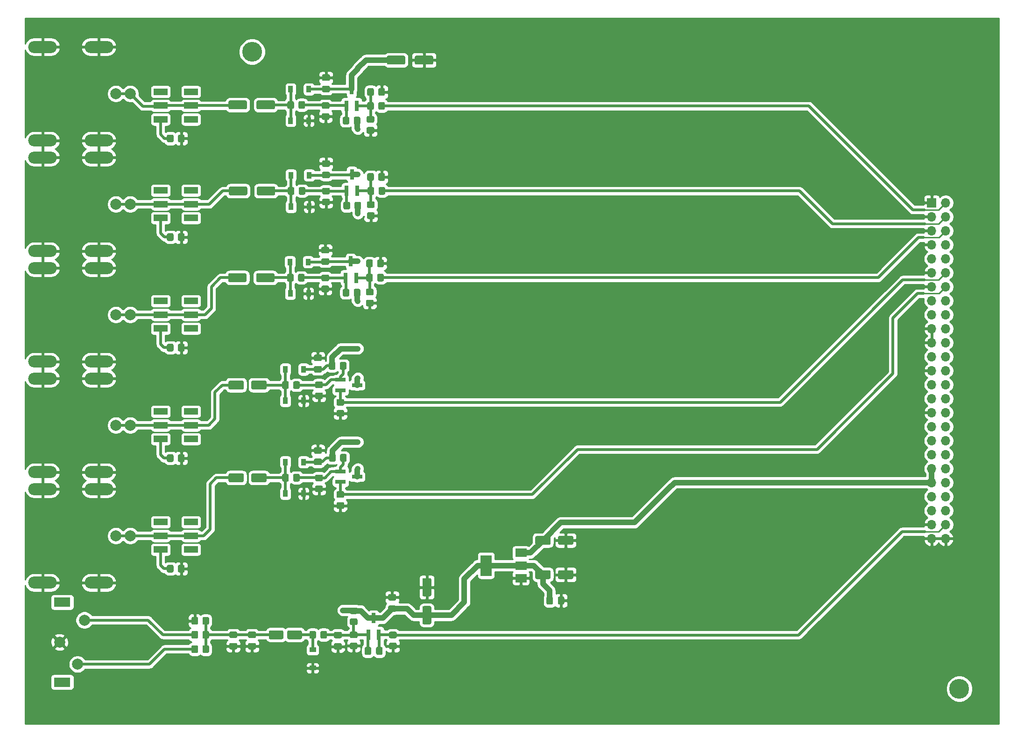
<source format=gbr>
%TF.GenerationSoftware,KiCad,Pcbnew,5.1.12-84ad8e8a86~92~ubuntu20.04.1*%
%TF.CreationDate,2022-06-23T00:05:59+02:00*%
%TF.ProjectId,rgb-board,7267622d-626f-4617-9264-2e6b69636164,rev?*%
%TF.SameCoordinates,Original*%
%TF.FileFunction,Copper,L1,Top*%
%TF.FilePolarity,Positive*%
%FSLAX46Y46*%
G04 Gerber Fmt 4.6, Leading zero omitted, Abs format (unit mm)*
G04 Created by KiCad (PCBNEW 5.1.12-84ad8e8a86~92~ubuntu20.04.1) date 2022-06-23 00:05:59*
%MOMM*%
%LPD*%
G01*
G04 APERTURE LIST*
%TA.AperFunction,SMDPad,CuDef*%
%ADD10R,2.500000X1.200000*%
%TD*%
%TA.AperFunction,ComponentPad*%
%ADD11C,2.000000*%
%TD*%
%TA.AperFunction,ComponentPad*%
%ADD12O,5.200000X2.200000*%
%TD*%
%TA.AperFunction,SMDPad,CuDef*%
%ADD13R,2.000000X3.800000*%
%TD*%
%TA.AperFunction,SMDPad,CuDef*%
%ADD14R,2.000000X1.500000*%
%TD*%
%TA.AperFunction,WasherPad*%
%ADD15C,3.600000*%
%TD*%
%TA.AperFunction,ComponentPad*%
%ADD16R,1.700000X1.700000*%
%TD*%
%TA.AperFunction,ComponentPad*%
%ADD17O,1.700000X1.700000*%
%TD*%
%TA.AperFunction,SMDPad,CuDef*%
%ADD18R,0.800000X1.900000*%
%TD*%
%TA.AperFunction,SMDPad,CuDef*%
%ADD19R,1.900000X0.800000*%
%TD*%
%TA.AperFunction,SMDPad,CuDef*%
%ADD20R,0.900000X1.200000*%
%TD*%
%TA.AperFunction,SMDPad,CuDef*%
%ADD21R,1.200000X0.900000*%
%TD*%
%TA.AperFunction,WasherPad*%
%ADD22R,3.000000X1.700000*%
%TD*%
%TA.AperFunction,ViaPad*%
%ADD23C,0.800000*%
%TD*%
%TA.AperFunction,Conductor*%
%ADD24C,0.500000*%
%TD*%
%TA.AperFunction,Conductor*%
%ADD25C,1.000000*%
%TD*%
%TA.AperFunction,Conductor*%
%ADD26C,0.250000*%
%TD*%
%TA.AperFunction,Conductor*%
%ADD27C,0.254000*%
%TD*%
%TA.AperFunction,Conductor*%
%ADD28C,0.100000*%
%TD*%
G04 APERTURE END LIST*
D10*
%TO.P,SW101,4*%
%TO.N,Net-(R101-Pad1)*%
X75101000Y-49490000D03*
%TO.P,SW101,1*%
%TO.N,N/C*%
X80601000Y-49490000D03*
%TO.P,SW101,3*%
X80601000Y-44490000D03*
%TO.P,SW101,6*%
X75101000Y-44490000D03*
%TO.P,SW101,5*%
%TO.N,/G/Y*%
X75101000Y-46990000D03*
%TO.P,SW101,2*%
X80601000Y-46990000D03*
%TD*%
%TO.P,SW105,4*%
%TO.N,Net-(R115-Pad1)*%
X75101000Y-67397000D03*
%TO.P,SW105,1*%
%TO.N,N/C*%
X80601000Y-67397000D03*
%TO.P,SW105,3*%
X80601000Y-62397000D03*
%TO.P,SW105,6*%
X75101000Y-62397000D03*
%TO.P,SW105,5*%
%TO.N,/B/B-Y*%
X75101000Y-64897000D03*
%TO.P,SW105,2*%
X80601000Y-64897000D03*
%TD*%
%TO.P,SW129,4*%
%TO.N,Net-(R129-Pad2)*%
X75101000Y-87463000D03*
%TO.P,SW129,1*%
%TO.N,N/C*%
X80601000Y-87463000D03*
%TO.P,SW129,3*%
X80601000Y-82463000D03*
%TO.P,SW129,6*%
X75101000Y-82463000D03*
%TO.P,SW129,5*%
%TO.N,/R/R-Y*%
X75101000Y-84963000D03*
%TO.P,SW129,2*%
X80601000Y-84963000D03*
%TD*%
%TO.P,SW143,4*%
%TO.N,Net-(R143-Pad1)*%
X75101000Y-107529000D03*
%TO.P,SW143,1*%
%TO.N,N/C*%
X80601000Y-107529000D03*
%TO.P,SW143,3*%
X80601000Y-102529000D03*
%TO.P,SW143,6*%
X75101000Y-102529000D03*
%TO.P,SW143,5*%
%TO.N,/HD/CS*%
X75101000Y-105029000D03*
%TO.P,SW143,2*%
X80601000Y-105029000D03*
%TD*%
%TO.P,SW152,4*%
%TO.N,Net-(R152-Pad2)*%
X75101000Y-127595000D03*
%TO.P,SW152,1*%
%TO.N,N/C*%
X80601000Y-127595000D03*
%TO.P,SW152,3*%
X80601000Y-122595000D03*
%TO.P,SW152,6*%
X75101000Y-122595000D03*
%TO.P,SW152,5*%
%TO.N,/VD*%
X75101000Y-125095000D03*
%TO.P,SW152,2*%
X80601000Y-125095000D03*
%TD*%
D11*
%TO.P,J6,2*%
%TO.N,/HD/CS*%
X69596000Y-105029000D03*
%TO.P,J6,1*%
X66996000Y-105029000D03*
D12*
%TO.P,J6,3*%
%TO.N,GND*%
X63896000Y-113529000D03*
X53696000Y-113529000D03*
X63896000Y-96529000D03*
X53696000Y-96529000D03*
%TD*%
D13*
%TO.P,U1,2*%
%TO.N,+12V*%
X134137000Y-130492500D03*
D14*
X140437000Y-130492500D03*
%TO.P,U1,3*%
%TO.N,/VCC+14V*%
X140437000Y-128192500D03*
%TO.P,U1,1*%
%TO.N,GND*%
X140437000Y-132792500D03*
%TD*%
D15*
%TO.P,J3,*%
%TO.N,*%
X91694000Y-37211000D03*
%TD*%
%TO.P,J4,*%
%TO.N,*%
X219925000Y-152875000D03*
%TD*%
D16*
%TO.P,J1,1*%
%TO.N,GND*%
X214920000Y-64630000D03*
D17*
%TO.P,J1,2*%
%TO.N,/Y*%
X217460000Y-64630000D03*
%TO.P,J1,3*%
%TO.N,GND*%
X214920000Y-67170000D03*
%TO.P,J1,4*%
%TO.N,/B-Y*%
X217460000Y-67170000D03*
%TO.P,J1,5*%
%TO.N,GND*%
X214920000Y-69710000D03*
%TO.P,J1,6*%
%TO.N,/R-Y*%
X217460000Y-69710000D03*
%TO.P,J1,7*%
%TO.N,GND*%
X214920000Y-72250000D03*
%TO.P,J1,8*%
%TO.N,N/C*%
X217460000Y-72250000D03*
%TO.P,J1,9*%
X214920000Y-74790000D03*
%TO.P,J1,10*%
X217460000Y-74790000D03*
%TO.P,J1,11*%
%TO.N,GND*%
X214920000Y-77330000D03*
%TO.P,J1,12*%
%TO.N,/HD*%
X217460000Y-77330000D03*
%TO.P,J1,13*%
%TO.N,GND*%
X214920000Y-79870000D03*
%TO.P,J1,14*%
%TO.N,/VD_*%
X217460000Y-79870000D03*
%TO.P,J1,15*%
%TO.N,N/C*%
X214920000Y-82410000D03*
%TO.P,J1,16*%
X217460000Y-82410000D03*
%TO.P,J1,17*%
X214920000Y-84950000D03*
%TO.P,J1,18*%
X217460000Y-84950000D03*
%TO.P,J1,19*%
%TO.N,GND*%
X214920000Y-87490000D03*
%TO.P,J1,20*%
%TO.N,N/C*%
X217460000Y-87490000D03*
%TO.P,J1,21*%
%TO.N,GND*%
X214920000Y-90030000D03*
%TO.P,J1,22*%
%TO.N,N/C*%
X217460000Y-90030000D03*
%TO.P,J1,23*%
X214920000Y-92570000D03*
%TO.P,J1,24*%
X217460000Y-92570000D03*
%TO.P,J1,25*%
%TO.N,GND*%
X214920000Y-95110000D03*
%TO.P,J1,26*%
%TO.N,N/C*%
X217460000Y-95110000D03*
%TO.P,J1,27*%
X214920000Y-97650000D03*
%TO.P,J1,28*%
X217460000Y-97650000D03*
%TO.P,J1,29*%
X214920000Y-100190000D03*
%TO.P,J1,30*%
X217460000Y-100190000D03*
%TO.P,J1,31*%
%TO.N,GND*%
X214920000Y-102730000D03*
%TO.P,J1,32*%
%TO.N,N/C*%
X217460000Y-102730000D03*
%TO.P,J1,33*%
X214920000Y-105270000D03*
%TO.P,J1,34*%
X217460000Y-105270000D03*
%TO.P,J1,35*%
X214920000Y-107810000D03*
%TO.P,J1,36*%
X217460000Y-107810000D03*
%TO.P,J1,37*%
X214920000Y-110350000D03*
%TO.P,J1,38*%
X217460000Y-110350000D03*
%TO.P,J1,39*%
%TO.N,/VCC+14V*%
X214920000Y-112890000D03*
%TO.P,J1,40*%
%TO.N,N/C*%
X217460000Y-112890000D03*
%TO.P,J1,41*%
%TO.N,/VCC+14V*%
X214920000Y-115430000D03*
%TO.P,J1,42*%
%TO.N,N/C*%
X217460000Y-115430000D03*
%TO.P,J1,43*%
X214920000Y-117970000D03*
%TO.P,J1,44*%
X217460000Y-117970000D03*
%TO.P,J1,45*%
X214920000Y-120510000D03*
%TO.P,J1,46*%
X217460000Y-120510000D03*
%TO.P,J1,47*%
%TO.N,GND*%
X214920000Y-123050000D03*
%TO.P,J1,48*%
%TO.N,/AUDIO_*%
X217460000Y-123050000D03*
%TO.P,J1,49*%
%TO.N,GND*%
X214920000Y-125590000D03*
%TO.P,J1,50*%
X217460000Y-125590000D03*
%TD*%
D18*
%TO.P,Q101,3*%
%TO.N,+12V*%
X109728000Y-44029500D03*
%TO.P,Q101,2*%
%TO.N,Net-(Q101-Pad2)*%
X110678000Y-47029500D03*
%TO.P,Q101,1*%
%TO.N,Net-(Q101-Pad1)*%
X108778000Y-47029500D03*
%TD*%
%TO.P,Q105,3*%
%TO.N,+12V*%
X109791500Y-59460000D03*
%TO.P,Q105,2*%
%TO.N,Net-(Q105-Pad2)*%
X110741500Y-62460000D03*
%TO.P,Q105,1*%
%TO.N,Net-(Q105-Pad1)*%
X108841500Y-62460000D03*
%TD*%
%TO.P,Q109,1*%
%TO.N,Net-(Q109-Pad1)*%
X108651000Y-78271500D03*
%TO.P,Q109,2*%
%TO.N,Net-(Q109-Pad2)*%
X110551000Y-78271500D03*
%TO.P,Q109,3*%
%TO.N,+12V*%
X109601000Y-75271500D03*
%TD*%
D19*
%TO.P,Q113,1*%
%TO.N,Net-(Q113-Pad1)*%
X107720000Y-96776500D03*
%TO.P,Q113,2*%
%TO.N,/HD*%
X107720000Y-98676500D03*
%TO.P,Q113,3*%
%TO.N,+12V*%
X110720000Y-97726500D03*
%TD*%
%TO.P,Q114,1*%
%TO.N,Net-(Q114-Pad1)*%
X107720000Y-113413500D03*
%TO.P,Q114,2*%
%TO.N,/VD_*%
X107720000Y-115313500D03*
%TO.P,Q114,3*%
%TO.N,+12V*%
X110720000Y-114363500D03*
%TD*%
D18*
%TO.P,Q201,3*%
%TO.N,+12V*%
X113728500Y-140041500D03*
%TO.P,Q201,2*%
%TO.N,/AUDIO_*%
X114678500Y-143041500D03*
%TO.P,Q201,1*%
%TO.N,Net-(C204-Pad2)*%
X112778500Y-143041500D03*
%TD*%
%TO.P,C101,1*%
%TO.N,Net-(C101-Pad1)*%
%TA.AperFunction,SMDPad,CuDef*%
G36*
G01*
X95830500Y-46313000D02*
X95830500Y-47413000D01*
G75*
G02*
X95580500Y-47663000I-250000J0D01*
G01*
X92755500Y-47663000D01*
G75*
G02*
X92505500Y-47413000I0J250000D01*
G01*
X92505500Y-46313000D01*
G75*
G02*
X92755500Y-46063000I250000J0D01*
G01*
X95580500Y-46063000D01*
G75*
G02*
X95830500Y-46313000I0J-250000D01*
G01*
G37*
%TD.AperFunction*%
%TO.P,C101,2*%
%TO.N,/G/Y*%
%TA.AperFunction,SMDPad,CuDef*%
G36*
G01*
X90755500Y-46313000D02*
X90755500Y-47413000D01*
G75*
G02*
X90505500Y-47663000I-250000J0D01*
G01*
X87680500Y-47663000D01*
G75*
G02*
X87430500Y-47413000I0J250000D01*
G01*
X87430500Y-46313000D01*
G75*
G02*
X87680500Y-46063000I250000J0D01*
G01*
X90505500Y-46063000D01*
G75*
G02*
X90755500Y-46313000I0J-250000D01*
G01*
G37*
%TD.AperFunction*%
%TD*%
%TO.P,C102,2*%
%TO.N,/B/B-Y*%
%TA.AperFunction,SMDPad,CuDef*%
G36*
G01*
X90819000Y-61934000D02*
X90819000Y-63034000D01*
G75*
G02*
X90569000Y-63284000I-250000J0D01*
G01*
X87744000Y-63284000D01*
G75*
G02*
X87494000Y-63034000I0J250000D01*
G01*
X87494000Y-61934000D01*
G75*
G02*
X87744000Y-61684000I250000J0D01*
G01*
X90569000Y-61684000D01*
G75*
G02*
X90819000Y-61934000I0J-250000D01*
G01*
G37*
%TD.AperFunction*%
%TO.P,C102,1*%
%TO.N,Net-(C102-Pad1)*%
%TA.AperFunction,SMDPad,CuDef*%
G36*
G01*
X95894000Y-61934000D02*
X95894000Y-63034000D01*
G75*
G02*
X95644000Y-63284000I-250000J0D01*
G01*
X92819000Y-63284000D01*
G75*
G02*
X92569000Y-63034000I0J250000D01*
G01*
X92569000Y-61934000D01*
G75*
G02*
X92819000Y-61684000I250000J0D01*
G01*
X95644000Y-61684000D01*
G75*
G02*
X95894000Y-61934000I0J-250000D01*
G01*
G37*
%TD.AperFunction*%
%TD*%
%TO.P,C103,1*%
%TO.N,Net-(C103-Pad1)*%
%TA.AperFunction,SMDPad,CuDef*%
G36*
G01*
X95767000Y-77682000D02*
X95767000Y-78782000D01*
G75*
G02*
X95517000Y-79032000I-250000J0D01*
G01*
X92692000Y-79032000D01*
G75*
G02*
X92442000Y-78782000I0J250000D01*
G01*
X92442000Y-77682000D01*
G75*
G02*
X92692000Y-77432000I250000J0D01*
G01*
X95517000Y-77432000D01*
G75*
G02*
X95767000Y-77682000I0J-250000D01*
G01*
G37*
%TD.AperFunction*%
%TO.P,C103,2*%
%TO.N,/R/R-Y*%
%TA.AperFunction,SMDPad,CuDef*%
G36*
G01*
X90692000Y-77682000D02*
X90692000Y-78782000D01*
G75*
G02*
X90442000Y-79032000I-250000J0D01*
G01*
X87617000Y-79032000D01*
G75*
G02*
X87367000Y-78782000I0J250000D01*
G01*
X87367000Y-77682000D01*
G75*
G02*
X87617000Y-77432000I250000J0D01*
G01*
X90442000Y-77432000D01*
G75*
G02*
X90692000Y-77682000I0J-250000D01*
G01*
G37*
%TD.AperFunction*%
%TD*%
%TO.P,C104,2*%
%TO.N,/HD/CS*%
%TA.AperFunction,SMDPad,CuDef*%
G36*
G01*
X90193500Y-97176500D02*
X90193500Y-98276500D01*
G75*
G02*
X89943500Y-98526500I-250000J0D01*
G01*
X87668500Y-98526500D01*
G75*
G02*
X87418500Y-98276500I0J250000D01*
G01*
X87418500Y-97176500D01*
G75*
G02*
X87668500Y-96926500I250000J0D01*
G01*
X89943500Y-96926500D01*
G75*
G02*
X90193500Y-97176500I0J-250000D01*
G01*
G37*
%TD.AperFunction*%
%TO.P,C104,1*%
%TO.N,Net-(C104-Pad1)*%
%TA.AperFunction,SMDPad,CuDef*%
G36*
G01*
X94318500Y-97176500D02*
X94318500Y-98276500D01*
G75*
G02*
X94068500Y-98526500I-250000J0D01*
G01*
X91793500Y-98526500D01*
G75*
G02*
X91543500Y-98276500I0J250000D01*
G01*
X91543500Y-97176500D01*
G75*
G02*
X91793500Y-96926500I250000J0D01*
G01*
X94068500Y-96926500D01*
G75*
G02*
X94318500Y-97176500I0J-250000D01*
G01*
G37*
%TD.AperFunction*%
%TD*%
%TO.P,C105,1*%
%TO.N,Net-(C105-Pad1)*%
%TA.AperFunction,SMDPad,CuDef*%
G36*
G01*
X94318500Y-114004000D02*
X94318500Y-115104000D01*
G75*
G02*
X94068500Y-115354000I-250000J0D01*
G01*
X91793500Y-115354000D01*
G75*
G02*
X91543500Y-115104000I0J250000D01*
G01*
X91543500Y-114004000D01*
G75*
G02*
X91793500Y-113754000I250000J0D01*
G01*
X94068500Y-113754000D01*
G75*
G02*
X94318500Y-114004000I0J-250000D01*
G01*
G37*
%TD.AperFunction*%
%TO.P,C105,2*%
%TO.N,/VD*%
%TA.AperFunction,SMDPad,CuDef*%
G36*
G01*
X90193500Y-114004000D02*
X90193500Y-115104000D01*
G75*
G02*
X89943500Y-115354000I-250000J0D01*
G01*
X87668500Y-115354000D01*
G75*
G02*
X87418500Y-115104000I0J250000D01*
G01*
X87418500Y-114004000D01*
G75*
G02*
X87668500Y-113754000I250000J0D01*
G01*
X89943500Y-113754000D01*
G75*
G02*
X90193500Y-114004000I0J-250000D01*
G01*
G37*
%TD.AperFunction*%
%TD*%
%TO.P,C114,1*%
%TO.N,GND*%
%TA.AperFunction,SMDPad,CuDef*%
G36*
G01*
X104617500Y-41322500D02*
X105567500Y-41322500D01*
G75*
G02*
X105817500Y-41572500I0J-250000D01*
G01*
X105817500Y-42247500D01*
G75*
G02*
X105567500Y-42497500I-250000J0D01*
G01*
X104617500Y-42497500D01*
G75*
G02*
X104367500Y-42247500I0J250000D01*
G01*
X104367500Y-41572500D01*
G75*
G02*
X104617500Y-41322500I250000J0D01*
G01*
G37*
%TD.AperFunction*%
%TO.P,C114,2*%
%TO.N,+12V*%
%TA.AperFunction,SMDPad,CuDef*%
G36*
G01*
X104617500Y-43397500D02*
X105567500Y-43397500D01*
G75*
G02*
X105817500Y-43647500I0J-250000D01*
G01*
X105817500Y-44322500D01*
G75*
G02*
X105567500Y-44572500I-250000J0D01*
G01*
X104617500Y-44572500D01*
G75*
G02*
X104367500Y-44322500I0J250000D01*
G01*
X104367500Y-43647500D01*
G75*
G02*
X104617500Y-43397500I250000J0D01*
G01*
G37*
%TD.AperFunction*%
%TD*%
%TO.P,C115,1*%
%TO.N,+12V*%
%TA.AperFunction,SMDPad,CuDef*%
G36*
G01*
X116132500Y-39285000D02*
X116132500Y-38185000D01*
G75*
G02*
X116382500Y-37935000I250000J0D01*
G01*
X119207500Y-37935000D01*
G75*
G02*
X119457500Y-38185000I0J-250000D01*
G01*
X119457500Y-39285000D01*
G75*
G02*
X119207500Y-39535000I-250000J0D01*
G01*
X116382500Y-39535000D01*
G75*
G02*
X116132500Y-39285000I0J250000D01*
G01*
G37*
%TD.AperFunction*%
%TO.P,C115,2*%
%TO.N,GND*%
%TA.AperFunction,SMDPad,CuDef*%
G36*
G01*
X121207500Y-39285000D02*
X121207500Y-38185000D01*
G75*
G02*
X121457500Y-37935000I250000J0D01*
G01*
X124282500Y-37935000D01*
G75*
G02*
X124532500Y-38185000I0J-250000D01*
G01*
X124532500Y-39285000D01*
G75*
G02*
X124282500Y-39535000I-250000J0D01*
G01*
X121457500Y-39535000D01*
G75*
G02*
X121207500Y-39285000I0J250000D01*
G01*
G37*
%TD.AperFunction*%
%TD*%
%TO.P,C116,1*%
%TO.N,GND*%
%TA.AperFunction,SMDPad,CuDef*%
G36*
G01*
X104617500Y-56922000D02*
X105567500Y-56922000D01*
G75*
G02*
X105817500Y-57172000I0J-250000D01*
G01*
X105817500Y-57847000D01*
G75*
G02*
X105567500Y-58097000I-250000J0D01*
G01*
X104617500Y-58097000D01*
G75*
G02*
X104367500Y-57847000I0J250000D01*
G01*
X104367500Y-57172000D01*
G75*
G02*
X104617500Y-56922000I250000J0D01*
G01*
G37*
%TD.AperFunction*%
%TO.P,C116,2*%
%TO.N,+12V*%
%TA.AperFunction,SMDPad,CuDef*%
G36*
G01*
X104617500Y-58997000D02*
X105567500Y-58997000D01*
G75*
G02*
X105817500Y-59247000I0J-250000D01*
G01*
X105817500Y-59922000D01*
G75*
G02*
X105567500Y-60172000I-250000J0D01*
G01*
X104617500Y-60172000D01*
G75*
G02*
X104367500Y-59922000I0J250000D01*
G01*
X104367500Y-59247000D01*
G75*
G02*
X104617500Y-58997000I250000J0D01*
G01*
G37*
%TD.AperFunction*%
%TD*%
%TO.P,C117,1*%
%TO.N,GND*%
%TA.AperFunction,SMDPad,CuDef*%
G36*
G01*
X104490500Y-72648500D02*
X105440500Y-72648500D01*
G75*
G02*
X105690500Y-72898500I0J-250000D01*
G01*
X105690500Y-73573500D01*
G75*
G02*
X105440500Y-73823500I-250000J0D01*
G01*
X104490500Y-73823500D01*
G75*
G02*
X104240500Y-73573500I0J250000D01*
G01*
X104240500Y-72898500D01*
G75*
G02*
X104490500Y-72648500I250000J0D01*
G01*
G37*
%TD.AperFunction*%
%TO.P,C117,2*%
%TO.N,+12V*%
%TA.AperFunction,SMDPad,CuDef*%
G36*
G01*
X104490500Y-74723500D02*
X105440500Y-74723500D01*
G75*
G02*
X105690500Y-74973500I0J-250000D01*
G01*
X105690500Y-75648500D01*
G75*
G02*
X105440500Y-75898500I-250000J0D01*
G01*
X104490500Y-75898500D01*
G75*
G02*
X104240500Y-75648500I0J250000D01*
G01*
X104240500Y-74973500D01*
G75*
G02*
X104490500Y-74723500I250000J0D01*
G01*
G37*
%TD.AperFunction*%
%TD*%
%TO.P,C118,1*%
%TO.N,GND*%
%TA.AperFunction,SMDPad,CuDef*%
G36*
G01*
X103157000Y-92206500D02*
X104107000Y-92206500D01*
G75*
G02*
X104357000Y-92456500I0J-250000D01*
G01*
X104357000Y-93131500D01*
G75*
G02*
X104107000Y-93381500I-250000J0D01*
G01*
X103157000Y-93381500D01*
G75*
G02*
X102907000Y-93131500I0J250000D01*
G01*
X102907000Y-92456500D01*
G75*
G02*
X103157000Y-92206500I250000J0D01*
G01*
G37*
%TD.AperFunction*%
%TO.P,C118,2*%
%TO.N,+12V*%
%TA.AperFunction,SMDPad,CuDef*%
G36*
G01*
X103157000Y-94281500D02*
X104107000Y-94281500D01*
G75*
G02*
X104357000Y-94531500I0J-250000D01*
G01*
X104357000Y-95206500D01*
G75*
G02*
X104107000Y-95456500I-250000J0D01*
G01*
X103157000Y-95456500D01*
G75*
G02*
X102907000Y-95206500I0J250000D01*
G01*
X102907000Y-94531500D01*
G75*
G02*
X103157000Y-94281500I250000J0D01*
G01*
G37*
%TD.AperFunction*%
%TD*%
%TO.P,C119,2*%
%TO.N,+12V*%
%TA.AperFunction,SMDPad,CuDef*%
G36*
G01*
X103157000Y-111088500D02*
X104107000Y-111088500D01*
G75*
G02*
X104357000Y-111338500I0J-250000D01*
G01*
X104357000Y-112013500D01*
G75*
G02*
X104107000Y-112263500I-250000J0D01*
G01*
X103157000Y-112263500D01*
G75*
G02*
X102907000Y-112013500I0J250000D01*
G01*
X102907000Y-111338500D01*
G75*
G02*
X103157000Y-111088500I250000J0D01*
G01*
G37*
%TD.AperFunction*%
%TO.P,C119,1*%
%TO.N,GND*%
%TA.AperFunction,SMDPad,CuDef*%
G36*
G01*
X103157000Y-109013500D02*
X104107000Y-109013500D01*
G75*
G02*
X104357000Y-109263500I0J-250000D01*
G01*
X104357000Y-109938500D01*
G75*
G02*
X104107000Y-110188500I-250000J0D01*
G01*
X103157000Y-110188500D01*
G75*
G02*
X102907000Y-109938500I0J250000D01*
G01*
X102907000Y-109263500D01*
G75*
G02*
X103157000Y-109013500I250000J0D01*
G01*
G37*
%TD.AperFunction*%
%TD*%
%TO.P,C120,1*%
%TO.N,+12V*%
%TA.AperFunction,SMDPad,CuDef*%
G36*
G01*
X143044500Y-132693500D02*
X143044500Y-131593500D01*
G75*
G02*
X143294500Y-131343500I250000J0D01*
G01*
X145569500Y-131343500D01*
G75*
G02*
X145819500Y-131593500I0J-250000D01*
G01*
X145819500Y-132693500D01*
G75*
G02*
X145569500Y-132943500I-250000J0D01*
G01*
X143294500Y-132943500D01*
G75*
G02*
X143044500Y-132693500I0J250000D01*
G01*
G37*
%TD.AperFunction*%
%TO.P,C120,2*%
%TO.N,GND*%
%TA.AperFunction,SMDPad,CuDef*%
G36*
G01*
X147169500Y-132693500D02*
X147169500Y-131593500D01*
G75*
G02*
X147419500Y-131343500I250000J0D01*
G01*
X149694500Y-131343500D01*
G75*
G02*
X149944500Y-131593500I0J-250000D01*
G01*
X149944500Y-132693500D01*
G75*
G02*
X149694500Y-132943500I-250000J0D01*
G01*
X147419500Y-132943500D01*
G75*
G02*
X147169500Y-132693500I0J250000D01*
G01*
G37*
%TD.AperFunction*%
%TD*%
%TO.P,C121,2*%
%TO.N,+12V*%
%TA.AperFunction,SMDPad,CuDef*%
G36*
G01*
X146235000Y-136367500D02*
X146235000Y-137317500D01*
G75*
G02*
X145985000Y-137567500I-250000J0D01*
G01*
X145310000Y-137567500D01*
G75*
G02*
X145060000Y-137317500I0J250000D01*
G01*
X145060000Y-136367500D01*
G75*
G02*
X145310000Y-136117500I250000J0D01*
G01*
X145985000Y-136117500D01*
G75*
G02*
X146235000Y-136367500I0J-250000D01*
G01*
G37*
%TD.AperFunction*%
%TO.P,C121,1*%
%TO.N,GND*%
%TA.AperFunction,SMDPad,CuDef*%
G36*
G01*
X148310000Y-136367500D02*
X148310000Y-137317500D01*
G75*
G02*
X148060000Y-137567500I-250000J0D01*
G01*
X147385000Y-137567500D01*
G75*
G02*
X147135000Y-137317500I0J250000D01*
G01*
X147135000Y-136367500D01*
G75*
G02*
X147385000Y-136117500I250000J0D01*
G01*
X148060000Y-136117500D01*
G75*
G02*
X148310000Y-136367500I0J-250000D01*
G01*
G37*
%TD.AperFunction*%
%TD*%
%TO.P,C122,2*%
%TO.N,GND*%
%TA.AperFunction,SMDPad,CuDef*%
G36*
G01*
X147169500Y-126470500D02*
X147169500Y-125370500D01*
G75*
G02*
X147419500Y-125120500I250000J0D01*
G01*
X149694500Y-125120500D01*
G75*
G02*
X149944500Y-125370500I0J-250000D01*
G01*
X149944500Y-126470500D01*
G75*
G02*
X149694500Y-126720500I-250000J0D01*
G01*
X147419500Y-126720500D01*
G75*
G02*
X147169500Y-126470500I0J250000D01*
G01*
G37*
%TD.AperFunction*%
%TO.P,C122,1*%
%TO.N,/VCC+14V*%
%TA.AperFunction,SMDPad,CuDef*%
G36*
G01*
X143044500Y-126470500D02*
X143044500Y-125370500D01*
G75*
G02*
X143294500Y-125120500I250000J0D01*
G01*
X145569500Y-125120500D01*
G75*
G02*
X145819500Y-125370500I0J-250000D01*
G01*
X145819500Y-126470500D01*
G75*
G02*
X145569500Y-126720500I-250000J0D01*
G01*
X143294500Y-126720500D01*
G75*
G02*
X143044500Y-126470500I0J250000D01*
G01*
G37*
%TD.AperFunction*%
%TD*%
%TO.P,C201,1*%
%TO.N,GND*%
%TA.AperFunction,SMDPad,CuDef*%
G36*
G01*
X88756000Y-145722000D02*
X87806000Y-145722000D01*
G75*
G02*
X87556000Y-145472000I0J250000D01*
G01*
X87556000Y-144797000D01*
G75*
G02*
X87806000Y-144547000I250000J0D01*
G01*
X88756000Y-144547000D01*
G75*
G02*
X89006000Y-144797000I0J-250000D01*
G01*
X89006000Y-145472000D01*
G75*
G02*
X88756000Y-145722000I-250000J0D01*
G01*
G37*
%TD.AperFunction*%
%TO.P,C201,2*%
%TO.N,/AUDIO*%
%TA.AperFunction,SMDPad,CuDef*%
G36*
G01*
X88756000Y-143647000D02*
X87806000Y-143647000D01*
G75*
G02*
X87556000Y-143397000I0J250000D01*
G01*
X87556000Y-142722000D01*
G75*
G02*
X87806000Y-142472000I250000J0D01*
G01*
X88756000Y-142472000D01*
G75*
G02*
X89006000Y-142722000I0J-250000D01*
G01*
X89006000Y-143397000D01*
G75*
G02*
X88756000Y-143647000I-250000J0D01*
G01*
G37*
%TD.AperFunction*%
%TD*%
%TO.P,C202,2*%
%TO.N,/AUDIO*%
%TA.AperFunction,SMDPad,CuDef*%
G36*
G01*
X92156000Y-143647000D02*
X91206000Y-143647000D01*
G75*
G02*
X90956000Y-143397000I0J250000D01*
G01*
X90956000Y-142722000D01*
G75*
G02*
X91206000Y-142472000I250000J0D01*
G01*
X92156000Y-142472000D01*
G75*
G02*
X92406000Y-142722000I0J-250000D01*
G01*
X92406000Y-143397000D01*
G75*
G02*
X92156000Y-143647000I-250000J0D01*
G01*
G37*
%TD.AperFunction*%
%TO.P,C202,1*%
%TO.N,GND*%
%TA.AperFunction,SMDPad,CuDef*%
G36*
G01*
X92156000Y-145722000D02*
X91206000Y-145722000D01*
G75*
G02*
X90956000Y-145472000I0J250000D01*
G01*
X90956000Y-144797000D01*
G75*
G02*
X91206000Y-144547000I250000J0D01*
G01*
X92156000Y-144547000D01*
G75*
G02*
X92406000Y-144797000I0J-250000D01*
G01*
X92406000Y-145472000D01*
G75*
G02*
X92156000Y-145722000I-250000J0D01*
G01*
G37*
%TD.AperFunction*%
%TD*%
%TO.P,C203,1*%
%TO.N,Net-(C203-Pad1)*%
%TA.AperFunction,SMDPad,CuDef*%
G36*
G01*
X100726500Y-142515500D02*
X100726500Y-143615500D01*
G75*
G02*
X100476500Y-143865500I-250000J0D01*
G01*
X98326500Y-143865500D01*
G75*
G02*
X98076500Y-143615500I0J250000D01*
G01*
X98076500Y-142515500D01*
G75*
G02*
X98326500Y-142265500I250000J0D01*
G01*
X100476500Y-142265500D01*
G75*
G02*
X100726500Y-142515500I0J-250000D01*
G01*
G37*
%TD.AperFunction*%
%TO.P,C203,2*%
%TO.N,/AUDIO*%
%TA.AperFunction,SMDPad,CuDef*%
G36*
G01*
X97376500Y-142515500D02*
X97376500Y-143615500D01*
G75*
G02*
X97126500Y-143865500I-250000J0D01*
G01*
X94976500Y-143865500D01*
G75*
G02*
X94726500Y-143615500I0J250000D01*
G01*
X94726500Y-142515500D01*
G75*
G02*
X94976500Y-142265500I250000J0D01*
G01*
X97126500Y-142265500D01*
G75*
G02*
X97376500Y-142515500I0J-250000D01*
G01*
G37*
%TD.AperFunction*%
%TD*%
%TO.P,C204,2*%
%TO.N,Net-(C204-Pad2)*%
%TA.AperFunction,SMDPad,CuDef*%
G36*
G01*
X107726500Y-143695000D02*
X106776500Y-143695000D01*
G75*
G02*
X106526500Y-143445000I0J250000D01*
G01*
X106526500Y-142770000D01*
G75*
G02*
X106776500Y-142520000I250000J0D01*
G01*
X107726500Y-142520000D01*
G75*
G02*
X107976500Y-142770000I0J-250000D01*
G01*
X107976500Y-143445000D01*
G75*
G02*
X107726500Y-143695000I-250000J0D01*
G01*
G37*
%TD.AperFunction*%
%TO.P,C204,1*%
%TO.N,GND*%
%TA.AperFunction,SMDPad,CuDef*%
G36*
G01*
X107726500Y-145770000D02*
X106776500Y-145770000D01*
G75*
G02*
X106526500Y-145520000I0J250000D01*
G01*
X106526500Y-144845000D01*
G75*
G02*
X106776500Y-144595000I250000J0D01*
G01*
X107726500Y-144595000D01*
G75*
G02*
X107976500Y-144845000I0J-250000D01*
G01*
X107976500Y-145520000D01*
G75*
G02*
X107726500Y-145770000I-250000J0D01*
G01*
G37*
%TD.AperFunction*%
%TD*%
%TO.P,C205,1*%
%TO.N,/AUDIO_*%
%TA.AperFunction,SMDPad,CuDef*%
G36*
G01*
X115353500Y-145511500D02*
X115353500Y-146461500D01*
G75*
G02*
X115103500Y-146711500I-250000J0D01*
G01*
X114428500Y-146711500D01*
G75*
G02*
X114178500Y-146461500I0J250000D01*
G01*
X114178500Y-145511500D01*
G75*
G02*
X114428500Y-145261500I250000J0D01*
G01*
X115103500Y-145261500D01*
G75*
G02*
X115353500Y-145511500I0J-250000D01*
G01*
G37*
%TD.AperFunction*%
%TO.P,C205,2*%
%TO.N,Net-(C204-Pad2)*%
%TA.AperFunction,SMDPad,CuDef*%
G36*
G01*
X113278500Y-145511500D02*
X113278500Y-146461500D01*
G75*
G02*
X113028500Y-146711500I-250000J0D01*
G01*
X112353500Y-146711500D01*
G75*
G02*
X112103500Y-146461500I0J250000D01*
G01*
X112103500Y-145511500D01*
G75*
G02*
X112353500Y-145261500I250000J0D01*
G01*
X113028500Y-145261500D01*
G75*
G02*
X113278500Y-145511500I0J-250000D01*
G01*
G37*
%TD.AperFunction*%
%TD*%
%TO.P,C206,2*%
%TO.N,+12V*%
%TA.AperFunction,SMDPad,CuDef*%
G36*
G01*
X116619000Y-137737000D02*
X117569000Y-137737000D01*
G75*
G02*
X117819000Y-137987000I0J-250000D01*
G01*
X117819000Y-138662000D01*
G75*
G02*
X117569000Y-138912000I-250000J0D01*
G01*
X116619000Y-138912000D01*
G75*
G02*
X116369000Y-138662000I0J250000D01*
G01*
X116369000Y-137987000D01*
G75*
G02*
X116619000Y-137737000I250000J0D01*
G01*
G37*
%TD.AperFunction*%
%TO.P,C206,1*%
%TO.N,GND*%
%TA.AperFunction,SMDPad,CuDef*%
G36*
G01*
X116619000Y-135662000D02*
X117569000Y-135662000D01*
G75*
G02*
X117819000Y-135912000I0J-250000D01*
G01*
X117819000Y-136587000D01*
G75*
G02*
X117569000Y-136837000I-250000J0D01*
G01*
X116619000Y-136837000D01*
G75*
G02*
X116369000Y-136587000I0J250000D01*
G01*
X116369000Y-135912000D01*
G75*
G02*
X116619000Y-135662000I250000J0D01*
G01*
G37*
%TD.AperFunction*%
%TD*%
%TO.P,C207,2*%
%TO.N,GND*%
%TA.AperFunction,SMDPad,CuDef*%
G36*
G01*
X123930500Y-136094500D02*
X122830500Y-136094500D01*
G75*
G02*
X122580500Y-135844500I0J250000D01*
G01*
X122580500Y-133019500D01*
G75*
G02*
X122830500Y-132769500I250000J0D01*
G01*
X123930500Y-132769500D01*
G75*
G02*
X124180500Y-133019500I0J-250000D01*
G01*
X124180500Y-135844500D01*
G75*
G02*
X123930500Y-136094500I-250000J0D01*
G01*
G37*
%TD.AperFunction*%
%TO.P,C207,1*%
%TO.N,+12V*%
%TA.AperFunction,SMDPad,CuDef*%
G36*
G01*
X123930500Y-141169500D02*
X122830500Y-141169500D01*
G75*
G02*
X122580500Y-140919500I0J250000D01*
G01*
X122580500Y-138094500D01*
G75*
G02*
X122830500Y-137844500I250000J0D01*
G01*
X123930500Y-137844500D01*
G75*
G02*
X124180500Y-138094500I0J-250000D01*
G01*
X124180500Y-140919500D01*
G75*
G02*
X123930500Y-141169500I-250000J0D01*
G01*
G37*
%TD.AperFunction*%
%TD*%
D20*
%TO.P,D101,1*%
%TO.N,+12V*%
X101980000Y-44005500D03*
%TO.P,D101,2*%
%TO.N,Net-(C101-Pad1)*%
X98680000Y-44005500D03*
%TD*%
%TO.P,D102,1*%
%TO.N,Net-(C101-Pad1)*%
X98680000Y-49720500D03*
%TO.P,D102,2*%
%TO.N,GND*%
X101980000Y-49720500D03*
%TD*%
%TO.P,D103,2*%
%TO.N,Net-(C102-Pad1)*%
X98743500Y-59626500D03*
%TO.P,D103,1*%
%TO.N,+12V*%
X102043500Y-59626500D03*
%TD*%
%TO.P,D104,1*%
%TO.N,Net-(C102-Pad1)*%
X98743500Y-65341500D03*
%TO.P,D104,2*%
%TO.N,GND*%
X102043500Y-65341500D03*
%TD*%
%TO.P,D105,2*%
%TO.N,Net-(C103-Pad1)*%
X98553000Y-75374500D03*
%TO.P,D105,1*%
%TO.N,+12V*%
X101853000Y-75374500D03*
%TD*%
%TO.P,D106,1*%
%TO.N,Net-(C103-Pad1)*%
X98616500Y-81089500D03*
%TO.P,D106,2*%
%TO.N,GND*%
X101916500Y-81089500D03*
%TD*%
%TO.P,D107,2*%
%TO.N,Net-(C104-Pad1)*%
X97727500Y-94869000D03*
%TO.P,D107,1*%
%TO.N,+12V*%
X101027500Y-94869000D03*
%TD*%
%TO.P,D108,1*%
%TO.N,Net-(C104-Pad1)*%
X97727500Y-100584000D03*
%TO.P,D108,2*%
%TO.N,GND*%
X101027500Y-100584000D03*
%TD*%
%TO.P,D109,2*%
%TO.N,Net-(C105-Pad1)*%
X97727500Y-111696500D03*
%TO.P,D109,1*%
%TO.N,+12V*%
X101027500Y-111696500D03*
%TD*%
%TO.P,D110,1*%
%TO.N,Net-(C105-Pad1)*%
X97727500Y-117411500D03*
%TO.P,D110,2*%
%TO.N,GND*%
X101027500Y-117411500D03*
%TD*%
D21*
%TO.P,D201,2*%
%TO.N,GND*%
X102679500Y-149097000D03*
%TO.P,D201,1*%
%TO.N,Net-(C203-Pad1)*%
X102679500Y-145797000D03*
%TD*%
%TO.P,R1,1*%
%TO.N,/AUDIO*%
%TA.AperFunction,SMDPad,CuDef*%
G36*
G01*
X83896000Y-142615499D02*
X83896000Y-143515501D01*
G75*
G02*
X83646001Y-143765500I-249999J0D01*
G01*
X82945999Y-143765500D01*
G75*
G02*
X82696000Y-143515501I0J249999D01*
G01*
X82696000Y-142615499D01*
G75*
G02*
X82945999Y-142365500I249999J0D01*
G01*
X83646001Y-142365500D01*
G75*
G02*
X83896000Y-142615499I0J-249999D01*
G01*
G37*
%TD.AperFunction*%
%TO.P,R1,2*%
%TO.N,/AUDIO_R*%
%TA.AperFunction,SMDPad,CuDef*%
G36*
G01*
X81896000Y-142615499D02*
X81896000Y-143515501D01*
G75*
G02*
X81646001Y-143765500I-249999J0D01*
G01*
X80945999Y-143765500D01*
G75*
G02*
X80696000Y-143515501I0J249999D01*
G01*
X80696000Y-142615499D01*
G75*
G02*
X80945999Y-142365500I249999J0D01*
G01*
X81646001Y-142365500D01*
G75*
G02*
X81896000Y-142615499I0J-249999D01*
G01*
G37*
%TD.AperFunction*%
%TD*%
%TO.P,R2,2*%
%TO.N,/AUDIO*%
%TA.AperFunction,SMDPad,CuDef*%
G36*
G01*
X82696000Y-146119001D02*
X82696000Y-145218999D01*
G75*
G02*
X82945999Y-144969000I249999J0D01*
G01*
X83646001Y-144969000D01*
G75*
G02*
X83896000Y-145218999I0J-249999D01*
G01*
X83896000Y-146119001D01*
G75*
G02*
X83646001Y-146369000I-249999J0D01*
G01*
X82945999Y-146369000D01*
G75*
G02*
X82696000Y-146119001I0J249999D01*
G01*
G37*
%TD.AperFunction*%
%TO.P,R2,1*%
%TO.N,/AUDIO_L*%
%TA.AperFunction,SMDPad,CuDef*%
G36*
G01*
X80696000Y-146119001D02*
X80696000Y-145218999D01*
G75*
G02*
X80945999Y-144969000I249999J0D01*
G01*
X81646001Y-144969000D01*
G75*
G02*
X81896000Y-145218999I0J-249999D01*
G01*
X81896000Y-146119001D01*
G75*
G02*
X81646001Y-146369000I-249999J0D01*
G01*
X80945999Y-146369000D01*
G75*
G02*
X80696000Y-146119001I0J249999D01*
G01*
G37*
%TD.AperFunction*%
%TD*%
%TO.P,R3,1*%
%TO.N,/AUDIO*%
%TA.AperFunction,SMDPad,CuDef*%
G36*
G01*
X83896000Y-140075499D02*
X83896000Y-140975501D01*
G75*
G02*
X83646001Y-141225500I-249999J0D01*
G01*
X82945999Y-141225500D01*
G75*
G02*
X82696000Y-140975501I0J249999D01*
G01*
X82696000Y-140075499D01*
G75*
G02*
X82945999Y-139825500I249999J0D01*
G01*
X83646001Y-139825500D01*
G75*
G02*
X83896000Y-140075499I0J-249999D01*
G01*
G37*
%TD.AperFunction*%
%TO.P,R3,2*%
%TO.N,GND*%
%TA.AperFunction,SMDPad,CuDef*%
G36*
G01*
X81896000Y-140075499D02*
X81896000Y-140975501D01*
G75*
G02*
X81646001Y-141225500I-249999J0D01*
G01*
X80945999Y-141225500D01*
G75*
G02*
X80696000Y-140975501I0J249999D01*
G01*
X80696000Y-140075499D01*
G75*
G02*
X80945999Y-139825500I249999J0D01*
G01*
X81646001Y-139825500D01*
G75*
G02*
X81896000Y-140075499I0J-249999D01*
G01*
G37*
%TD.AperFunction*%
%TD*%
%TO.P,R101,2*%
%TO.N,GND*%
%TA.AperFunction,SMDPad,CuDef*%
G36*
G01*
X78251000Y-53409001D02*
X78251000Y-52508999D01*
G75*
G02*
X78500999Y-52259000I249999J0D01*
G01*
X79201001Y-52259000D01*
G75*
G02*
X79451000Y-52508999I0J-249999D01*
G01*
X79451000Y-53409001D01*
G75*
G02*
X79201001Y-53659000I-249999J0D01*
G01*
X78500999Y-53659000D01*
G75*
G02*
X78251000Y-53409001I0J249999D01*
G01*
G37*
%TD.AperFunction*%
%TO.P,R101,1*%
%TO.N,Net-(R101-Pad1)*%
%TA.AperFunction,SMDPad,CuDef*%
G36*
G01*
X76251000Y-53409001D02*
X76251000Y-52508999D01*
G75*
G02*
X76500999Y-52259000I249999J0D01*
G01*
X77201001Y-52259000D01*
G75*
G02*
X77451000Y-52508999I0J-249999D01*
G01*
X77451000Y-53409001D01*
G75*
G02*
X77201001Y-53659000I-249999J0D01*
G01*
X76500999Y-53659000D01*
G75*
G02*
X76251000Y-53409001I0J249999D01*
G01*
G37*
%TD.AperFunction*%
%TD*%
%TO.P,R104,2*%
%TO.N,Net-(C101-Pad1)*%
%TA.AperFunction,SMDPad,CuDef*%
G36*
G01*
X99295000Y-46431499D02*
X99295000Y-47331501D01*
G75*
G02*
X99045001Y-47581500I-249999J0D01*
G01*
X98344999Y-47581500D01*
G75*
G02*
X98095000Y-47331501I0J249999D01*
G01*
X98095000Y-46431499D01*
G75*
G02*
X98344999Y-46181500I249999J0D01*
G01*
X99045001Y-46181500D01*
G75*
G02*
X99295000Y-46431499I0J-249999D01*
G01*
G37*
%TD.AperFunction*%
%TO.P,R104,1*%
%TO.N,Net-(Q101-Pad1)*%
%TA.AperFunction,SMDPad,CuDef*%
G36*
G01*
X101295000Y-46431499D02*
X101295000Y-47331501D01*
G75*
G02*
X101045001Y-47581500I-249999J0D01*
G01*
X100344999Y-47581500D01*
G75*
G02*
X100095000Y-47331501I0J249999D01*
G01*
X100095000Y-46431499D01*
G75*
G02*
X100344999Y-46181500I249999J0D01*
G01*
X101045001Y-46181500D01*
G75*
G02*
X101295000Y-46431499I0J-249999D01*
G01*
G37*
%TD.AperFunction*%
%TD*%
%TO.P,R105,2*%
%TO.N,Net-(Q101-Pad1)*%
%TA.AperFunction,SMDPad,CuDef*%
G36*
G01*
X109328000Y-49270499D02*
X109328000Y-50170501D01*
G75*
G02*
X109078001Y-50420500I-249999J0D01*
G01*
X108377999Y-50420500D01*
G75*
G02*
X108128000Y-50170501I0J249999D01*
G01*
X108128000Y-49270499D01*
G75*
G02*
X108377999Y-49020500I249999J0D01*
G01*
X109078001Y-49020500D01*
G75*
G02*
X109328000Y-49270499I0J-249999D01*
G01*
G37*
%TD.AperFunction*%
%TO.P,R105,1*%
%TO.N,+12V*%
%TA.AperFunction,SMDPad,CuDef*%
G36*
G01*
X111328000Y-49270499D02*
X111328000Y-50170501D01*
G75*
G02*
X111078001Y-50420500I-249999J0D01*
G01*
X110377999Y-50420500D01*
G75*
G02*
X110128000Y-50170501I0J249999D01*
G01*
X110128000Y-49270499D01*
G75*
G02*
X110377999Y-49020500I249999J0D01*
G01*
X111078001Y-49020500D01*
G75*
G02*
X111328000Y-49270499I0J-249999D01*
G01*
G37*
%TD.AperFunction*%
%TD*%
%TO.P,R106,2*%
%TO.N,GND*%
%TA.AperFunction,SMDPad,CuDef*%
G36*
G01*
X104578999Y-48381500D02*
X105479001Y-48381500D01*
G75*
G02*
X105729000Y-48631499I0J-249999D01*
G01*
X105729000Y-49331501D01*
G75*
G02*
X105479001Y-49581500I-249999J0D01*
G01*
X104578999Y-49581500D01*
G75*
G02*
X104329000Y-49331501I0J249999D01*
G01*
X104329000Y-48631499D01*
G75*
G02*
X104578999Y-48381500I249999J0D01*
G01*
G37*
%TD.AperFunction*%
%TO.P,R106,1*%
%TO.N,Net-(Q101-Pad1)*%
%TA.AperFunction,SMDPad,CuDef*%
G36*
G01*
X104578999Y-46381500D02*
X105479001Y-46381500D01*
G75*
G02*
X105729000Y-46631499I0J-249999D01*
G01*
X105729000Y-47331501D01*
G75*
G02*
X105479001Y-47581500I-249999J0D01*
G01*
X104578999Y-47581500D01*
G75*
G02*
X104329000Y-47331501I0J249999D01*
G01*
X104329000Y-46631499D01*
G75*
G02*
X104578999Y-46381500I249999J0D01*
G01*
G37*
%TD.AperFunction*%
%TD*%
%TO.P,R107,1*%
%TO.N,Net-(Q101-Pad2)*%
%TA.AperFunction,SMDPad,CuDef*%
G36*
G01*
X112573000Y-44963501D02*
X112573000Y-44063499D01*
G75*
G02*
X112822999Y-43813500I249999J0D01*
G01*
X113523001Y-43813500D01*
G75*
G02*
X113773000Y-44063499I0J-249999D01*
G01*
X113773000Y-44963501D01*
G75*
G02*
X113523001Y-45213500I-249999J0D01*
G01*
X112822999Y-45213500D01*
G75*
G02*
X112573000Y-44963501I0J249999D01*
G01*
G37*
%TD.AperFunction*%
%TO.P,R107,2*%
%TO.N,GND*%
%TA.AperFunction,SMDPad,CuDef*%
G36*
G01*
X114573000Y-44963501D02*
X114573000Y-44063499D01*
G75*
G02*
X114822999Y-43813500I249999J0D01*
G01*
X115523001Y-43813500D01*
G75*
G02*
X115773000Y-44063499I0J-249999D01*
G01*
X115773000Y-44963501D01*
G75*
G02*
X115523001Y-45213500I-249999J0D01*
G01*
X114822999Y-45213500D01*
G75*
G02*
X114573000Y-44963501I0J249999D01*
G01*
G37*
%TD.AperFunction*%
%TD*%
%TO.P,R113,2*%
%TO.N,GND*%
%TA.AperFunction,SMDPad,CuDef*%
G36*
G01*
X112706999Y-50882500D02*
X113607001Y-50882500D01*
G75*
G02*
X113857000Y-51132499I0J-249999D01*
G01*
X113857000Y-51832501D01*
G75*
G02*
X113607001Y-52082500I-249999J0D01*
G01*
X112706999Y-52082500D01*
G75*
G02*
X112457000Y-51832501I0J249999D01*
G01*
X112457000Y-51132499D01*
G75*
G02*
X112706999Y-50882500I249999J0D01*
G01*
G37*
%TD.AperFunction*%
%TO.P,R113,1*%
%TO.N,Net-(Q101-Pad2)*%
%TA.AperFunction,SMDPad,CuDef*%
G36*
G01*
X112706999Y-48882500D02*
X113607001Y-48882500D01*
G75*
G02*
X113857000Y-49132499I0J-249999D01*
G01*
X113857000Y-49832501D01*
G75*
G02*
X113607001Y-50082500I-249999J0D01*
G01*
X112706999Y-50082500D01*
G75*
G02*
X112457000Y-49832501I0J249999D01*
G01*
X112457000Y-49132499D01*
G75*
G02*
X112706999Y-48882500I249999J0D01*
G01*
G37*
%TD.AperFunction*%
%TD*%
%TO.P,R114,2*%
%TO.N,/Y*%
%TA.AperFunction,SMDPad,CuDef*%
G36*
G01*
X114573000Y-47503501D02*
X114573000Y-46603499D01*
G75*
G02*
X114822999Y-46353500I249999J0D01*
G01*
X115523001Y-46353500D01*
G75*
G02*
X115773000Y-46603499I0J-249999D01*
G01*
X115773000Y-47503501D01*
G75*
G02*
X115523001Y-47753500I-249999J0D01*
G01*
X114822999Y-47753500D01*
G75*
G02*
X114573000Y-47503501I0J249999D01*
G01*
G37*
%TD.AperFunction*%
%TO.P,R114,1*%
%TO.N,Net-(Q101-Pad2)*%
%TA.AperFunction,SMDPad,CuDef*%
G36*
G01*
X112573000Y-47503501D02*
X112573000Y-46603499D01*
G75*
G02*
X112822999Y-46353500I249999J0D01*
G01*
X113523001Y-46353500D01*
G75*
G02*
X113773000Y-46603499I0J-249999D01*
G01*
X113773000Y-47503501D01*
G75*
G02*
X113523001Y-47753500I-249999J0D01*
G01*
X112822999Y-47753500D01*
G75*
G02*
X112573000Y-47503501I0J249999D01*
G01*
G37*
%TD.AperFunction*%
%TD*%
%TO.P,R115,2*%
%TO.N,GND*%
%TA.AperFunction,SMDPad,CuDef*%
G36*
G01*
X78251000Y-71316001D02*
X78251000Y-70415999D01*
G75*
G02*
X78500999Y-70166000I249999J0D01*
G01*
X79201001Y-70166000D01*
G75*
G02*
X79451000Y-70415999I0J-249999D01*
G01*
X79451000Y-71316001D01*
G75*
G02*
X79201001Y-71566000I-249999J0D01*
G01*
X78500999Y-71566000D01*
G75*
G02*
X78251000Y-71316001I0J249999D01*
G01*
G37*
%TD.AperFunction*%
%TO.P,R115,1*%
%TO.N,Net-(R115-Pad1)*%
%TA.AperFunction,SMDPad,CuDef*%
G36*
G01*
X76251000Y-71316001D02*
X76251000Y-70415999D01*
G75*
G02*
X76500999Y-70166000I249999J0D01*
G01*
X77201001Y-70166000D01*
G75*
G02*
X77451000Y-70415999I0J-249999D01*
G01*
X77451000Y-71316001D01*
G75*
G02*
X77201001Y-71566000I-249999J0D01*
G01*
X76500999Y-71566000D01*
G75*
G02*
X76251000Y-71316001I0J249999D01*
G01*
G37*
%TD.AperFunction*%
%TD*%
%TO.P,R118,1*%
%TO.N,Net-(Q105-Pad1)*%
%TA.AperFunction,SMDPad,CuDef*%
G36*
G01*
X101358500Y-62033999D02*
X101358500Y-62934001D01*
G75*
G02*
X101108501Y-63184000I-249999J0D01*
G01*
X100408499Y-63184000D01*
G75*
G02*
X100158500Y-62934001I0J249999D01*
G01*
X100158500Y-62033999D01*
G75*
G02*
X100408499Y-61784000I249999J0D01*
G01*
X101108501Y-61784000D01*
G75*
G02*
X101358500Y-62033999I0J-249999D01*
G01*
G37*
%TD.AperFunction*%
%TO.P,R118,2*%
%TO.N,Net-(C102-Pad1)*%
%TA.AperFunction,SMDPad,CuDef*%
G36*
G01*
X99358500Y-62033999D02*
X99358500Y-62934001D01*
G75*
G02*
X99108501Y-63184000I-249999J0D01*
G01*
X98408499Y-63184000D01*
G75*
G02*
X98158500Y-62934001I0J249999D01*
G01*
X98158500Y-62033999D01*
G75*
G02*
X98408499Y-61784000I249999J0D01*
G01*
X99108501Y-61784000D01*
G75*
G02*
X99358500Y-62033999I0J-249999D01*
G01*
G37*
%TD.AperFunction*%
%TD*%
%TO.P,R119,2*%
%TO.N,Net-(Q105-Pad1)*%
%TA.AperFunction,SMDPad,CuDef*%
G36*
G01*
X109455000Y-64700999D02*
X109455000Y-65601001D01*
G75*
G02*
X109205001Y-65851000I-249999J0D01*
G01*
X108504999Y-65851000D01*
G75*
G02*
X108255000Y-65601001I0J249999D01*
G01*
X108255000Y-64700999D01*
G75*
G02*
X108504999Y-64451000I249999J0D01*
G01*
X109205001Y-64451000D01*
G75*
G02*
X109455000Y-64700999I0J-249999D01*
G01*
G37*
%TD.AperFunction*%
%TO.P,R119,1*%
%TO.N,+12V*%
%TA.AperFunction,SMDPad,CuDef*%
G36*
G01*
X111455000Y-64700999D02*
X111455000Y-65601001D01*
G75*
G02*
X111205001Y-65851000I-249999J0D01*
G01*
X110504999Y-65851000D01*
G75*
G02*
X110255000Y-65601001I0J249999D01*
G01*
X110255000Y-64700999D01*
G75*
G02*
X110504999Y-64451000I249999J0D01*
G01*
X111205001Y-64451000D01*
G75*
G02*
X111455000Y-64700999I0J-249999D01*
G01*
G37*
%TD.AperFunction*%
%TD*%
%TO.P,R120,1*%
%TO.N,Net-(Q105-Pad1)*%
%TA.AperFunction,SMDPad,CuDef*%
G36*
G01*
X104642499Y-61900000D02*
X105542501Y-61900000D01*
G75*
G02*
X105792500Y-62149999I0J-249999D01*
G01*
X105792500Y-62850001D01*
G75*
G02*
X105542501Y-63100000I-249999J0D01*
G01*
X104642499Y-63100000D01*
G75*
G02*
X104392500Y-62850001I0J249999D01*
G01*
X104392500Y-62149999D01*
G75*
G02*
X104642499Y-61900000I249999J0D01*
G01*
G37*
%TD.AperFunction*%
%TO.P,R120,2*%
%TO.N,GND*%
%TA.AperFunction,SMDPad,CuDef*%
G36*
G01*
X104642499Y-63900000D02*
X105542501Y-63900000D01*
G75*
G02*
X105792500Y-64149999I0J-249999D01*
G01*
X105792500Y-64850001D01*
G75*
G02*
X105542501Y-65100000I-249999J0D01*
G01*
X104642499Y-65100000D01*
G75*
G02*
X104392500Y-64850001I0J249999D01*
G01*
X104392500Y-64149999D01*
G75*
G02*
X104642499Y-63900000I249999J0D01*
G01*
G37*
%TD.AperFunction*%
%TD*%
%TO.P,R121,1*%
%TO.N,Net-(Q105-Pad2)*%
%TA.AperFunction,SMDPad,CuDef*%
G36*
G01*
X112573000Y-60394001D02*
X112573000Y-59493999D01*
G75*
G02*
X112822999Y-59244000I249999J0D01*
G01*
X113523001Y-59244000D01*
G75*
G02*
X113773000Y-59493999I0J-249999D01*
G01*
X113773000Y-60394001D01*
G75*
G02*
X113523001Y-60644000I-249999J0D01*
G01*
X112822999Y-60644000D01*
G75*
G02*
X112573000Y-60394001I0J249999D01*
G01*
G37*
%TD.AperFunction*%
%TO.P,R121,2*%
%TO.N,GND*%
%TA.AperFunction,SMDPad,CuDef*%
G36*
G01*
X114573000Y-60394001D02*
X114573000Y-59493999D01*
G75*
G02*
X114822999Y-59244000I249999J0D01*
G01*
X115523001Y-59244000D01*
G75*
G02*
X115773000Y-59493999I0J-249999D01*
G01*
X115773000Y-60394001D01*
G75*
G02*
X115523001Y-60644000I-249999J0D01*
G01*
X114822999Y-60644000D01*
G75*
G02*
X114573000Y-60394001I0J249999D01*
G01*
G37*
%TD.AperFunction*%
%TD*%
%TO.P,R127,1*%
%TO.N,Net-(Q105-Pad2)*%
%TA.AperFunction,SMDPad,CuDef*%
G36*
G01*
X112770499Y-64376500D02*
X113670501Y-64376500D01*
G75*
G02*
X113920500Y-64626499I0J-249999D01*
G01*
X113920500Y-65326501D01*
G75*
G02*
X113670501Y-65576500I-249999J0D01*
G01*
X112770499Y-65576500D01*
G75*
G02*
X112520500Y-65326501I0J249999D01*
G01*
X112520500Y-64626499D01*
G75*
G02*
X112770499Y-64376500I249999J0D01*
G01*
G37*
%TD.AperFunction*%
%TO.P,R127,2*%
%TO.N,GND*%
%TA.AperFunction,SMDPad,CuDef*%
G36*
G01*
X112770499Y-66376500D02*
X113670501Y-66376500D01*
G75*
G02*
X113920500Y-66626499I0J-249999D01*
G01*
X113920500Y-67326501D01*
G75*
G02*
X113670501Y-67576500I-249999J0D01*
G01*
X112770499Y-67576500D01*
G75*
G02*
X112520500Y-67326501I0J249999D01*
G01*
X112520500Y-66626499D01*
G75*
G02*
X112770499Y-66376500I249999J0D01*
G01*
G37*
%TD.AperFunction*%
%TD*%
%TO.P,R128,2*%
%TO.N,/B-Y*%
%TA.AperFunction,SMDPad,CuDef*%
G36*
G01*
X114636500Y-62934001D02*
X114636500Y-62033999D01*
G75*
G02*
X114886499Y-61784000I249999J0D01*
G01*
X115586501Y-61784000D01*
G75*
G02*
X115836500Y-62033999I0J-249999D01*
G01*
X115836500Y-62934001D01*
G75*
G02*
X115586501Y-63184000I-249999J0D01*
G01*
X114886499Y-63184000D01*
G75*
G02*
X114636500Y-62934001I0J249999D01*
G01*
G37*
%TD.AperFunction*%
%TO.P,R128,1*%
%TO.N,Net-(Q105-Pad2)*%
%TA.AperFunction,SMDPad,CuDef*%
G36*
G01*
X112636500Y-62934001D02*
X112636500Y-62033999D01*
G75*
G02*
X112886499Y-61784000I249999J0D01*
G01*
X113586501Y-61784000D01*
G75*
G02*
X113836500Y-62033999I0J-249999D01*
G01*
X113836500Y-62934001D01*
G75*
G02*
X113586501Y-63184000I-249999J0D01*
G01*
X112886499Y-63184000D01*
G75*
G02*
X112636500Y-62934001I0J249999D01*
G01*
G37*
%TD.AperFunction*%
%TD*%
%TO.P,R129,1*%
%TO.N,GND*%
%TA.AperFunction,SMDPad,CuDef*%
G36*
G01*
X79451000Y-90481999D02*
X79451000Y-91382001D01*
G75*
G02*
X79201001Y-91632000I-249999J0D01*
G01*
X78500999Y-91632000D01*
G75*
G02*
X78251000Y-91382001I0J249999D01*
G01*
X78251000Y-90481999D01*
G75*
G02*
X78500999Y-90232000I249999J0D01*
G01*
X79201001Y-90232000D01*
G75*
G02*
X79451000Y-90481999I0J-249999D01*
G01*
G37*
%TD.AperFunction*%
%TO.P,R129,2*%
%TO.N,Net-(R129-Pad2)*%
%TA.AperFunction,SMDPad,CuDef*%
G36*
G01*
X77451000Y-90481999D02*
X77451000Y-91382001D01*
G75*
G02*
X77201001Y-91632000I-249999J0D01*
G01*
X76500999Y-91632000D01*
G75*
G02*
X76251000Y-91382001I0J249999D01*
G01*
X76251000Y-90481999D01*
G75*
G02*
X76500999Y-90232000I249999J0D01*
G01*
X77201001Y-90232000D01*
G75*
G02*
X77451000Y-90481999I0J-249999D01*
G01*
G37*
%TD.AperFunction*%
%TD*%
%TO.P,R132,1*%
%TO.N,Net-(Q109-Pad1)*%
%TA.AperFunction,SMDPad,CuDef*%
G36*
G01*
X101231500Y-77781999D02*
X101231500Y-78682001D01*
G75*
G02*
X100981501Y-78932000I-249999J0D01*
G01*
X100281499Y-78932000D01*
G75*
G02*
X100031500Y-78682001I0J249999D01*
G01*
X100031500Y-77781999D01*
G75*
G02*
X100281499Y-77532000I249999J0D01*
G01*
X100981501Y-77532000D01*
G75*
G02*
X101231500Y-77781999I0J-249999D01*
G01*
G37*
%TD.AperFunction*%
%TO.P,R132,2*%
%TO.N,Net-(C103-Pad1)*%
%TA.AperFunction,SMDPad,CuDef*%
G36*
G01*
X99231500Y-77781999D02*
X99231500Y-78682001D01*
G75*
G02*
X98981501Y-78932000I-249999J0D01*
G01*
X98281499Y-78932000D01*
G75*
G02*
X98031500Y-78682001I0J249999D01*
G01*
X98031500Y-77781999D01*
G75*
G02*
X98281499Y-77532000I249999J0D01*
G01*
X98981501Y-77532000D01*
G75*
G02*
X99231500Y-77781999I0J-249999D01*
G01*
G37*
%TD.AperFunction*%
%TD*%
%TO.P,R133,2*%
%TO.N,Net-(Q109-Pad1)*%
%TA.AperFunction,SMDPad,CuDef*%
G36*
G01*
X109328000Y-80512499D02*
X109328000Y-81412501D01*
G75*
G02*
X109078001Y-81662500I-249999J0D01*
G01*
X108377999Y-81662500D01*
G75*
G02*
X108128000Y-81412501I0J249999D01*
G01*
X108128000Y-80512499D01*
G75*
G02*
X108377999Y-80262500I249999J0D01*
G01*
X109078001Y-80262500D01*
G75*
G02*
X109328000Y-80512499I0J-249999D01*
G01*
G37*
%TD.AperFunction*%
%TO.P,R133,1*%
%TO.N,+12V*%
%TA.AperFunction,SMDPad,CuDef*%
G36*
G01*
X111328000Y-80512499D02*
X111328000Y-81412501D01*
G75*
G02*
X111078001Y-81662500I-249999J0D01*
G01*
X110377999Y-81662500D01*
G75*
G02*
X110128000Y-81412501I0J249999D01*
G01*
X110128000Y-80512499D01*
G75*
G02*
X110377999Y-80262500I249999J0D01*
G01*
X111078001Y-80262500D01*
G75*
G02*
X111328000Y-80512499I0J-249999D01*
G01*
G37*
%TD.AperFunction*%
%TD*%
%TO.P,R134,1*%
%TO.N,Net-(Q109-Pad1)*%
%TA.AperFunction,SMDPad,CuDef*%
G36*
G01*
X104512999Y-77672500D02*
X105413001Y-77672500D01*
G75*
G02*
X105663000Y-77922499I0J-249999D01*
G01*
X105663000Y-78622501D01*
G75*
G02*
X105413001Y-78872500I-249999J0D01*
G01*
X104512999Y-78872500D01*
G75*
G02*
X104263000Y-78622501I0J249999D01*
G01*
X104263000Y-77922499D01*
G75*
G02*
X104512999Y-77672500I249999J0D01*
G01*
G37*
%TD.AperFunction*%
%TO.P,R134,2*%
%TO.N,GND*%
%TA.AperFunction,SMDPad,CuDef*%
G36*
G01*
X104512999Y-79672500D02*
X105413001Y-79672500D01*
G75*
G02*
X105663000Y-79922499I0J-249999D01*
G01*
X105663000Y-80622501D01*
G75*
G02*
X105413001Y-80872500I-249999J0D01*
G01*
X104512999Y-80872500D01*
G75*
G02*
X104263000Y-80622501I0J249999D01*
G01*
X104263000Y-79922499D01*
G75*
G02*
X104512999Y-79672500I249999J0D01*
G01*
G37*
%TD.AperFunction*%
%TD*%
%TO.P,R135,2*%
%TO.N,GND*%
%TA.AperFunction,SMDPad,CuDef*%
G36*
G01*
X114382500Y-76078501D02*
X114382500Y-75178499D01*
G75*
G02*
X114632499Y-74928500I249999J0D01*
G01*
X115332501Y-74928500D01*
G75*
G02*
X115582500Y-75178499I0J-249999D01*
G01*
X115582500Y-76078501D01*
G75*
G02*
X115332501Y-76328500I-249999J0D01*
G01*
X114632499Y-76328500D01*
G75*
G02*
X114382500Y-76078501I0J249999D01*
G01*
G37*
%TD.AperFunction*%
%TO.P,R135,1*%
%TO.N,Net-(Q109-Pad2)*%
%TA.AperFunction,SMDPad,CuDef*%
G36*
G01*
X112382500Y-76078501D02*
X112382500Y-75178499D01*
G75*
G02*
X112632499Y-74928500I249999J0D01*
G01*
X113332501Y-74928500D01*
G75*
G02*
X113582500Y-75178499I0J-249999D01*
G01*
X113582500Y-76078501D01*
G75*
G02*
X113332501Y-76328500I-249999J0D01*
G01*
X112632499Y-76328500D01*
G75*
G02*
X112382500Y-76078501I0J249999D01*
G01*
G37*
%TD.AperFunction*%
%TD*%
%TO.P,R141,2*%
%TO.N,GND*%
%TA.AperFunction,SMDPad,CuDef*%
G36*
G01*
X112579999Y-82235500D02*
X113480001Y-82235500D01*
G75*
G02*
X113730000Y-82485499I0J-249999D01*
G01*
X113730000Y-83185501D01*
G75*
G02*
X113480001Y-83435500I-249999J0D01*
G01*
X112579999Y-83435500D01*
G75*
G02*
X112330000Y-83185501I0J249999D01*
G01*
X112330000Y-82485499D01*
G75*
G02*
X112579999Y-82235500I249999J0D01*
G01*
G37*
%TD.AperFunction*%
%TO.P,R141,1*%
%TO.N,Net-(Q109-Pad2)*%
%TA.AperFunction,SMDPad,CuDef*%
G36*
G01*
X112579999Y-80235500D02*
X113480001Y-80235500D01*
G75*
G02*
X113730000Y-80485499I0J-249999D01*
G01*
X113730000Y-81185501D01*
G75*
G02*
X113480001Y-81435500I-249999J0D01*
G01*
X112579999Y-81435500D01*
G75*
G02*
X112330000Y-81185501I0J249999D01*
G01*
X112330000Y-80485499D01*
G75*
G02*
X112579999Y-80235500I249999J0D01*
G01*
G37*
%TD.AperFunction*%
%TD*%
%TO.P,R142,1*%
%TO.N,Net-(Q109-Pad2)*%
%TA.AperFunction,SMDPad,CuDef*%
G36*
G01*
X112382500Y-78682001D02*
X112382500Y-77781999D01*
G75*
G02*
X112632499Y-77532000I249999J0D01*
G01*
X113332501Y-77532000D01*
G75*
G02*
X113582500Y-77781999I0J-249999D01*
G01*
X113582500Y-78682001D01*
G75*
G02*
X113332501Y-78932000I-249999J0D01*
G01*
X112632499Y-78932000D01*
G75*
G02*
X112382500Y-78682001I0J249999D01*
G01*
G37*
%TD.AperFunction*%
%TO.P,R142,2*%
%TO.N,/R-Y*%
%TA.AperFunction,SMDPad,CuDef*%
G36*
G01*
X114382500Y-78682001D02*
X114382500Y-77781999D01*
G75*
G02*
X114632499Y-77532000I249999J0D01*
G01*
X115332501Y-77532000D01*
G75*
G02*
X115582500Y-77781999I0J-249999D01*
G01*
X115582500Y-78682001D01*
G75*
G02*
X115332501Y-78932000I-249999J0D01*
G01*
X114632499Y-78932000D01*
G75*
G02*
X114382500Y-78682001I0J249999D01*
G01*
G37*
%TD.AperFunction*%
%TD*%
%TO.P,R143,2*%
%TO.N,GND*%
%TA.AperFunction,SMDPad,CuDef*%
G36*
G01*
X78251000Y-111448001D02*
X78251000Y-110547999D01*
G75*
G02*
X78500999Y-110298000I249999J0D01*
G01*
X79201001Y-110298000D01*
G75*
G02*
X79451000Y-110547999I0J-249999D01*
G01*
X79451000Y-111448001D01*
G75*
G02*
X79201001Y-111698000I-249999J0D01*
G01*
X78500999Y-111698000D01*
G75*
G02*
X78251000Y-111448001I0J249999D01*
G01*
G37*
%TD.AperFunction*%
%TO.P,R143,1*%
%TO.N,Net-(R143-Pad1)*%
%TA.AperFunction,SMDPad,CuDef*%
G36*
G01*
X76251000Y-111448001D02*
X76251000Y-110547999D01*
G75*
G02*
X76500999Y-110298000I249999J0D01*
G01*
X77201001Y-110298000D01*
G75*
G02*
X77451000Y-110547999I0J-249999D01*
G01*
X77451000Y-111448001D01*
G75*
G02*
X77201001Y-111698000I-249999J0D01*
G01*
X76500999Y-111698000D01*
G75*
G02*
X76251000Y-111448001I0J249999D01*
G01*
G37*
%TD.AperFunction*%
%TD*%
%TO.P,R146,2*%
%TO.N,Net-(C104-Pad1)*%
%TA.AperFunction,SMDPad,CuDef*%
G36*
G01*
X98342500Y-97276499D02*
X98342500Y-98176501D01*
G75*
G02*
X98092501Y-98426500I-249999J0D01*
G01*
X97392499Y-98426500D01*
G75*
G02*
X97142500Y-98176501I0J249999D01*
G01*
X97142500Y-97276499D01*
G75*
G02*
X97392499Y-97026500I249999J0D01*
G01*
X98092501Y-97026500D01*
G75*
G02*
X98342500Y-97276499I0J-249999D01*
G01*
G37*
%TD.AperFunction*%
%TO.P,R146,1*%
%TO.N,Net-(Q113-Pad1)*%
%TA.AperFunction,SMDPad,CuDef*%
G36*
G01*
X100342500Y-97276499D02*
X100342500Y-98176501D01*
G75*
G02*
X100092501Y-98426500I-249999J0D01*
G01*
X99392499Y-98426500D01*
G75*
G02*
X99142500Y-98176501I0J249999D01*
G01*
X99142500Y-97276499D01*
G75*
G02*
X99392499Y-97026500I249999J0D01*
G01*
X100092501Y-97026500D01*
G75*
G02*
X100342500Y-97276499I0J-249999D01*
G01*
G37*
%TD.AperFunction*%
%TD*%
%TO.P,R147,1*%
%TO.N,+12V*%
%TA.AperFunction,SMDPad,CuDef*%
G36*
G01*
X105604000Y-94684001D02*
X105604000Y-93783999D01*
G75*
G02*
X105853999Y-93534000I249999J0D01*
G01*
X106554001Y-93534000D01*
G75*
G02*
X106804000Y-93783999I0J-249999D01*
G01*
X106804000Y-94684001D01*
G75*
G02*
X106554001Y-94934000I-249999J0D01*
G01*
X105853999Y-94934000D01*
G75*
G02*
X105604000Y-94684001I0J249999D01*
G01*
G37*
%TD.AperFunction*%
%TO.P,R147,2*%
%TO.N,Net-(Q113-Pad1)*%
%TA.AperFunction,SMDPad,CuDef*%
G36*
G01*
X107604000Y-94684001D02*
X107604000Y-93783999D01*
G75*
G02*
X107853999Y-93534000I249999J0D01*
G01*
X108554001Y-93534000D01*
G75*
G02*
X108804000Y-93783999I0J-249999D01*
G01*
X108804000Y-94684001D01*
G75*
G02*
X108554001Y-94934000I-249999J0D01*
G01*
X107853999Y-94934000D01*
G75*
G02*
X107604000Y-94684001I0J249999D01*
G01*
G37*
%TD.AperFunction*%
%TD*%
%TO.P,R148,2*%
%TO.N,GND*%
%TA.AperFunction,SMDPad,CuDef*%
G36*
G01*
X103372499Y-99079000D02*
X104272501Y-99079000D01*
G75*
G02*
X104522500Y-99328999I0J-249999D01*
G01*
X104522500Y-100029001D01*
G75*
G02*
X104272501Y-100279000I-249999J0D01*
G01*
X103372499Y-100279000D01*
G75*
G02*
X103122500Y-100029001I0J249999D01*
G01*
X103122500Y-99328999D01*
G75*
G02*
X103372499Y-99079000I249999J0D01*
G01*
G37*
%TD.AperFunction*%
%TO.P,R148,1*%
%TO.N,Net-(Q113-Pad1)*%
%TA.AperFunction,SMDPad,CuDef*%
G36*
G01*
X103372499Y-97079000D02*
X104272501Y-97079000D01*
G75*
G02*
X104522500Y-97328999I0J-249999D01*
G01*
X104522500Y-98029001D01*
G75*
G02*
X104272501Y-98279000I-249999J0D01*
G01*
X103372499Y-98279000D01*
G75*
G02*
X103122500Y-98029001I0J249999D01*
G01*
X103122500Y-97328999D01*
G75*
G02*
X103372499Y-97079000I249999J0D01*
G01*
G37*
%TD.AperFunction*%
%TD*%
%TO.P,R149,1*%
%TO.N,/HD*%
%TA.AperFunction,SMDPad,CuDef*%
G36*
G01*
X107245999Y-100254000D02*
X108146001Y-100254000D01*
G75*
G02*
X108396000Y-100503999I0J-249999D01*
G01*
X108396000Y-101204001D01*
G75*
G02*
X108146001Y-101454000I-249999J0D01*
G01*
X107245999Y-101454000D01*
G75*
G02*
X106996000Y-101204001I0J249999D01*
G01*
X106996000Y-100503999D01*
G75*
G02*
X107245999Y-100254000I249999J0D01*
G01*
G37*
%TD.AperFunction*%
%TO.P,R149,2*%
%TO.N,GND*%
%TA.AperFunction,SMDPad,CuDef*%
G36*
G01*
X107245999Y-102254000D02*
X108146001Y-102254000D01*
G75*
G02*
X108396000Y-102503999I0J-249999D01*
G01*
X108396000Y-103204001D01*
G75*
G02*
X108146001Y-103454000I-249999J0D01*
G01*
X107245999Y-103454000D01*
G75*
G02*
X106996000Y-103204001I0J249999D01*
G01*
X106996000Y-102503999D01*
G75*
G02*
X107245999Y-102254000I249999J0D01*
G01*
G37*
%TD.AperFunction*%
%TD*%
%TO.P,R152,1*%
%TO.N,GND*%
%TA.AperFunction,SMDPad,CuDef*%
G36*
G01*
X79451000Y-130613999D02*
X79451000Y-131514001D01*
G75*
G02*
X79201001Y-131764000I-249999J0D01*
G01*
X78500999Y-131764000D01*
G75*
G02*
X78251000Y-131514001I0J249999D01*
G01*
X78251000Y-130613999D01*
G75*
G02*
X78500999Y-130364000I249999J0D01*
G01*
X79201001Y-130364000D01*
G75*
G02*
X79451000Y-130613999I0J-249999D01*
G01*
G37*
%TD.AperFunction*%
%TO.P,R152,2*%
%TO.N,Net-(R152-Pad2)*%
%TA.AperFunction,SMDPad,CuDef*%
G36*
G01*
X77451000Y-130613999D02*
X77451000Y-131514001D01*
G75*
G02*
X77201001Y-131764000I-249999J0D01*
G01*
X76500999Y-131764000D01*
G75*
G02*
X76251000Y-131514001I0J249999D01*
G01*
X76251000Y-130613999D01*
G75*
G02*
X76500999Y-130364000I249999J0D01*
G01*
X77201001Y-130364000D01*
G75*
G02*
X77451000Y-130613999I0J-249999D01*
G01*
G37*
%TD.AperFunction*%
%TD*%
%TO.P,R155,1*%
%TO.N,Net-(Q114-Pad1)*%
%TA.AperFunction,SMDPad,CuDef*%
G36*
G01*
X100342500Y-114103999D02*
X100342500Y-115004001D01*
G75*
G02*
X100092501Y-115254000I-249999J0D01*
G01*
X99392499Y-115254000D01*
G75*
G02*
X99142500Y-115004001I0J249999D01*
G01*
X99142500Y-114103999D01*
G75*
G02*
X99392499Y-113854000I249999J0D01*
G01*
X100092501Y-113854000D01*
G75*
G02*
X100342500Y-114103999I0J-249999D01*
G01*
G37*
%TD.AperFunction*%
%TO.P,R155,2*%
%TO.N,Net-(C105-Pad1)*%
%TA.AperFunction,SMDPad,CuDef*%
G36*
G01*
X98342500Y-114103999D02*
X98342500Y-115004001D01*
G75*
G02*
X98092501Y-115254000I-249999J0D01*
G01*
X97392499Y-115254000D01*
G75*
G02*
X97142500Y-115004001I0J249999D01*
G01*
X97142500Y-114103999D01*
G75*
G02*
X97392499Y-113854000I249999J0D01*
G01*
X98092501Y-113854000D01*
G75*
G02*
X98342500Y-114103999I0J-249999D01*
G01*
G37*
%TD.AperFunction*%
%TD*%
%TO.P,R156,1*%
%TO.N,+12V*%
%TA.AperFunction,SMDPad,CuDef*%
G36*
G01*
X105651500Y-111384501D02*
X105651500Y-110484499D01*
G75*
G02*
X105901499Y-110234500I249999J0D01*
G01*
X106601501Y-110234500D01*
G75*
G02*
X106851500Y-110484499I0J-249999D01*
G01*
X106851500Y-111384501D01*
G75*
G02*
X106601501Y-111634500I-249999J0D01*
G01*
X105901499Y-111634500D01*
G75*
G02*
X105651500Y-111384501I0J249999D01*
G01*
G37*
%TD.AperFunction*%
%TO.P,R156,2*%
%TO.N,Net-(Q114-Pad1)*%
%TA.AperFunction,SMDPad,CuDef*%
G36*
G01*
X107651500Y-111384501D02*
X107651500Y-110484499D01*
G75*
G02*
X107901499Y-110234500I249999J0D01*
G01*
X108601501Y-110234500D01*
G75*
G02*
X108851500Y-110484499I0J-249999D01*
G01*
X108851500Y-111384501D01*
G75*
G02*
X108601501Y-111634500I-249999J0D01*
G01*
X107901499Y-111634500D01*
G75*
G02*
X107651500Y-111384501I0J249999D01*
G01*
G37*
%TD.AperFunction*%
%TD*%
%TO.P,R157,2*%
%TO.N,GND*%
%TA.AperFunction,SMDPad,CuDef*%
G36*
G01*
X103372499Y-115970000D02*
X104272501Y-115970000D01*
G75*
G02*
X104522500Y-116219999I0J-249999D01*
G01*
X104522500Y-116920001D01*
G75*
G02*
X104272501Y-117170000I-249999J0D01*
G01*
X103372499Y-117170000D01*
G75*
G02*
X103122500Y-116920001I0J249999D01*
G01*
X103122500Y-116219999D01*
G75*
G02*
X103372499Y-115970000I249999J0D01*
G01*
G37*
%TD.AperFunction*%
%TO.P,R157,1*%
%TO.N,Net-(Q114-Pad1)*%
%TA.AperFunction,SMDPad,CuDef*%
G36*
G01*
X103372499Y-113970000D02*
X104272501Y-113970000D01*
G75*
G02*
X104522500Y-114219999I0J-249999D01*
G01*
X104522500Y-114920001D01*
G75*
G02*
X104272501Y-115170000I-249999J0D01*
G01*
X103372499Y-115170000D01*
G75*
G02*
X103122500Y-114920001I0J249999D01*
G01*
X103122500Y-114219999D01*
G75*
G02*
X103372499Y-113970000I249999J0D01*
G01*
G37*
%TD.AperFunction*%
%TD*%
%TO.P,R158,1*%
%TO.N,/VD_*%
%TA.AperFunction,SMDPad,CuDef*%
G36*
G01*
X107245999Y-117002000D02*
X108146001Y-117002000D01*
G75*
G02*
X108396000Y-117251999I0J-249999D01*
G01*
X108396000Y-117952001D01*
G75*
G02*
X108146001Y-118202000I-249999J0D01*
G01*
X107245999Y-118202000D01*
G75*
G02*
X106996000Y-117952001I0J249999D01*
G01*
X106996000Y-117251999D01*
G75*
G02*
X107245999Y-117002000I249999J0D01*
G01*
G37*
%TD.AperFunction*%
%TO.P,R158,2*%
%TO.N,GND*%
%TA.AperFunction,SMDPad,CuDef*%
G36*
G01*
X107245999Y-119002000D02*
X108146001Y-119002000D01*
G75*
G02*
X108396000Y-119251999I0J-249999D01*
G01*
X108396000Y-119952001D01*
G75*
G02*
X108146001Y-120202000I-249999J0D01*
G01*
X107245999Y-120202000D01*
G75*
G02*
X106996000Y-119952001I0J249999D01*
G01*
X106996000Y-119251999D01*
G75*
G02*
X107245999Y-119002000I249999J0D01*
G01*
G37*
%TD.AperFunction*%
%TD*%
%TO.P,R202,2*%
%TO.N,Net-(C203-Pad1)*%
%TA.AperFunction,SMDPad,CuDef*%
G36*
G01*
X103279500Y-142615499D02*
X103279500Y-143515501D01*
G75*
G02*
X103029501Y-143765500I-249999J0D01*
G01*
X102329499Y-143765500D01*
G75*
G02*
X102079500Y-143515501I0J249999D01*
G01*
X102079500Y-142615499D01*
G75*
G02*
X102329499Y-142365500I249999J0D01*
G01*
X103029501Y-142365500D01*
G75*
G02*
X103279500Y-142615499I0J-249999D01*
G01*
G37*
%TD.AperFunction*%
%TO.P,R202,1*%
%TO.N,Net-(C204-Pad2)*%
%TA.AperFunction,SMDPad,CuDef*%
G36*
G01*
X105279500Y-142615499D02*
X105279500Y-143515501D01*
G75*
G02*
X105029501Y-143765500I-249999J0D01*
G01*
X104329499Y-143765500D01*
G75*
G02*
X104079500Y-143515501I0J249999D01*
G01*
X104079500Y-142615499D01*
G75*
G02*
X104329499Y-142365500I249999J0D01*
G01*
X105029501Y-142365500D01*
G75*
G02*
X105279500Y-142615499I0J-249999D01*
G01*
G37*
%TD.AperFunction*%
%TD*%
%TO.P,R203,1*%
%TO.N,+12V*%
%TA.AperFunction,SMDPad,CuDef*%
G36*
G01*
X109658999Y-138100000D02*
X110559001Y-138100000D01*
G75*
G02*
X110809000Y-138349999I0J-249999D01*
G01*
X110809000Y-139050001D01*
G75*
G02*
X110559001Y-139300000I-249999J0D01*
G01*
X109658999Y-139300000D01*
G75*
G02*
X109409000Y-139050001I0J249999D01*
G01*
X109409000Y-138349999D01*
G75*
G02*
X109658999Y-138100000I249999J0D01*
G01*
G37*
%TD.AperFunction*%
%TO.P,R203,2*%
%TO.N,Net-(C204-Pad2)*%
%TA.AperFunction,SMDPad,CuDef*%
G36*
G01*
X109658999Y-140100000D02*
X110559001Y-140100000D01*
G75*
G02*
X110809000Y-140349999I0J-249999D01*
G01*
X110809000Y-141050001D01*
G75*
G02*
X110559001Y-141300000I-249999J0D01*
G01*
X109658999Y-141300000D01*
G75*
G02*
X109409000Y-141050001I0J249999D01*
G01*
X109409000Y-140349999D01*
G75*
G02*
X109658999Y-140100000I249999J0D01*
G01*
G37*
%TD.AperFunction*%
%TD*%
%TO.P,R204,2*%
%TO.N,GND*%
%TA.AperFunction,SMDPad,CuDef*%
G36*
G01*
X109658999Y-144481500D02*
X110559001Y-144481500D01*
G75*
G02*
X110809000Y-144731499I0J-249999D01*
G01*
X110809000Y-145431501D01*
G75*
G02*
X110559001Y-145681500I-249999J0D01*
G01*
X109658999Y-145681500D01*
G75*
G02*
X109409000Y-145431501I0J249999D01*
G01*
X109409000Y-144731499D01*
G75*
G02*
X109658999Y-144481500I249999J0D01*
G01*
G37*
%TD.AperFunction*%
%TO.P,R204,1*%
%TO.N,Net-(C204-Pad2)*%
%TA.AperFunction,SMDPad,CuDef*%
G36*
G01*
X109658999Y-142481500D02*
X110559001Y-142481500D01*
G75*
G02*
X110809000Y-142731499I0J-249999D01*
G01*
X110809000Y-143431501D01*
G75*
G02*
X110559001Y-143681500I-249999J0D01*
G01*
X109658999Y-143681500D01*
G75*
G02*
X109409000Y-143431501I0J249999D01*
G01*
X109409000Y-142731499D01*
G75*
G02*
X109658999Y-142481500I249999J0D01*
G01*
G37*
%TD.AperFunction*%
%TD*%
%TO.P,R205,1*%
%TO.N,/AUDIO_*%
%TA.AperFunction,SMDPad,CuDef*%
G36*
G01*
X116770999Y-142497500D02*
X117671001Y-142497500D01*
G75*
G02*
X117921000Y-142747499I0J-249999D01*
G01*
X117921000Y-143447501D01*
G75*
G02*
X117671001Y-143697500I-249999J0D01*
G01*
X116770999Y-143697500D01*
G75*
G02*
X116521000Y-143447501I0J249999D01*
G01*
X116521000Y-142747499D01*
G75*
G02*
X116770999Y-142497500I249999J0D01*
G01*
G37*
%TD.AperFunction*%
%TO.P,R205,2*%
%TO.N,GND*%
%TA.AperFunction,SMDPad,CuDef*%
G36*
G01*
X116770999Y-144497500D02*
X117671001Y-144497500D01*
G75*
G02*
X117921000Y-144747499I0J-249999D01*
G01*
X117921000Y-145447501D01*
G75*
G02*
X117671001Y-145697500I-249999J0D01*
G01*
X116770999Y-145697500D01*
G75*
G02*
X116521000Y-145447501I0J249999D01*
G01*
X116521000Y-144747499D01*
G75*
G02*
X116770999Y-144497500I249999J0D01*
G01*
G37*
%TD.AperFunction*%
%TD*%
D12*
%TO.P,J5,3*%
%TO.N,GND*%
X53696000Y-36331000D03*
X63896000Y-36331000D03*
X53696000Y-53331000D03*
X63896000Y-53331000D03*
D11*
%TO.P,J5,1*%
%TO.N,/G/Y*%
X66996000Y-44831000D03*
%TO.P,J5,2*%
X69596000Y-44831000D03*
%TD*%
%TO.P,J7,2*%
%TO.N,/B/B-Y*%
X69596000Y-64897000D03*
%TO.P,J7,1*%
X66996000Y-64897000D03*
D12*
%TO.P,J7,3*%
%TO.N,GND*%
X63896000Y-73397000D03*
X53696000Y-73397000D03*
X63896000Y-56397000D03*
X53696000Y-56397000D03*
%TD*%
D11*
%TO.P,J8,2*%
%TO.N,/VD*%
X69596000Y-125095000D03*
%TO.P,J8,1*%
X66996000Y-125095000D03*
D12*
%TO.P,J8,3*%
%TO.N,GND*%
X63896000Y-133595000D03*
X53696000Y-133595000D03*
X63896000Y-116595000D03*
X53696000Y-116595000D03*
%TD*%
%TO.P,J9,3*%
%TO.N,GND*%
X53696000Y-76463000D03*
X63896000Y-76463000D03*
X53696000Y-93463000D03*
X63896000Y-93463000D03*
D11*
%TO.P,J9,1*%
%TO.N,/R/R-Y*%
X66996000Y-84963000D03*
%TO.P,J9,2*%
X69596000Y-84963000D03*
%TD*%
D22*
%TO.P,J10,*%
%TO.N,*%
X57284000Y-151649000D03*
X57284000Y-137149000D03*
D11*
%TO.P,J10,3*%
%TO.N,GND*%
X56784000Y-144399000D03*
%TO.P,J10,1*%
%TO.N,/AUDIO_R*%
X61284000Y-140399000D03*
%TO.P,J10,2*%
%TO.N,/AUDIO_L*%
X60034000Y-148399000D03*
%TD*%
D23*
%TO.N,+12V*%
X110871000Y-40322500D03*
X108140500Y-138620500D03*
X110871000Y-112903000D03*
X110871000Y-96456500D03*
X110871000Y-91122500D03*
X110871000Y-75247500D03*
X110871000Y-82486500D03*
X110871000Y-66611500D03*
X110871000Y-59499500D03*
X110871000Y-51244500D03*
X110871000Y-108077000D03*
%TD*%
D24*
%TO.N,Net-(C101-Pad1)*%
X94170500Y-46881500D02*
X98695000Y-46881500D01*
X98695000Y-44020500D02*
X98680000Y-44005500D01*
X98695000Y-46881500D02*
X98695000Y-44020500D01*
X98695000Y-49705500D02*
X98680000Y-49720500D01*
X98695000Y-46881500D02*
X98695000Y-49705500D01*
%TO.N,Net-(C102-Pad1)*%
X98743500Y-62469000D02*
X98758500Y-62484000D01*
X98743500Y-59626500D02*
X98743500Y-62469000D01*
X98758500Y-65326500D02*
X98743500Y-65341500D01*
X98758500Y-62484000D02*
X98758500Y-65326500D01*
X94231500Y-62484000D02*
X98758500Y-62484000D01*
%TO.N,Net-(C103-Pad1)*%
X94104500Y-78232000D02*
X98631500Y-78232000D01*
X98631500Y-75453000D02*
X98553000Y-75374500D01*
X98631500Y-78232000D02*
X98631500Y-75453000D01*
X98616500Y-78247000D02*
X98631500Y-78232000D01*
X98616500Y-81089500D02*
X98616500Y-78247000D01*
%TO.N,Net-(C104-Pad1)*%
X92931000Y-97726500D02*
X97742500Y-97726500D01*
X97742500Y-94884000D02*
X97727500Y-94869000D01*
X97742500Y-97726500D02*
X97742500Y-94884000D01*
X97742500Y-100569000D02*
X97727500Y-100584000D01*
X97742500Y-97726500D02*
X97742500Y-100569000D01*
%TO.N,Net-(C105-Pad1)*%
X97727500Y-111696500D02*
X97727500Y-114539000D01*
X97742500Y-114554000D02*
X97727500Y-114539000D01*
X97742500Y-117396500D02*
X97727500Y-117411500D01*
X97742500Y-114554000D02*
X97742500Y-117396500D01*
X92931000Y-114554000D02*
X97742500Y-114554000D01*
%TO.N,/VD*%
X88758500Y-114506500D02*
X88806000Y-114554000D01*
X66996000Y-125095000D02*
X69596000Y-125095000D01*
X69596000Y-125095000D02*
X75101000Y-125095000D01*
X82931000Y-125095000D02*
X80601000Y-125095000D01*
X84107000Y-123919000D02*
X82931000Y-125095000D01*
X75101000Y-125095000D02*
X80601000Y-125095000D01*
X88806000Y-114554000D02*
X85217000Y-114554000D01*
X84107000Y-115664000D02*
X84107000Y-123919000D01*
X85217000Y-114554000D02*
X84107000Y-115664000D01*
%TO.N,+12V*%
X105072000Y-44005500D02*
X105092500Y-43985000D01*
X101980000Y-44005500D02*
X105072000Y-44005500D01*
X109683500Y-43985000D02*
X109728000Y-44029500D01*
X105092500Y-43985000D02*
X109683500Y-43985000D01*
X109667000Y-59584500D02*
X109791500Y-59460000D01*
X105092500Y-59584500D02*
X109667000Y-59584500D01*
X105050500Y-59626500D02*
X105092500Y-59584500D01*
X102043500Y-59626500D02*
X105050500Y-59626500D01*
X104902000Y-75374500D02*
X104965500Y-75311000D01*
X101853000Y-75374500D02*
X104902000Y-75374500D01*
X109561500Y-75311000D02*
X109601000Y-75271500D01*
X104965500Y-75311000D02*
X109561500Y-75311000D01*
X101027500Y-94869000D02*
X103632000Y-94869000D01*
X103632000Y-94869000D02*
X104584500Y-94869000D01*
X105219500Y-94234000D02*
X106204000Y-94234000D01*
X104584500Y-94869000D02*
X105219500Y-94234000D01*
X103611500Y-111696500D02*
X103632000Y-111676000D01*
X101027500Y-111696500D02*
X103611500Y-111696500D01*
D25*
X117094000Y-138324500D02*
X119782500Y-138324500D01*
X120965000Y-139507000D02*
X123380500Y-139507000D01*
X119782500Y-138324500D02*
X120965000Y-139507000D01*
X115377000Y-140041500D02*
X117094000Y-138324500D01*
X113728500Y-140041500D02*
X115377000Y-140041500D01*
X110109000Y-138700000D02*
X111395000Y-138700000D01*
X112736500Y-140041500D02*
X113728500Y-140041500D01*
X111395000Y-138700000D02*
X112736500Y-140041500D01*
X142781000Y-130492500D02*
X144432000Y-132143500D01*
X140437000Y-130492500D02*
X142781000Y-130492500D01*
X144432000Y-132143500D02*
X144432000Y-133827500D01*
X145647500Y-135043000D02*
X145647500Y-136842500D01*
X144432000Y-133827500D02*
X145647500Y-135043000D01*
X123380500Y-139507000D02*
X127828000Y-139507000D01*
X127828000Y-139507000D02*
X130175000Y-137160000D01*
X130175000Y-137160000D02*
X130175000Y-132905500D01*
X132588000Y-130492500D02*
X134137000Y-130492500D01*
X130175000Y-132905500D02*
X132588000Y-130492500D01*
X134137000Y-130492500D02*
X140437000Y-130492500D01*
X117795000Y-38735000D02*
X112331500Y-38735000D01*
X110871000Y-40195500D02*
X110871000Y-40322500D01*
X112331500Y-38735000D02*
X110871000Y-40195500D01*
X110029500Y-138620500D02*
X110109000Y-138700000D01*
X108140500Y-138620500D02*
X110029500Y-138620500D01*
X110720000Y-113054000D02*
X110871000Y-112903000D01*
X110720000Y-114363500D02*
X110720000Y-113054000D01*
X110720000Y-96607500D02*
X110871000Y-96456500D01*
X110720000Y-97726500D02*
X110720000Y-96607500D01*
X106204000Y-94234000D02*
X106204000Y-92678000D01*
X107759500Y-91122500D02*
X110871000Y-91122500D01*
X106204000Y-92678000D02*
X107759500Y-91122500D01*
X109601000Y-75271500D02*
X110847000Y-75271500D01*
X110847000Y-75271500D02*
X110871000Y-75247500D01*
X110728000Y-82343500D02*
X110871000Y-82486500D01*
X110728000Y-80962500D02*
X110728000Y-82343500D01*
X110855000Y-66595500D02*
X110871000Y-66611500D01*
X110855000Y-65151000D02*
X110855000Y-66595500D01*
X109791500Y-59460000D02*
X110831500Y-59460000D01*
X110831500Y-59460000D02*
X110871000Y-59499500D01*
X110728000Y-51101500D02*
X110871000Y-51244500D01*
X110728000Y-49720500D02*
X110728000Y-51101500D01*
X109728000Y-41465500D02*
X110871000Y-40322500D01*
X109728000Y-44029500D02*
X109728000Y-41465500D01*
D24*
X103632000Y-111676000D02*
X104414500Y-111676000D01*
X105156000Y-110934500D02*
X106251500Y-110934500D01*
X104414500Y-111676000D02*
X105156000Y-110934500D01*
D25*
X106251500Y-110934500D02*
X106251500Y-109648500D01*
X107823000Y-108077000D02*
X110871000Y-108077000D01*
X106251500Y-109648500D02*
X107823000Y-108077000D01*
%TO.N,/VCC+14V*%
X142160000Y-128192500D02*
X144432000Y-125920500D01*
X140437000Y-128192500D02*
X142160000Y-128192500D01*
X214920000Y-112890000D02*
X214920000Y-115430000D01*
X167145000Y-116573000D02*
X161036000Y-122682000D01*
X147670500Y-122682000D02*
X144432000Y-125920500D01*
X161036000Y-122682000D02*
X147670500Y-122682000D01*
X168288000Y-115430000D02*
X167145000Y-116573000D01*
X214920000Y-115430000D02*
X168288000Y-115430000D01*
D24*
%TO.N,/AUDIO*%
X83296000Y-140525500D02*
X83296000Y-143065500D01*
X83296000Y-145669000D02*
X83296000Y-143065500D01*
X88275000Y-143065500D02*
X88281000Y-143059500D01*
X83296000Y-143065500D02*
X88275000Y-143065500D01*
X88281000Y-143059500D02*
X91681000Y-143059500D01*
X96045500Y-143059500D02*
X96051500Y-143065500D01*
X91681000Y-143059500D02*
X96045500Y-143059500D01*
%TO.N,Net-(C203-Pad1)*%
X99401500Y-143065500D02*
X102679500Y-143065500D01*
X102679500Y-143065500D02*
X102679500Y-145797000D01*
%TO.N,/AUDIO_*%
X114766000Y-143129000D02*
X114678500Y-143041500D01*
X114766000Y-145986500D02*
X114766000Y-143129000D01*
X117165000Y-143041500D02*
X117221000Y-143097500D01*
X114678500Y-143041500D02*
X117165000Y-143041500D01*
X191928500Y-141954500D02*
X209550000Y-124333000D01*
X209550000Y-124333000D02*
X213677500Y-124333000D01*
D26*
X216177000Y-124333000D02*
X217460000Y-123050000D01*
X213677500Y-124333000D02*
X216177000Y-124333000D01*
D24*
X190785500Y-143097500D02*
X191928500Y-141954500D01*
X117221000Y-143097500D02*
X190785500Y-143097500D01*
D26*
%TO.N,/Y*%
X216177000Y-65913000D02*
X213614000Y-65913000D01*
X217460000Y-64630000D02*
X216177000Y-65913000D01*
D24*
X211518500Y-65913000D02*
X213614000Y-65913000D01*
X192659000Y-47053500D02*
X211518500Y-65913000D01*
X115173000Y-47053500D02*
X192659000Y-47053500D01*
D26*
%TO.N,/B-Y*%
X216177000Y-68453000D02*
X217460000Y-67170000D01*
X213677500Y-68453000D02*
X216177000Y-68453000D01*
D24*
X196913500Y-68453000D02*
X213677500Y-68453000D01*
X190944500Y-62484000D02*
X196913500Y-68453000D01*
X115236500Y-62484000D02*
X190944500Y-62484000D01*
D26*
%TO.N,/R-Y*%
X216240500Y-70929500D02*
X217460000Y-69710000D01*
X213487000Y-70929500D02*
X216240500Y-70929500D01*
D24*
X212534500Y-70929500D02*
X213487000Y-70929500D01*
X205232000Y-78232000D02*
X212534500Y-70929500D01*
X114982500Y-78232000D02*
X205232000Y-78232000D01*
%TO.N,/HD*%
X107720000Y-100830000D02*
X107696000Y-100854000D01*
X107720000Y-98676500D02*
X107720000Y-100830000D01*
D26*
X213614000Y-78613000D02*
X216177000Y-78613000D01*
X216177000Y-78613000D02*
X217460000Y-77330000D01*
D24*
X209677000Y-78613000D02*
X213614000Y-78613000D01*
X187436000Y-100854000D02*
X209677000Y-78613000D01*
X107696000Y-100854000D02*
X187436000Y-100854000D01*
D26*
%TO.N,/VD_*%
X216240500Y-81089500D02*
X217460000Y-79870000D01*
X213487000Y-81089500D02*
X216240500Y-81089500D01*
D24*
X107720000Y-117578000D02*
X107696000Y-117602000D01*
X107720000Y-115313500D02*
X107720000Y-117578000D01*
X207899000Y-95631000D02*
X207899000Y-85534500D01*
X194119500Y-109410500D02*
X207899000Y-95631000D01*
X207899000Y-85534500D02*
X212344000Y-81089500D01*
X150685500Y-109410500D02*
X194119500Y-109410500D01*
X212344000Y-81089500D02*
X213487000Y-81089500D01*
X142494000Y-117602000D02*
X150685500Y-109410500D01*
X107696000Y-117602000D02*
X142494000Y-117602000D01*
%TO.N,/G/Y*%
X66996000Y-44831000D02*
X69596000Y-44831000D01*
X69596000Y-44831000D02*
X71755000Y-46990000D01*
X75101000Y-46990000D02*
X80601000Y-46990000D01*
X88966000Y-46990000D02*
X89093000Y-46863000D01*
X80601000Y-46990000D02*
X88966000Y-46990000D01*
X71882000Y-47117000D02*
X75101000Y-47117000D01*
X71755000Y-46990000D02*
X71882000Y-47117000D01*
%TO.N,/B/B-Y*%
X66996000Y-64897000D02*
X69596000Y-64897000D01*
X69596000Y-64897000D02*
X75101000Y-64897000D01*
X75101000Y-64897000D02*
X80601000Y-64897000D01*
X86360000Y-62484000D02*
X89156500Y-62484000D01*
X83947000Y-64897000D02*
X86360000Y-62484000D01*
X80601000Y-64897000D02*
X83947000Y-64897000D01*
%TO.N,/R/R-Y*%
X89013500Y-78248000D02*
X89029500Y-78232000D01*
X66996000Y-84963000D02*
X69596000Y-84963000D01*
X69596000Y-84963000D02*
X75101000Y-84963000D01*
X83185000Y-84963000D02*
X80601000Y-84963000D01*
X75101000Y-84963000D02*
X80601000Y-84963000D01*
X89029500Y-78232000D02*
X85979000Y-78232000D01*
X85979000Y-78232000D02*
X84328000Y-79883000D01*
X84328000Y-83820000D02*
X83185000Y-84963000D01*
X84328000Y-79883000D02*
X84328000Y-83820000D01*
%TO.N,/HD/CS*%
X88774000Y-97758500D02*
X88806000Y-97726500D01*
X66996000Y-105029000D02*
X69596000Y-105029000D01*
X69596000Y-105029000D02*
X75101000Y-105029000D01*
X80601000Y-105029000D02*
X75101000Y-105029000D01*
X84963000Y-103886000D02*
X84963000Y-99060000D01*
X84963000Y-99060000D02*
X86296500Y-97726500D01*
X83820000Y-105029000D02*
X84963000Y-103886000D01*
X86296500Y-97726500D02*
X88806000Y-97726500D01*
X80601000Y-105029000D02*
X83820000Y-105029000D01*
%TO.N,Net-(C204-Pad2)*%
X107209500Y-143065500D02*
X107251500Y-143107500D01*
X104679500Y-143065500D02*
X107209500Y-143065500D01*
X110083000Y-143107500D02*
X110109000Y-143081500D01*
X107251500Y-143107500D02*
X110083000Y-143107500D01*
X110109000Y-143081500D02*
X110109000Y-140700000D01*
X112738500Y-143081500D02*
X112778500Y-143041500D01*
X110109000Y-143081500D02*
X112738500Y-143081500D01*
X112691000Y-143129000D02*
X112778500Y-143041500D01*
X112691000Y-145986500D02*
X112691000Y-143129000D01*
%TO.N,Net-(Q101-Pad2)*%
X113149000Y-47029500D02*
X113173000Y-47053500D01*
X110678000Y-47029500D02*
X113149000Y-47029500D01*
X113173000Y-44513500D02*
X113173000Y-47053500D01*
X113173000Y-49466500D02*
X113157000Y-49482500D01*
X113173000Y-47053500D02*
X113173000Y-49466500D01*
%TO.N,Net-(Q105-Pad2)*%
X113236500Y-64960500D02*
X113220500Y-64976500D01*
X113236500Y-62484000D02*
X113236500Y-64960500D01*
X113212500Y-62460000D02*
X113236500Y-62484000D01*
X110741500Y-62460000D02*
X113212500Y-62460000D01*
X113173000Y-62420500D02*
X113236500Y-62484000D01*
X113173000Y-59944000D02*
X113173000Y-62420500D01*
%TO.N,Net-(Q109-Pad2)*%
X112943000Y-78271500D02*
X112982500Y-78232000D01*
X110551000Y-78271500D02*
X112943000Y-78271500D01*
X113030000Y-78279500D02*
X112982500Y-78232000D01*
X113030000Y-80835500D02*
X113030000Y-78279500D01*
X112982500Y-78232000D02*
X112982500Y-75628500D01*
%TO.N,/AUDIO_L*%
X75819000Y-145669000D02*
X81296000Y-145669000D01*
X73089000Y-148399000D02*
X75819000Y-145669000D01*
X60034000Y-148399000D02*
X73089000Y-148399000D01*
%TO.N,/AUDIO_R*%
X75501500Y-143065500D02*
X81296000Y-143065500D01*
X72835000Y-140399000D02*
X75501500Y-143065500D01*
X61284000Y-140399000D02*
X72835000Y-140399000D01*
%TO.N,Net-(Q101-Pad1)*%
X108778000Y-49670500D02*
X108728000Y-49720500D01*
X108778000Y-47029500D02*
X108778000Y-49670500D01*
X104929000Y-46881500D02*
X105029000Y-46981500D01*
X100695000Y-46881500D02*
X104929000Y-46881500D01*
X108730000Y-46981500D02*
X108778000Y-47029500D01*
X105029000Y-46981500D02*
X108730000Y-46981500D01*
%TO.N,Net-(Q105-Pad1)*%
X108841500Y-65137500D02*
X108855000Y-65151000D01*
X108841500Y-62460000D02*
X108841500Y-65137500D01*
X108801500Y-62500000D02*
X108841500Y-62460000D01*
X105092500Y-62500000D02*
X108801500Y-62500000D01*
X105076500Y-62484000D02*
X105092500Y-62500000D01*
X100758500Y-62484000D02*
X105076500Y-62484000D01*
%TO.N,Net-(Q109-Pad1)*%
X104922500Y-78232000D02*
X104963000Y-78272500D01*
X100631500Y-78232000D02*
X104922500Y-78232000D01*
X108650000Y-78272500D02*
X108651000Y-78271500D01*
X104963000Y-78272500D02*
X108650000Y-78272500D01*
X108728000Y-78348500D02*
X108651000Y-78271500D01*
X108728000Y-80962500D02*
X108728000Y-78348500D01*
%TO.N,Net-(Q113-Pad1)*%
X103775000Y-97726500D02*
X103822500Y-97679000D01*
X99742500Y-97726500D02*
X103775000Y-97726500D01*
X103822500Y-97679000D02*
X105076500Y-97679000D01*
X105979000Y-96776500D02*
X107720000Y-96776500D01*
X105076500Y-97679000D02*
X105979000Y-96776500D01*
X107720000Y-96776500D02*
X107720000Y-96242000D01*
X108204000Y-95758000D02*
X108204000Y-94234000D01*
X107720000Y-96242000D02*
X108204000Y-95758000D01*
%TO.N,Net-(Q114-Pad1)*%
X103806500Y-114554000D02*
X103822500Y-114570000D01*
X99742500Y-114554000D02*
X103806500Y-114554000D01*
X103822500Y-114570000D02*
X104886000Y-114570000D01*
X106042500Y-113413500D02*
X107720000Y-113413500D01*
X104886000Y-114570000D02*
X106042500Y-113413500D01*
X108251500Y-110934500D02*
X108251500Y-112157000D01*
X107720000Y-112688500D02*
X107720000Y-113413500D01*
X108251500Y-112157000D02*
X107720000Y-112688500D01*
%TO.N,Net-(R101-Pad1)*%
X75101000Y-49490000D02*
X75101000Y-52241000D01*
X75819000Y-52959000D02*
X76851000Y-52959000D01*
X75101000Y-52241000D02*
X75819000Y-52959000D01*
%TO.N,Net-(R115-Pad1)*%
X75101000Y-67397000D02*
X75101000Y-70148000D01*
X75819000Y-70866000D02*
X76851000Y-70866000D01*
X75101000Y-70148000D02*
X75819000Y-70866000D01*
%TO.N,Net-(R129-Pad2)*%
X75101000Y-87463000D02*
X75101000Y-90341000D01*
X75692000Y-90932000D02*
X76851000Y-90932000D01*
X75101000Y-90341000D02*
X75692000Y-90932000D01*
%TO.N,Net-(R143-Pad1)*%
X75101000Y-107529000D02*
X75101000Y-110407000D01*
X75692000Y-110998000D02*
X76851000Y-110998000D01*
X75101000Y-110407000D02*
X75692000Y-110998000D01*
%TO.N,Net-(R152-Pad2)*%
X75101000Y-127595000D02*
X75101000Y-130473000D01*
X75692000Y-131064000D02*
X76851000Y-131064000D01*
X75101000Y-130473000D02*
X75692000Y-131064000D01*
%TD*%
D27*
%TO.N,GND*%
X227115000Y-159190000D02*
X50535000Y-159190000D01*
X50535000Y-150799000D01*
X55145928Y-150799000D01*
X55145928Y-152499000D01*
X55158188Y-152623482D01*
X55194498Y-152743180D01*
X55253463Y-152853494D01*
X55332815Y-152950185D01*
X55429506Y-153029537D01*
X55539820Y-153088502D01*
X55659518Y-153124812D01*
X55784000Y-153137072D01*
X58784000Y-153137072D01*
X58908482Y-153124812D01*
X59028180Y-153088502D01*
X59138494Y-153029537D01*
X59235185Y-152950185D01*
X59314537Y-152853494D01*
X59373502Y-152743180D01*
X59406265Y-152635173D01*
X217490000Y-152635173D01*
X217490000Y-153114827D01*
X217583576Y-153585263D01*
X217767131Y-154028405D01*
X218033612Y-154427222D01*
X218372778Y-154766388D01*
X218771595Y-155032869D01*
X219214737Y-155216424D01*
X219685173Y-155310000D01*
X220164827Y-155310000D01*
X220635263Y-155216424D01*
X221078405Y-155032869D01*
X221477222Y-154766388D01*
X221816388Y-154427222D01*
X222082869Y-154028405D01*
X222266424Y-153585263D01*
X222360000Y-153114827D01*
X222360000Y-152635173D01*
X222266424Y-152164737D01*
X222082869Y-151721595D01*
X221816388Y-151322778D01*
X221477222Y-150983612D01*
X221078405Y-150717131D01*
X220635263Y-150533576D01*
X220164827Y-150440000D01*
X219685173Y-150440000D01*
X219214737Y-150533576D01*
X218771595Y-150717131D01*
X218372778Y-150983612D01*
X218033612Y-151322778D01*
X217767131Y-151721595D01*
X217583576Y-152164737D01*
X217490000Y-152635173D01*
X59406265Y-152635173D01*
X59409812Y-152623482D01*
X59422072Y-152499000D01*
X59422072Y-150799000D01*
X59409812Y-150674518D01*
X59373502Y-150554820D01*
X59314537Y-150444506D01*
X59235185Y-150347815D01*
X59138494Y-150268463D01*
X59028180Y-150209498D01*
X58908482Y-150173188D01*
X58784000Y-150160928D01*
X55784000Y-150160928D01*
X55659518Y-150173188D01*
X55539820Y-150209498D01*
X55429506Y-150268463D01*
X55332815Y-150347815D01*
X55253463Y-150444506D01*
X55194498Y-150554820D01*
X55158188Y-150674518D01*
X55145928Y-150799000D01*
X50535000Y-150799000D01*
X50535000Y-148237967D01*
X58399000Y-148237967D01*
X58399000Y-148560033D01*
X58461832Y-148875912D01*
X58585082Y-149173463D01*
X58764013Y-149441252D01*
X58991748Y-149668987D01*
X59259537Y-149847918D01*
X59557088Y-149971168D01*
X59872967Y-150034000D01*
X60195033Y-150034000D01*
X60510912Y-149971168D01*
X60808463Y-149847918D01*
X61076252Y-149668987D01*
X61198239Y-149547000D01*
X101441428Y-149547000D01*
X101453688Y-149671482D01*
X101489998Y-149791180D01*
X101548963Y-149901494D01*
X101628315Y-149998185D01*
X101725006Y-150077537D01*
X101835320Y-150136502D01*
X101955018Y-150172812D01*
X102079500Y-150185072D01*
X102393750Y-150182000D01*
X102552500Y-150023250D01*
X102552500Y-149224000D01*
X102806500Y-149224000D01*
X102806500Y-150023250D01*
X102965250Y-150182000D01*
X103279500Y-150185072D01*
X103403982Y-150172812D01*
X103523680Y-150136502D01*
X103633994Y-150077537D01*
X103730685Y-149998185D01*
X103810037Y-149901494D01*
X103869002Y-149791180D01*
X103905312Y-149671482D01*
X103917572Y-149547000D01*
X103914500Y-149382750D01*
X103755750Y-149224000D01*
X102806500Y-149224000D01*
X102552500Y-149224000D01*
X101603250Y-149224000D01*
X101444500Y-149382750D01*
X101441428Y-149547000D01*
X61198239Y-149547000D01*
X61303987Y-149441252D01*
X61409059Y-149284000D01*
X73045531Y-149284000D01*
X73089000Y-149288281D01*
X73132469Y-149284000D01*
X73132477Y-149284000D01*
X73262490Y-149271195D01*
X73429313Y-149220589D01*
X73583059Y-149138411D01*
X73717817Y-149027817D01*
X73745534Y-148994044D01*
X74092578Y-148647000D01*
X101441428Y-148647000D01*
X101444500Y-148811250D01*
X101603250Y-148970000D01*
X102552500Y-148970000D01*
X102552500Y-148170750D01*
X102806500Y-148170750D01*
X102806500Y-148970000D01*
X103755750Y-148970000D01*
X103914500Y-148811250D01*
X103917572Y-148647000D01*
X103905312Y-148522518D01*
X103869002Y-148402820D01*
X103810037Y-148292506D01*
X103730685Y-148195815D01*
X103633994Y-148116463D01*
X103523680Y-148057498D01*
X103403982Y-148021188D01*
X103279500Y-148008928D01*
X102965250Y-148012000D01*
X102806500Y-148170750D01*
X102552500Y-148170750D01*
X102393750Y-148012000D01*
X102079500Y-148008928D01*
X101955018Y-148021188D01*
X101835320Y-148057498D01*
X101725006Y-148116463D01*
X101628315Y-148195815D01*
X101548963Y-148292506D01*
X101489998Y-148402820D01*
X101453688Y-148522518D01*
X101441428Y-148647000D01*
X74092578Y-148647000D01*
X76185579Y-146554000D01*
X80176386Y-146554000D01*
X80207595Y-146612387D01*
X80318038Y-146746962D01*
X80452613Y-146857405D01*
X80606149Y-146939472D01*
X80772745Y-146990008D01*
X80945999Y-147007072D01*
X81646001Y-147007072D01*
X81819255Y-146990008D01*
X81985851Y-146939472D01*
X82139387Y-146857405D01*
X82273962Y-146746962D01*
X82296000Y-146720109D01*
X82318038Y-146746962D01*
X82452613Y-146857405D01*
X82606149Y-146939472D01*
X82772745Y-146990008D01*
X82945999Y-147007072D01*
X83646001Y-147007072D01*
X83819255Y-146990008D01*
X83985851Y-146939472D01*
X84139387Y-146857405D01*
X84273962Y-146746962D01*
X84384405Y-146612387D01*
X84466472Y-146458851D01*
X84517008Y-146292255D01*
X84534072Y-146119001D01*
X84534072Y-145722000D01*
X86917928Y-145722000D01*
X86930188Y-145846482D01*
X86966498Y-145966180D01*
X87025463Y-146076494D01*
X87104815Y-146173185D01*
X87201506Y-146252537D01*
X87311820Y-146311502D01*
X87431518Y-146347812D01*
X87556000Y-146360072D01*
X87995250Y-146357000D01*
X88154000Y-146198250D01*
X88154000Y-145261500D01*
X88408000Y-145261500D01*
X88408000Y-146198250D01*
X88566750Y-146357000D01*
X89006000Y-146360072D01*
X89130482Y-146347812D01*
X89250180Y-146311502D01*
X89360494Y-146252537D01*
X89457185Y-146173185D01*
X89536537Y-146076494D01*
X89595502Y-145966180D01*
X89631812Y-145846482D01*
X89644072Y-145722000D01*
X90317928Y-145722000D01*
X90330188Y-145846482D01*
X90366498Y-145966180D01*
X90425463Y-146076494D01*
X90504815Y-146173185D01*
X90601506Y-146252537D01*
X90711820Y-146311502D01*
X90831518Y-146347812D01*
X90956000Y-146360072D01*
X91395250Y-146357000D01*
X91554000Y-146198250D01*
X91554000Y-145261500D01*
X91808000Y-145261500D01*
X91808000Y-146198250D01*
X91966750Y-146357000D01*
X92406000Y-146360072D01*
X92530482Y-146347812D01*
X92650180Y-146311502D01*
X92760494Y-146252537D01*
X92857185Y-146173185D01*
X92936537Y-146076494D01*
X92995502Y-145966180D01*
X93031812Y-145846482D01*
X93044072Y-145722000D01*
X93041000Y-145420250D01*
X92882250Y-145261500D01*
X91808000Y-145261500D01*
X91554000Y-145261500D01*
X90479750Y-145261500D01*
X90321000Y-145420250D01*
X90317928Y-145722000D01*
X89644072Y-145722000D01*
X89641000Y-145420250D01*
X89482250Y-145261500D01*
X88408000Y-145261500D01*
X88154000Y-145261500D01*
X87079750Y-145261500D01*
X86921000Y-145420250D01*
X86917928Y-145722000D01*
X84534072Y-145722000D01*
X84534072Y-145218999D01*
X84517008Y-145045745D01*
X84466472Y-144879149D01*
X84384405Y-144725613D01*
X84273962Y-144591038D01*
X84181000Y-144514746D01*
X84181000Y-144219754D01*
X84273962Y-144143462D01*
X84384405Y-144008887D01*
X84415614Y-143950500D01*
X87116929Y-143950500D01*
X87178038Y-144024962D01*
X87184594Y-144030342D01*
X87104815Y-144095815D01*
X87025463Y-144192506D01*
X86966498Y-144302820D01*
X86930188Y-144422518D01*
X86917928Y-144547000D01*
X86921000Y-144848750D01*
X87079750Y-145007500D01*
X88154000Y-145007500D01*
X88154000Y-144987500D01*
X88408000Y-144987500D01*
X88408000Y-145007500D01*
X89482250Y-145007500D01*
X89641000Y-144848750D01*
X89644072Y-144547000D01*
X89631812Y-144422518D01*
X89595502Y-144302820D01*
X89536537Y-144192506D01*
X89457185Y-144095815D01*
X89377406Y-144030342D01*
X89383962Y-144024962D01*
X89449995Y-143944500D01*
X90512005Y-143944500D01*
X90578038Y-144024962D01*
X90584594Y-144030342D01*
X90504815Y-144095815D01*
X90425463Y-144192506D01*
X90366498Y-144302820D01*
X90330188Y-144422518D01*
X90317928Y-144547000D01*
X90321000Y-144848750D01*
X90479750Y-145007500D01*
X91554000Y-145007500D01*
X91554000Y-144987500D01*
X91808000Y-144987500D01*
X91808000Y-145007500D01*
X92882250Y-145007500D01*
X93041000Y-144848750D01*
X93044072Y-144547000D01*
X93031812Y-144422518D01*
X92995502Y-144302820D01*
X92936537Y-144192506D01*
X92857185Y-144095815D01*
X92777406Y-144030342D01*
X92783962Y-144024962D01*
X92849995Y-143944500D01*
X94152737Y-143944500D01*
X94156028Y-143955350D01*
X94238095Y-144108886D01*
X94348538Y-144243462D01*
X94483114Y-144353905D01*
X94636650Y-144435972D01*
X94803246Y-144486508D01*
X94976500Y-144503572D01*
X97126500Y-144503572D01*
X97299754Y-144486508D01*
X97466350Y-144435972D01*
X97619886Y-144353905D01*
X97726500Y-144266410D01*
X97833114Y-144353905D01*
X97986650Y-144435972D01*
X98153246Y-144486508D01*
X98326500Y-144503572D01*
X100476500Y-144503572D01*
X100649754Y-144486508D01*
X100816350Y-144435972D01*
X100969886Y-144353905D01*
X101104462Y-144243462D01*
X101214905Y-144108886D01*
X101296972Y-143955350D01*
X101298443Y-143950500D01*
X101559886Y-143950500D01*
X101591095Y-144008887D01*
X101701538Y-144143462D01*
X101794500Y-144219754D01*
X101794501Y-144779317D01*
X101725006Y-144816463D01*
X101628315Y-144895815D01*
X101548963Y-144992506D01*
X101489998Y-145102820D01*
X101453688Y-145222518D01*
X101441428Y-145347000D01*
X101441428Y-146247000D01*
X101453688Y-146371482D01*
X101489998Y-146491180D01*
X101548963Y-146601494D01*
X101628315Y-146698185D01*
X101725006Y-146777537D01*
X101835320Y-146836502D01*
X101955018Y-146872812D01*
X102079500Y-146885072D01*
X103279500Y-146885072D01*
X103403982Y-146872812D01*
X103523680Y-146836502D01*
X103633994Y-146777537D01*
X103730685Y-146698185D01*
X103810037Y-146601494D01*
X103869002Y-146491180D01*
X103905312Y-146371482D01*
X103917572Y-146247000D01*
X103917572Y-145770000D01*
X105888428Y-145770000D01*
X105900688Y-145894482D01*
X105936998Y-146014180D01*
X105995963Y-146124494D01*
X106075315Y-146221185D01*
X106172006Y-146300537D01*
X106282320Y-146359502D01*
X106402018Y-146395812D01*
X106526500Y-146408072D01*
X106965750Y-146405000D01*
X107124500Y-146246250D01*
X107124500Y-145309500D01*
X107378500Y-145309500D01*
X107378500Y-146246250D01*
X107537250Y-146405000D01*
X107976500Y-146408072D01*
X108100982Y-146395812D01*
X108220680Y-146359502D01*
X108330994Y-146300537D01*
X108427685Y-146221185D01*
X108507037Y-146124494D01*
X108566002Y-146014180D01*
X108602312Y-145894482D01*
X108614572Y-145770000D01*
X108613672Y-145681500D01*
X108770928Y-145681500D01*
X108783188Y-145805982D01*
X108819498Y-145925680D01*
X108878463Y-146035994D01*
X108957815Y-146132685D01*
X109054506Y-146212037D01*
X109164820Y-146271002D01*
X109284518Y-146307312D01*
X109409000Y-146319572D01*
X109823250Y-146316500D01*
X109982000Y-146157750D01*
X109982000Y-145208500D01*
X110236000Y-145208500D01*
X110236000Y-146157750D01*
X110394750Y-146316500D01*
X110809000Y-146319572D01*
X110933482Y-146307312D01*
X111053180Y-146271002D01*
X111163494Y-146212037D01*
X111260185Y-146132685D01*
X111339537Y-146035994D01*
X111398502Y-145925680D01*
X111434812Y-145805982D01*
X111447072Y-145681500D01*
X111444000Y-145367250D01*
X111285250Y-145208500D01*
X110236000Y-145208500D01*
X109982000Y-145208500D01*
X108932750Y-145208500D01*
X108774000Y-145367250D01*
X108770928Y-145681500D01*
X108613672Y-145681500D01*
X108611500Y-145468250D01*
X108452750Y-145309500D01*
X107378500Y-145309500D01*
X107124500Y-145309500D01*
X106050250Y-145309500D01*
X105891500Y-145468250D01*
X105888428Y-145770000D01*
X103917572Y-145770000D01*
X103917572Y-145347000D01*
X103905312Y-145222518D01*
X103869002Y-145102820D01*
X103810037Y-144992506D01*
X103730685Y-144895815D01*
X103633994Y-144816463D01*
X103564500Y-144779317D01*
X103564500Y-144219754D01*
X103657462Y-144143462D01*
X103679500Y-144116609D01*
X103701538Y-144143462D01*
X103836113Y-144253905D01*
X103989649Y-144335972D01*
X104156245Y-144386508D01*
X104329499Y-144403572D01*
X105029501Y-144403572D01*
X105202755Y-144386508D01*
X105369351Y-144335972D01*
X105522887Y-144253905D01*
X105657462Y-144143462D01*
X105767905Y-144008887D01*
X105799114Y-143950500D01*
X106048037Y-143950500D01*
X106148538Y-144072962D01*
X106155094Y-144078342D01*
X106075315Y-144143815D01*
X105995963Y-144240506D01*
X105936998Y-144350820D01*
X105900688Y-144470518D01*
X105888428Y-144595000D01*
X105891500Y-144896750D01*
X106050250Y-145055500D01*
X107124500Y-145055500D01*
X107124500Y-145035500D01*
X107378500Y-145035500D01*
X107378500Y-145055500D01*
X108452750Y-145055500D01*
X108611500Y-144896750D01*
X108614572Y-144595000D01*
X108602312Y-144470518D01*
X108566002Y-144350820D01*
X108507037Y-144240506D01*
X108427685Y-144143815D01*
X108347906Y-144078342D01*
X108354462Y-144072962D01*
X108420495Y-143992500D01*
X108976084Y-143992500D01*
X108987276Y-144006137D01*
X108957815Y-144030315D01*
X108878463Y-144127006D01*
X108819498Y-144237320D01*
X108783188Y-144357018D01*
X108770928Y-144481500D01*
X108774000Y-144795750D01*
X108932750Y-144954500D01*
X109982000Y-144954500D01*
X109982000Y-144934500D01*
X110236000Y-144934500D01*
X110236000Y-144954500D01*
X111285250Y-144954500D01*
X111444000Y-144795750D01*
X111447072Y-144481500D01*
X111434812Y-144357018D01*
X111398502Y-144237320D01*
X111339537Y-144127006D01*
X111260185Y-144030315D01*
X111230724Y-144006137D01*
X111263254Y-143966500D01*
X111740428Y-143966500D01*
X111740428Y-143991500D01*
X111752688Y-144115982D01*
X111788998Y-144235680D01*
X111806001Y-144267489D01*
X111806000Y-144817505D01*
X111725538Y-144883538D01*
X111615095Y-145018114D01*
X111533028Y-145171650D01*
X111482492Y-145338246D01*
X111465428Y-145511500D01*
X111465428Y-146461500D01*
X111482492Y-146634754D01*
X111533028Y-146801350D01*
X111615095Y-146954886D01*
X111725538Y-147089462D01*
X111860114Y-147199905D01*
X112013650Y-147281972D01*
X112180246Y-147332508D01*
X112353500Y-147349572D01*
X113028500Y-147349572D01*
X113201754Y-147332508D01*
X113368350Y-147281972D01*
X113521886Y-147199905D01*
X113656462Y-147089462D01*
X113728500Y-147001683D01*
X113800538Y-147089462D01*
X113935114Y-147199905D01*
X114088650Y-147281972D01*
X114255246Y-147332508D01*
X114428500Y-147349572D01*
X115103500Y-147349572D01*
X115276754Y-147332508D01*
X115443350Y-147281972D01*
X115596886Y-147199905D01*
X115731462Y-147089462D01*
X115841905Y-146954886D01*
X115923972Y-146801350D01*
X115974508Y-146634754D01*
X115991572Y-146461500D01*
X115991572Y-146053345D01*
X116069815Y-146148685D01*
X116166506Y-146228037D01*
X116276820Y-146287002D01*
X116396518Y-146323312D01*
X116521000Y-146335572D01*
X116935250Y-146332500D01*
X117094000Y-146173750D01*
X117094000Y-145224500D01*
X117348000Y-145224500D01*
X117348000Y-146173750D01*
X117506750Y-146332500D01*
X117921000Y-146335572D01*
X118045482Y-146323312D01*
X118165180Y-146287002D01*
X118275494Y-146228037D01*
X118372185Y-146148685D01*
X118451537Y-146051994D01*
X118510502Y-145941680D01*
X118546812Y-145821982D01*
X118559072Y-145697500D01*
X118556000Y-145383250D01*
X118397250Y-145224500D01*
X117348000Y-145224500D01*
X117094000Y-145224500D01*
X116044750Y-145224500D01*
X115964383Y-145304867D01*
X115923972Y-145171650D01*
X115841905Y-145018114D01*
X115731462Y-144883538D01*
X115651000Y-144817505D01*
X115651000Y-144267488D01*
X115668002Y-144235680D01*
X115704312Y-144115982D01*
X115716572Y-143991500D01*
X115716572Y-143926500D01*
X116024905Y-143926500D01*
X116032595Y-143940887D01*
X116099276Y-144022137D01*
X116069815Y-144046315D01*
X115990463Y-144143006D01*
X115931498Y-144253320D01*
X115895188Y-144373018D01*
X115882928Y-144497500D01*
X115886000Y-144811750D01*
X116044750Y-144970500D01*
X117094000Y-144970500D01*
X117094000Y-144950500D01*
X117348000Y-144950500D01*
X117348000Y-144970500D01*
X118397250Y-144970500D01*
X118556000Y-144811750D01*
X118559072Y-144497500D01*
X118546812Y-144373018D01*
X118510502Y-144253320D01*
X118451537Y-144143006D01*
X118372185Y-144046315D01*
X118342724Y-144022137D01*
X118375254Y-143982500D01*
X190742031Y-143982500D01*
X190785500Y-143986781D01*
X190828969Y-143982500D01*
X190828977Y-143982500D01*
X190958990Y-143969695D01*
X191125813Y-143919089D01*
X191279559Y-143836911D01*
X191414317Y-143726317D01*
X191442034Y-143692544D01*
X192585032Y-142549547D01*
X192585037Y-142549541D01*
X209187688Y-125946890D01*
X213478524Y-125946890D01*
X213523175Y-126094099D01*
X213648359Y-126356920D01*
X213822412Y-126590269D01*
X214038645Y-126785178D01*
X214288748Y-126934157D01*
X214563109Y-127031481D01*
X214793000Y-126910814D01*
X214793000Y-125717000D01*
X215047000Y-125717000D01*
X215047000Y-126910814D01*
X215276891Y-127031481D01*
X215551252Y-126934157D01*
X215801355Y-126785178D01*
X216017588Y-126590269D01*
X216190000Y-126359120D01*
X216362412Y-126590269D01*
X216578645Y-126785178D01*
X216828748Y-126934157D01*
X217103109Y-127031481D01*
X217333000Y-126910814D01*
X217333000Y-125717000D01*
X217587000Y-125717000D01*
X217587000Y-126910814D01*
X217816891Y-127031481D01*
X218091252Y-126934157D01*
X218341355Y-126785178D01*
X218557588Y-126590269D01*
X218731641Y-126356920D01*
X218856825Y-126094099D01*
X218901476Y-125946890D01*
X218780155Y-125717000D01*
X217587000Y-125717000D01*
X217333000Y-125717000D01*
X215047000Y-125717000D01*
X214793000Y-125717000D01*
X213599845Y-125717000D01*
X213478524Y-125946890D01*
X209187688Y-125946890D01*
X209916579Y-125218000D01*
X213483107Y-125218000D01*
X213478524Y-125233110D01*
X213599845Y-125463000D01*
X214793000Y-125463000D01*
X214793000Y-125443000D01*
X215047000Y-125443000D01*
X215047000Y-125463000D01*
X217333000Y-125463000D01*
X217333000Y-125443000D01*
X217587000Y-125443000D01*
X217587000Y-125463000D01*
X218780155Y-125463000D01*
X218901476Y-125233110D01*
X218856825Y-125085901D01*
X218731641Y-124823080D01*
X218557588Y-124589731D01*
X218341355Y-124394822D01*
X218224466Y-124325195D01*
X218406632Y-124203475D01*
X218613475Y-123996632D01*
X218775990Y-123753411D01*
X218887932Y-123483158D01*
X218945000Y-123196260D01*
X218945000Y-122903740D01*
X218887932Y-122616842D01*
X218775990Y-122346589D01*
X218613475Y-122103368D01*
X218406632Y-121896525D01*
X218232240Y-121780000D01*
X218406632Y-121663475D01*
X218613475Y-121456632D01*
X218775990Y-121213411D01*
X218887932Y-120943158D01*
X218945000Y-120656260D01*
X218945000Y-120363740D01*
X218887932Y-120076842D01*
X218775990Y-119806589D01*
X218613475Y-119563368D01*
X218406632Y-119356525D01*
X218232240Y-119240000D01*
X218406632Y-119123475D01*
X218613475Y-118916632D01*
X218775990Y-118673411D01*
X218887932Y-118403158D01*
X218945000Y-118116260D01*
X218945000Y-117823740D01*
X218887932Y-117536842D01*
X218775990Y-117266589D01*
X218613475Y-117023368D01*
X218406632Y-116816525D01*
X218232240Y-116700000D01*
X218406632Y-116583475D01*
X218613475Y-116376632D01*
X218775990Y-116133411D01*
X218887932Y-115863158D01*
X218945000Y-115576260D01*
X218945000Y-115283740D01*
X218887932Y-114996842D01*
X218775990Y-114726589D01*
X218613475Y-114483368D01*
X218406632Y-114276525D01*
X218232240Y-114160000D01*
X218406632Y-114043475D01*
X218613475Y-113836632D01*
X218775990Y-113593411D01*
X218887932Y-113323158D01*
X218945000Y-113036260D01*
X218945000Y-112743740D01*
X218887932Y-112456842D01*
X218775990Y-112186589D01*
X218613475Y-111943368D01*
X218406632Y-111736525D01*
X218232240Y-111620000D01*
X218406632Y-111503475D01*
X218613475Y-111296632D01*
X218775990Y-111053411D01*
X218887932Y-110783158D01*
X218945000Y-110496260D01*
X218945000Y-110203740D01*
X218887932Y-109916842D01*
X218775990Y-109646589D01*
X218613475Y-109403368D01*
X218406632Y-109196525D01*
X218232240Y-109080000D01*
X218406632Y-108963475D01*
X218613475Y-108756632D01*
X218775990Y-108513411D01*
X218887932Y-108243158D01*
X218945000Y-107956260D01*
X218945000Y-107663740D01*
X218887932Y-107376842D01*
X218775990Y-107106589D01*
X218613475Y-106863368D01*
X218406632Y-106656525D01*
X218232240Y-106540000D01*
X218406632Y-106423475D01*
X218613475Y-106216632D01*
X218775990Y-105973411D01*
X218887932Y-105703158D01*
X218945000Y-105416260D01*
X218945000Y-105123740D01*
X218887932Y-104836842D01*
X218775990Y-104566589D01*
X218613475Y-104323368D01*
X218406632Y-104116525D01*
X218232240Y-104000000D01*
X218406632Y-103883475D01*
X218613475Y-103676632D01*
X218775990Y-103433411D01*
X218887932Y-103163158D01*
X218945000Y-102876260D01*
X218945000Y-102583740D01*
X218887932Y-102296842D01*
X218775990Y-102026589D01*
X218613475Y-101783368D01*
X218406632Y-101576525D01*
X218232240Y-101460000D01*
X218406632Y-101343475D01*
X218613475Y-101136632D01*
X218775990Y-100893411D01*
X218887932Y-100623158D01*
X218945000Y-100336260D01*
X218945000Y-100043740D01*
X218887932Y-99756842D01*
X218775990Y-99486589D01*
X218613475Y-99243368D01*
X218406632Y-99036525D01*
X218232240Y-98920000D01*
X218406632Y-98803475D01*
X218613475Y-98596632D01*
X218775990Y-98353411D01*
X218887932Y-98083158D01*
X218945000Y-97796260D01*
X218945000Y-97503740D01*
X218887932Y-97216842D01*
X218775990Y-96946589D01*
X218613475Y-96703368D01*
X218406632Y-96496525D01*
X218232240Y-96380000D01*
X218406632Y-96263475D01*
X218613475Y-96056632D01*
X218775990Y-95813411D01*
X218887932Y-95543158D01*
X218945000Y-95256260D01*
X218945000Y-94963740D01*
X218887932Y-94676842D01*
X218775990Y-94406589D01*
X218613475Y-94163368D01*
X218406632Y-93956525D01*
X218232240Y-93840000D01*
X218406632Y-93723475D01*
X218613475Y-93516632D01*
X218775990Y-93273411D01*
X218887932Y-93003158D01*
X218945000Y-92716260D01*
X218945000Y-92423740D01*
X218887932Y-92136842D01*
X218775990Y-91866589D01*
X218613475Y-91623368D01*
X218406632Y-91416525D01*
X218232240Y-91300000D01*
X218406632Y-91183475D01*
X218613475Y-90976632D01*
X218775990Y-90733411D01*
X218887932Y-90463158D01*
X218945000Y-90176260D01*
X218945000Y-89883740D01*
X218887932Y-89596842D01*
X218775990Y-89326589D01*
X218613475Y-89083368D01*
X218406632Y-88876525D01*
X218232240Y-88760000D01*
X218406632Y-88643475D01*
X218613475Y-88436632D01*
X218775990Y-88193411D01*
X218887932Y-87923158D01*
X218945000Y-87636260D01*
X218945000Y-87343740D01*
X218887932Y-87056842D01*
X218775990Y-86786589D01*
X218613475Y-86543368D01*
X218406632Y-86336525D01*
X218232240Y-86220000D01*
X218406632Y-86103475D01*
X218613475Y-85896632D01*
X218775990Y-85653411D01*
X218887932Y-85383158D01*
X218945000Y-85096260D01*
X218945000Y-84803740D01*
X218887932Y-84516842D01*
X218775990Y-84246589D01*
X218613475Y-84003368D01*
X218406632Y-83796525D01*
X218232240Y-83680000D01*
X218406632Y-83563475D01*
X218613475Y-83356632D01*
X218775990Y-83113411D01*
X218887932Y-82843158D01*
X218945000Y-82556260D01*
X218945000Y-82263740D01*
X218887932Y-81976842D01*
X218775990Y-81706589D01*
X218613475Y-81463368D01*
X218406632Y-81256525D01*
X218232240Y-81140000D01*
X218406632Y-81023475D01*
X218613475Y-80816632D01*
X218775990Y-80573411D01*
X218887932Y-80303158D01*
X218945000Y-80016260D01*
X218945000Y-79723740D01*
X218887932Y-79436842D01*
X218775990Y-79166589D01*
X218613475Y-78923368D01*
X218406632Y-78716525D01*
X218232240Y-78600000D01*
X218406632Y-78483475D01*
X218613475Y-78276632D01*
X218775990Y-78033411D01*
X218887932Y-77763158D01*
X218945000Y-77476260D01*
X218945000Y-77183740D01*
X218887932Y-76896842D01*
X218775990Y-76626589D01*
X218613475Y-76383368D01*
X218406632Y-76176525D01*
X218232240Y-76060000D01*
X218406632Y-75943475D01*
X218613475Y-75736632D01*
X218775990Y-75493411D01*
X218887932Y-75223158D01*
X218945000Y-74936260D01*
X218945000Y-74643740D01*
X218887932Y-74356842D01*
X218775990Y-74086589D01*
X218613475Y-73843368D01*
X218406632Y-73636525D01*
X218232240Y-73520000D01*
X218406632Y-73403475D01*
X218613475Y-73196632D01*
X218775990Y-72953411D01*
X218887932Y-72683158D01*
X218945000Y-72396260D01*
X218945000Y-72103740D01*
X218887932Y-71816842D01*
X218775990Y-71546589D01*
X218613475Y-71303368D01*
X218406632Y-71096525D01*
X218232240Y-70980000D01*
X218406632Y-70863475D01*
X218613475Y-70656632D01*
X218775990Y-70413411D01*
X218887932Y-70143158D01*
X218945000Y-69856260D01*
X218945000Y-69563740D01*
X218887932Y-69276842D01*
X218775990Y-69006589D01*
X218613475Y-68763368D01*
X218406632Y-68556525D01*
X218232240Y-68440000D01*
X218406632Y-68323475D01*
X218613475Y-68116632D01*
X218775990Y-67873411D01*
X218887932Y-67603158D01*
X218945000Y-67316260D01*
X218945000Y-67023740D01*
X218887932Y-66736842D01*
X218775990Y-66466589D01*
X218613475Y-66223368D01*
X218406632Y-66016525D01*
X218232240Y-65900000D01*
X218406632Y-65783475D01*
X218613475Y-65576632D01*
X218775990Y-65333411D01*
X218887932Y-65063158D01*
X218945000Y-64776260D01*
X218945000Y-64483740D01*
X218887932Y-64196842D01*
X218775990Y-63926589D01*
X218613475Y-63683368D01*
X218406632Y-63476525D01*
X218163411Y-63314010D01*
X217893158Y-63202068D01*
X217606260Y-63145000D01*
X217313740Y-63145000D01*
X217026842Y-63202068D01*
X216756589Y-63314010D01*
X216513368Y-63476525D01*
X216381513Y-63608380D01*
X216359502Y-63535820D01*
X216300537Y-63425506D01*
X216221185Y-63328815D01*
X216124494Y-63249463D01*
X216014180Y-63190498D01*
X215894482Y-63154188D01*
X215770000Y-63141928D01*
X215205750Y-63145000D01*
X215047000Y-63303750D01*
X215047000Y-64503000D01*
X215067000Y-64503000D01*
X215067000Y-64757000D01*
X215047000Y-64757000D01*
X215047000Y-64777000D01*
X214793000Y-64777000D01*
X214793000Y-64757000D01*
X213593750Y-64757000D01*
X213435000Y-64915750D01*
X213434389Y-65028000D01*
X211885079Y-65028000D01*
X210637079Y-63780000D01*
X213431928Y-63780000D01*
X213435000Y-64344250D01*
X213593750Y-64503000D01*
X214793000Y-64503000D01*
X214793000Y-63303750D01*
X214634250Y-63145000D01*
X214070000Y-63141928D01*
X213945518Y-63154188D01*
X213825820Y-63190498D01*
X213715506Y-63249463D01*
X213618815Y-63328815D01*
X213539463Y-63425506D01*
X213480498Y-63535820D01*
X213444188Y-63655518D01*
X213431928Y-63780000D01*
X210637079Y-63780000D01*
X193315532Y-46458454D01*
X193287817Y-46424683D01*
X193153059Y-46314089D01*
X192999313Y-46231911D01*
X192832490Y-46181305D01*
X192702477Y-46168500D01*
X192702469Y-46168500D01*
X192659000Y-46164219D01*
X192615531Y-46168500D01*
X116292614Y-46168500D01*
X116261405Y-46110113D01*
X116150962Y-45975538D01*
X116016387Y-45865095D01*
X115942565Y-45825636D01*
X116017180Y-45803002D01*
X116127494Y-45744037D01*
X116224185Y-45664685D01*
X116303537Y-45567994D01*
X116362502Y-45457680D01*
X116398812Y-45337982D01*
X116411072Y-45213500D01*
X116408000Y-44799250D01*
X116249250Y-44640500D01*
X115300000Y-44640500D01*
X115300000Y-44660500D01*
X115046000Y-44660500D01*
X115046000Y-44640500D01*
X115026000Y-44640500D01*
X115026000Y-44386500D01*
X115046000Y-44386500D01*
X115046000Y-43337250D01*
X115300000Y-43337250D01*
X115300000Y-44386500D01*
X116249250Y-44386500D01*
X116408000Y-44227750D01*
X116411072Y-43813500D01*
X116398812Y-43689018D01*
X116362502Y-43569320D01*
X116303537Y-43459006D01*
X116224185Y-43362315D01*
X116127494Y-43282963D01*
X116017180Y-43223998D01*
X115897482Y-43187688D01*
X115773000Y-43175428D01*
X115458750Y-43178500D01*
X115300000Y-43337250D01*
X115046000Y-43337250D01*
X114887250Y-43178500D01*
X114573000Y-43175428D01*
X114448518Y-43187688D01*
X114328820Y-43223998D01*
X114218506Y-43282963D01*
X114121815Y-43362315D01*
X114097637Y-43391776D01*
X114016387Y-43325095D01*
X113862851Y-43243028D01*
X113696255Y-43192492D01*
X113523001Y-43175428D01*
X112822999Y-43175428D01*
X112649745Y-43192492D01*
X112483149Y-43243028D01*
X112329613Y-43325095D01*
X112195038Y-43435538D01*
X112084595Y-43570113D01*
X112002528Y-43723649D01*
X111951992Y-43890245D01*
X111934928Y-44063499D01*
X111934928Y-44963501D01*
X111951992Y-45136755D01*
X112002528Y-45303351D01*
X112084595Y-45456887D01*
X112195038Y-45591462D01*
X112288000Y-45667754D01*
X112288001Y-45899246D01*
X112195038Y-45975538D01*
X112084595Y-46110113D01*
X112066215Y-46144500D01*
X111716072Y-46144500D01*
X111716072Y-46079500D01*
X111703812Y-45955018D01*
X111667502Y-45835320D01*
X111608537Y-45725006D01*
X111529185Y-45628315D01*
X111432494Y-45548963D01*
X111322180Y-45489998D01*
X111202482Y-45453688D01*
X111078000Y-45441428D01*
X110566095Y-45441428D01*
X110579185Y-45430685D01*
X110658537Y-45333994D01*
X110717502Y-45223680D01*
X110753812Y-45103982D01*
X110766072Y-44979500D01*
X110766072Y-44495140D01*
X110781676Y-44465947D01*
X110846577Y-44251999D01*
X110863000Y-44085252D01*
X110863000Y-41935631D01*
X111634140Y-41164492D01*
X111677449Y-41128949D01*
X111819284Y-40956123D01*
X111895914Y-40812756D01*
X111924676Y-40758947D01*
X111929898Y-40741733D01*
X112801632Y-39870000D01*
X115719280Y-39870000D01*
X115754538Y-39912962D01*
X115889114Y-40023405D01*
X116042650Y-40105472D01*
X116209246Y-40156008D01*
X116382500Y-40173072D01*
X119207500Y-40173072D01*
X119380754Y-40156008D01*
X119547350Y-40105472D01*
X119700886Y-40023405D01*
X119835462Y-39912962D01*
X119945905Y-39778386D01*
X120027972Y-39624850D01*
X120055227Y-39535000D01*
X120569428Y-39535000D01*
X120581688Y-39659482D01*
X120617998Y-39779180D01*
X120676963Y-39889494D01*
X120756315Y-39986185D01*
X120853006Y-40065537D01*
X120963320Y-40124502D01*
X121083018Y-40160812D01*
X121207500Y-40173072D01*
X122584250Y-40170000D01*
X122743000Y-40011250D01*
X122743000Y-38862000D01*
X122997000Y-38862000D01*
X122997000Y-40011250D01*
X123155750Y-40170000D01*
X124532500Y-40173072D01*
X124656982Y-40160812D01*
X124776680Y-40124502D01*
X124886994Y-40065537D01*
X124983685Y-39986185D01*
X125063037Y-39889494D01*
X125122002Y-39779180D01*
X125158312Y-39659482D01*
X125170572Y-39535000D01*
X125167500Y-39020750D01*
X125008750Y-38862000D01*
X122997000Y-38862000D01*
X122743000Y-38862000D01*
X120731250Y-38862000D01*
X120572500Y-39020750D01*
X120569428Y-39535000D01*
X120055227Y-39535000D01*
X120078508Y-39458254D01*
X120095572Y-39285000D01*
X120095572Y-38185000D01*
X120078508Y-38011746D01*
X120055228Y-37935000D01*
X120569428Y-37935000D01*
X120572500Y-38449250D01*
X120731250Y-38608000D01*
X122743000Y-38608000D01*
X122743000Y-37458750D01*
X122997000Y-37458750D01*
X122997000Y-38608000D01*
X125008750Y-38608000D01*
X125167500Y-38449250D01*
X125170572Y-37935000D01*
X125158312Y-37810518D01*
X125122002Y-37690820D01*
X125063037Y-37580506D01*
X124983685Y-37483815D01*
X124886994Y-37404463D01*
X124776680Y-37345498D01*
X124656982Y-37309188D01*
X124532500Y-37296928D01*
X123155750Y-37300000D01*
X122997000Y-37458750D01*
X122743000Y-37458750D01*
X122584250Y-37300000D01*
X121207500Y-37296928D01*
X121083018Y-37309188D01*
X120963320Y-37345498D01*
X120853006Y-37404463D01*
X120756315Y-37483815D01*
X120676963Y-37580506D01*
X120617998Y-37690820D01*
X120581688Y-37810518D01*
X120569428Y-37935000D01*
X120055228Y-37935000D01*
X120027972Y-37845150D01*
X119945905Y-37691614D01*
X119835462Y-37557038D01*
X119700886Y-37446595D01*
X119547350Y-37364528D01*
X119380754Y-37313992D01*
X119207500Y-37296928D01*
X116382500Y-37296928D01*
X116209246Y-37313992D01*
X116042650Y-37364528D01*
X115889114Y-37446595D01*
X115754538Y-37557038D01*
X115719280Y-37600000D01*
X112387251Y-37600000D01*
X112331500Y-37594509D01*
X112275748Y-37600000D01*
X112109001Y-37616423D01*
X111895053Y-37681324D01*
X111697877Y-37786716D01*
X111525051Y-37928551D01*
X111489508Y-37971860D01*
X110107865Y-39353504D01*
X110064551Y-39389051D01*
X109922716Y-39561877D01*
X109817325Y-39759053D01*
X109817324Y-39759054D01*
X109812103Y-39776265D01*
X108964860Y-40623509D01*
X108921552Y-40659051D01*
X108779717Y-40831877D01*
X108772035Y-40846250D01*
X108674324Y-41029054D01*
X108609423Y-41243002D01*
X108587509Y-41465500D01*
X108593001Y-41521261D01*
X108593000Y-43100000D01*
X106261495Y-43100000D01*
X106195462Y-43019538D01*
X106188906Y-43014158D01*
X106268685Y-42948685D01*
X106348037Y-42851994D01*
X106407002Y-42741680D01*
X106443312Y-42621982D01*
X106455572Y-42497500D01*
X106452500Y-42195750D01*
X106293750Y-42037000D01*
X105219500Y-42037000D01*
X105219500Y-42057000D01*
X104965500Y-42057000D01*
X104965500Y-42037000D01*
X103891250Y-42037000D01*
X103732500Y-42195750D01*
X103729428Y-42497500D01*
X103741688Y-42621982D01*
X103777998Y-42741680D01*
X103836963Y-42851994D01*
X103916315Y-42948685D01*
X103996094Y-43014158D01*
X103989538Y-43019538D01*
X103906681Y-43120500D01*
X102997683Y-43120500D01*
X102960537Y-43051006D01*
X102881185Y-42954315D01*
X102784494Y-42874963D01*
X102674180Y-42815998D01*
X102554482Y-42779688D01*
X102430000Y-42767428D01*
X101530000Y-42767428D01*
X101405518Y-42779688D01*
X101285820Y-42815998D01*
X101175506Y-42874963D01*
X101078815Y-42954315D01*
X100999463Y-43051006D01*
X100940498Y-43161320D01*
X100904188Y-43281018D01*
X100891928Y-43405500D01*
X100891928Y-44605500D01*
X100904188Y-44729982D01*
X100940498Y-44849680D01*
X100999463Y-44959994D01*
X101078815Y-45056685D01*
X101175506Y-45136037D01*
X101285820Y-45195002D01*
X101405518Y-45231312D01*
X101530000Y-45243572D01*
X102430000Y-45243572D01*
X102554482Y-45231312D01*
X102674180Y-45195002D01*
X102784494Y-45136037D01*
X102881185Y-45056685D01*
X102960537Y-44959994D01*
X102997683Y-44890500D01*
X103940329Y-44890500D01*
X103989538Y-44950462D01*
X104124114Y-45060905D01*
X104277650Y-45142972D01*
X104444246Y-45193508D01*
X104617500Y-45210572D01*
X105567500Y-45210572D01*
X105740754Y-45193508D01*
X105907350Y-45142972D01*
X106060886Y-45060905D01*
X106195462Y-44950462D01*
X106261495Y-44870000D01*
X108689928Y-44870000D01*
X108689928Y-44979500D01*
X108702188Y-45103982D01*
X108738498Y-45223680D01*
X108797463Y-45333994D01*
X108876815Y-45430685D01*
X108889905Y-45441428D01*
X108378000Y-45441428D01*
X108253518Y-45453688D01*
X108133820Y-45489998D01*
X108023506Y-45548963D01*
X107926815Y-45628315D01*
X107847463Y-45725006D01*
X107788498Y-45835320D01*
X107752188Y-45955018D01*
X107739928Y-46079500D01*
X107739928Y-46096500D01*
X106183254Y-46096500D01*
X106106962Y-46003538D01*
X105972387Y-45893095D01*
X105818851Y-45811028D01*
X105652255Y-45760492D01*
X105479001Y-45743428D01*
X104578999Y-45743428D01*
X104405745Y-45760492D01*
X104239149Y-45811028D01*
X104085613Y-45893095D01*
X103959614Y-45996500D01*
X101814614Y-45996500D01*
X101783405Y-45938113D01*
X101672962Y-45803538D01*
X101538387Y-45693095D01*
X101384851Y-45611028D01*
X101218255Y-45560492D01*
X101045001Y-45543428D01*
X100344999Y-45543428D01*
X100171745Y-45560492D01*
X100005149Y-45611028D01*
X99851613Y-45693095D01*
X99717038Y-45803538D01*
X99695000Y-45830391D01*
X99672962Y-45803538D01*
X99580000Y-45727246D01*
X99580000Y-45057658D01*
X99581185Y-45056685D01*
X99660537Y-44959994D01*
X99719502Y-44849680D01*
X99755812Y-44729982D01*
X99768072Y-44605500D01*
X99768072Y-43405500D01*
X99755812Y-43281018D01*
X99719502Y-43161320D01*
X99660537Y-43051006D01*
X99581185Y-42954315D01*
X99484494Y-42874963D01*
X99374180Y-42815998D01*
X99254482Y-42779688D01*
X99130000Y-42767428D01*
X98230000Y-42767428D01*
X98105518Y-42779688D01*
X97985820Y-42815998D01*
X97875506Y-42874963D01*
X97778815Y-42954315D01*
X97699463Y-43051006D01*
X97640498Y-43161320D01*
X97604188Y-43281018D01*
X97591928Y-43405500D01*
X97591928Y-44605500D01*
X97604188Y-44729982D01*
X97640498Y-44849680D01*
X97699463Y-44959994D01*
X97778815Y-45056685D01*
X97810001Y-45082278D01*
X97810000Y-45727246D01*
X97717038Y-45803538D01*
X97606595Y-45938113D01*
X97575386Y-45996500D01*
X96408055Y-45996500D01*
X96400972Y-45973150D01*
X96318905Y-45819614D01*
X96208462Y-45685038D01*
X96073886Y-45574595D01*
X95920350Y-45492528D01*
X95753754Y-45441992D01*
X95580500Y-45424928D01*
X92755500Y-45424928D01*
X92582246Y-45441992D01*
X92415650Y-45492528D01*
X92262114Y-45574595D01*
X92127538Y-45685038D01*
X92017095Y-45819614D01*
X91935028Y-45973150D01*
X91884492Y-46139746D01*
X91867428Y-46313000D01*
X91867428Y-47413000D01*
X91884492Y-47586254D01*
X91935028Y-47752850D01*
X92017095Y-47906386D01*
X92127538Y-48040962D01*
X92262114Y-48151405D01*
X92415650Y-48233472D01*
X92582246Y-48284008D01*
X92755500Y-48301072D01*
X95580500Y-48301072D01*
X95753754Y-48284008D01*
X95920350Y-48233472D01*
X96073886Y-48151405D01*
X96208462Y-48040962D01*
X96318905Y-47906386D01*
X96393676Y-47766500D01*
X97575386Y-47766500D01*
X97606595Y-47824887D01*
X97717038Y-47959462D01*
X97810000Y-48035754D01*
X97810001Y-48643722D01*
X97778815Y-48669315D01*
X97699463Y-48766006D01*
X97640498Y-48876320D01*
X97604188Y-48996018D01*
X97591928Y-49120500D01*
X97591928Y-50320500D01*
X97604188Y-50444982D01*
X97640498Y-50564680D01*
X97699463Y-50674994D01*
X97778815Y-50771685D01*
X97875506Y-50851037D01*
X97985820Y-50910002D01*
X98105518Y-50946312D01*
X98230000Y-50958572D01*
X99130000Y-50958572D01*
X99254482Y-50946312D01*
X99374180Y-50910002D01*
X99484494Y-50851037D01*
X99581185Y-50771685D01*
X99660537Y-50674994D01*
X99719502Y-50564680D01*
X99755812Y-50444982D01*
X99768072Y-50320500D01*
X100891928Y-50320500D01*
X100904188Y-50444982D01*
X100940498Y-50564680D01*
X100999463Y-50674994D01*
X101078815Y-50771685D01*
X101175506Y-50851037D01*
X101285820Y-50910002D01*
X101405518Y-50946312D01*
X101530000Y-50958572D01*
X101694250Y-50955500D01*
X101853000Y-50796750D01*
X101853000Y-49847500D01*
X102107000Y-49847500D01*
X102107000Y-50796750D01*
X102265750Y-50955500D01*
X102430000Y-50958572D01*
X102554482Y-50946312D01*
X102674180Y-50910002D01*
X102784494Y-50851037D01*
X102881185Y-50771685D01*
X102960537Y-50674994D01*
X103019502Y-50564680D01*
X103055812Y-50444982D01*
X103068072Y-50320500D01*
X103065000Y-50006250D01*
X102906250Y-49847500D01*
X102107000Y-49847500D01*
X101853000Y-49847500D01*
X101053750Y-49847500D01*
X100895000Y-50006250D01*
X100891928Y-50320500D01*
X99768072Y-50320500D01*
X99768072Y-49120500D01*
X100891928Y-49120500D01*
X100895000Y-49434750D01*
X101053750Y-49593500D01*
X101853000Y-49593500D01*
X101853000Y-48644250D01*
X102107000Y-48644250D01*
X102107000Y-49593500D01*
X102906250Y-49593500D01*
X102918250Y-49581500D01*
X103690928Y-49581500D01*
X103703188Y-49705982D01*
X103739498Y-49825680D01*
X103798463Y-49935994D01*
X103877815Y-50032685D01*
X103974506Y-50112037D01*
X104084820Y-50171002D01*
X104204518Y-50207312D01*
X104329000Y-50219572D01*
X104743250Y-50216500D01*
X104902000Y-50057750D01*
X104902000Y-49108500D01*
X105156000Y-49108500D01*
X105156000Y-50057750D01*
X105314750Y-50216500D01*
X105729000Y-50219572D01*
X105853482Y-50207312D01*
X105973180Y-50171002D01*
X106083494Y-50112037D01*
X106180185Y-50032685D01*
X106259537Y-49935994D01*
X106318502Y-49825680D01*
X106354812Y-49705982D01*
X106367072Y-49581500D01*
X106364000Y-49267250D01*
X106205250Y-49108500D01*
X105156000Y-49108500D01*
X104902000Y-49108500D01*
X103852750Y-49108500D01*
X103694000Y-49267250D01*
X103690928Y-49581500D01*
X102918250Y-49581500D01*
X103065000Y-49434750D01*
X103068072Y-49120500D01*
X103055812Y-48996018D01*
X103019502Y-48876320D01*
X102960537Y-48766006D01*
X102881185Y-48669315D01*
X102784494Y-48589963D01*
X102674180Y-48530998D01*
X102554482Y-48494688D01*
X102430000Y-48482428D01*
X102265750Y-48485500D01*
X102107000Y-48644250D01*
X101853000Y-48644250D01*
X101694250Y-48485500D01*
X101530000Y-48482428D01*
X101405518Y-48494688D01*
X101285820Y-48530998D01*
X101175506Y-48589963D01*
X101078815Y-48669315D01*
X100999463Y-48766006D01*
X100940498Y-48876320D01*
X100904188Y-48996018D01*
X100891928Y-49120500D01*
X99768072Y-49120500D01*
X99755812Y-48996018D01*
X99719502Y-48876320D01*
X99660537Y-48766006D01*
X99581185Y-48669315D01*
X99580000Y-48668342D01*
X99580000Y-48035754D01*
X99672962Y-47959462D01*
X99695000Y-47932609D01*
X99717038Y-47959462D01*
X99851613Y-48069905D01*
X100005149Y-48151972D01*
X100171745Y-48202508D01*
X100344999Y-48219572D01*
X101045001Y-48219572D01*
X101218255Y-48202508D01*
X101384851Y-48151972D01*
X101538387Y-48069905D01*
X101672962Y-47959462D01*
X101783405Y-47824887D01*
X101814614Y-47766500D01*
X103809386Y-47766500D01*
X103840595Y-47824887D01*
X103907276Y-47906137D01*
X103877815Y-47930315D01*
X103798463Y-48027006D01*
X103739498Y-48137320D01*
X103703188Y-48257018D01*
X103690928Y-48381500D01*
X103694000Y-48695750D01*
X103852750Y-48854500D01*
X104902000Y-48854500D01*
X104902000Y-48834500D01*
X105156000Y-48834500D01*
X105156000Y-48854500D01*
X106205250Y-48854500D01*
X106364000Y-48695750D01*
X106367072Y-48381500D01*
X106354812Y-48257018D01*
X106318502Y-48137320D01*
X106259537Y-48027006D01*
X106180185Y-47930315D01*
X106150724Y-47906137D01*
X106183254Y-47866500D01*
X107739928Y-47866500D01*
X107739928Y-47979500D01*
X107752188Y-48103982D01*
X107788498Y-48223680D01*
X107847463Y-48333994D01*
X107893001Y-48389482D01*
X107893001Y-48527612D01*
X107884613Y-48532095D01*
X107750038Y-48642538D01*
X107639595Y-48777113D01*
X107557528Y-48930649D01*
X107506992Y-49097245D01*
X107489928Y-49270499D01*
X107489928Y-50170501D01*
X107506992Y-50343755D01*
X107557528Y-50510351D01*
X107639595Y-50663887D01*
X107750038Y-50798462D01*
X107884613Y-50908905D01*
X108038149Y-50990972D01*
X108204745Y-51041508D01*
X108377999Y-51058572D01*
X109078001Y-51058572D01*
X109251255Y-51041508D01*
X109417851Y-50990972D01*
X109571387Y-50908905D01*
X109593000Y-50891168D01*
X109593000Y-51045749D01*
X109587509Y-51101500D01*
X109593000Y-51157251D01*
X109593000Y-51157252D01*
X109609423Y-51323999D01*
X109674324Y-51537947D01*
X109779717Y-51735123D01*
X109921552Y-51907949D01*
X109964858Y-51943490D01*
X110107857Y-52086489D01*
X110237378Y-52192784D01*
X110434554Y-52298176D01*
X110648502Y-52363077D01*
X110871000Y-52384991D01*
X111093499Y-52363077D01*
X111307447Y-52298176D01*
X111504623Y-52192784D01*
X111677449Y-52050949D01*
X111819284Y-51878123D01*
X111820957Y-51874994D01*
X111818928Y-52082500D01*
X111831188Y-52206982D01*
X111867498Y-52326680D01*
X111926463Y-52436994D01*
X112005815Y-52533685D01*
X112102506Y-52613037D01*
X112212820Y-52672002D01*
X112332518Y-52708312D01*
X112457000Y-52720572D01*
X112871250Y-52717500D01*
X113030000Y-52558750D01*
X113030000Y-51609500D01*
X113284000Y-51609500D01*
X113284000Y-52558750D01*
X113442750Y-52717500D01*
X113857000Y-52720572D01*
X113981482Y-52708312D01*
X114101180Y-52672002D01*
X114211494Y-52613037D01*
X114308185Y-52533685D01*
X114387537Y-52436994D01*
X114446502Y-52326680D01*
X114482812Y-52206982D01*
X114495072Y-52082500D01*
X114492000Y-51768250D01*
X114333250Y-51609500D01*
X113284000Y-51609500D01*
X113030000Y-51609500D01*
X113010000Y-51609500D01*
X113010000Y-51355500D01*
X113030000Y-51355500D01*
X113030000Y-51335500D01*
X113284000Y-51335500D01*
X113284000Y-51355500D01*
X114333250Y-51355500D01*
X114492000Y-51196750D01*
X114495072Y-50882500D01*
X114482812Y-50758018D01*
X114446502Y-50638320D01*
X114387537Y-50528006D01*
X114308185Y-50431315D01*
X114278724Y-50407137D01*
X114345405Y-50325887D01*
X114427472Y-50172351D01*
X114478008Y-50005755D01*
X114495072Y-49832501D01*
X114495072Y-49132499D01*
X114478008Y-48959245D01*
X114427472Y-48792649D01*
X114345405Y-48639113D01*
X114234962Y-48504538D01*
X114100387Y-48394095D01*
X114058000Y-48371439D01*
X114058000Y-48207754D01*
X114150962Y-48131462D01*
X114173000Y-48104609D01*
X114195038Y-48131462D01*
X114329613Y-48241905D01*
X114483149Y-48323972D01*
X114649745Y-48374508D01*
X114822999Y-48391572D01*
X115523001Y-48391572D01*
X115696255Y-48374508D01*
X115862851Y-48323972D01*
X116016387Y-48241905D01*
X116150962Y-48131462D01*
X116261405Y-47996887D01*
X116292614Y-47938500D01*
X192292422Y-47938500D01*
X210861970Y-66508049D01*
X210889683Y-66541817D01*
X210923451Y-66569530D01*
X210923453Y-66569532D01*
X211024441Y-66652411D01*
X211178186Y-66734589D01*
X211345010Y-66785195D01*
X211475023Y-66798000D01*
X211475031Y-66798000D01*
X211518500Y-66802281D01*
X211561969Y-66798000D01*
X213483107Y-66798000D01*
X213478524Y-66813110D01*
X213599845Y-67043000D01*
X214793000Y-67043000D01*
X214793000Y-67023000D01*
X215047000Y-67023000D01*
X215047000Y-67043000D01*
X215067000Y-67043000D01*
X215067000Y-67297000D01*
X215047000Y-67297000D01*
X215047000Y-67317000D01*
X214793000Y-67317000D01*
X214793000Y-67297000D01*
X213599845Y-67297000D01*
X213478524Y-67526890D01*
X213490993Y-67568000D01*
X197280079Y-67568000D01*
X191601032Y-61888954D01*
X191573317Y-61855183D01*
X191438559Y-61744589D01*
X191284813Y-61662411D01*
X191117990Y-61611805D01*
X190987977Y-61599000D01*
X190987969Y-61599000D01*
X190944500Y-61594719D01*
X190901031Y-61599000D01*
X116356114Y-61599000D01*
X116324905Y-61540613D01*
X116214462Y-61406038D01*
X116079887Y-61295595D01*
X115983075Y-61243848D01*
X116017180Y-61233502D01*
X116127494Y-61174537D01*
X116224185Y-61095185D01*
X116303537Y-60998494D01*
X116362502Y-60888180D01*
X116398812Y-60768482D01*
X116411072Y-60644000D01*
X116408000Y-60229750D01*
X116249250Y-60071000D01*
X115300000Y-60071000D01*
X115300000Y-60091000D01*
X115046000Y-60091000D01*
X115046000Y-60071000D01*
X115026000Y-60071000D01*
X115026000Y-59817000D01*
X115046000Y-59817000D01*
X115046000Y-58767750D01*
X115300000Y-58767750D01*
X115300000Y-59817000D01*
X116249250Y-59817000D01*
X116408000Y-59658250D01*
X116411072Y-59244000D01*
X116398812Y-59119518D01*
X116362502Y-58999820D01*
X116303537Y-58889506D01*
X116224185Y-58792815D01*
X116127494Y-58713463D01*
X116017180Y-58654498D01*
X115897482Y-58618188D01*
X115773000Y-58605928D01*
X115458750Y-58609000D01*
X115300000Y-58767750D01*
X115046000Y-58767750D01*
X114887250Y-58609000D01*
X114573000Y-58605928D01*
X114448518Y-58618188D01*
X114328820Y-58654498D01*
X114218506Y-58713463D01*
X114121815Y-58792815D01*
X114097637Y-58822276D01*
X114016387Y-58755595D01*
X113862851Y-58673528D01*
X113696255Y-58622992D01*
X113523001Y-58605928D01*
X112822999Y-58605928D01*
X112649745Y-58622992D01*
X112483149Y-58673528D01*
X112329613Y-58755595D01*
X112195038Y-58866038D01*
X112084595Y-59000613D01*
X112002528Y-59154149D01*
X111977419Y-59236924D01*
X111924675Y-59063053D01*
X111819283Y-58865877D01*
X111712988Y-58736357D01*
X111673496Y-58696865D01*
X111637949Y-58653551D01*
X111465123Y-58511716D01*
X111267947Y-58406324D01*
X111053999Y-58341423D01*
X110887252Y-58325000D01*
X110887251Y-58325000D01*
X110831500Y-58319509D01*
X110798281Y-58322781D01*
X110781002Y-58265820D01*
X110722037Y-58155506D01*
X110642685Y-58058815D01*
X110545994Y-57979463D01*
X110435680Y-57920498D01*
X110315982Y-57884188D01*
X110191500Y-57871928D01*
X109391500Y-57871928D01*
X109267018Y-57884188D01*
X109147320Y-57920498D01*
X109037006Y-57979463D01*
X108940315Y-58058815D01*
X108860963Y-58155506D01*
X108801998Y-58265820D01*
X108765688Y-58385518D01*
X108753428Y-58510000D01*
X108753428Y-58699500D01*
X106261495Y-58699500D01*
X106195462Y-58619038D01*
X106188906Y-58613658D01*
X106268685Y-58548185D01*
X106348037Y-58451494D01*
X106407002Y-58341180D01*
X106443312Y-58221482D01*
X106455572Y-58097000D01*
X106452500Y-57795250D01*
X106293750Y-57636500D01*
X105219500Y-57636500D01*
X105219500Y-57656500D01*
X104965500Y-57656500D01*
X104965500Y-57636500D01*
X103891250Y-57636500D01*
X103732500Y-57795250D01*
X103729428Y-58097000D01*
X103741688Y-58221482D01*
X103777998Y-58341180D01*
X103836963Y-58451494D01*
X103916315Y-58548185D01*
X103996094Y-58613658D01*
X103989538Y-58619038D01*
X103889037Y-58741500D01*
X103061183Y-58741500D01*
X103024037Y-58672006D01*
X102944685Y-58575315D01*
X102847994Y-58495963D01*
X102737680Y-58436998D01*
X102617982Y-58400688D01*
X102493500Y-58388428D01*
X101593500Y-58388428D01*
X101469018Y-58400688D01*
X101349320Y-58436998D01*
X101239006Y-58495963D01*
X101142315Y-58575315D01*
X101062963Y-58672006D01*
X101003998Y-58782320D01*
X100967688Y-58902018D01*
X100955428Y-59026500D01*
X100955428Y-60226500D01*
X100967688Y-60350982D01*
X101003998Y-60470680D01*
X101062963Y-60580994D01*
X101142315Y-60677685D01*
X101239006Y-60757037D01*
X101349320Y-60816002D01*
X101469018Y-60852312D01*
X101593500Y-60864572D01*
X102493500Y-60864572D01*
X102617982Y-60852312D01*
X102737680Y-60816002D01*
X102847994Y-60757037D01*
X102944685Y-60677685D01*
X103024037Y-60580994D01*
X103061183Y-60511500D01*
X103957973Y-60511500D01*
X103989538Y-60549962D01*
X104124114Y-60660405D01*
X104277650Y-60742472D01*
X104444246Y-60793008D01*
X104617500Y-60810072D01*
X105567500Y-60810072D01*
X105740754Y-60793008D01*
X105907350Y-60742472D01*
X106060886Y-60660405D01*
X106195462Y-60549962D01*
X106261495Y-60469500D01*
X108759288Y-60469500D01*
X108765688Y-60534482D01*
X108801998Y-60654180D01*
X108860963Y-60764494D01*
X108940315Y-60861185D01*
X108953405Y-60871928D01*
X108441500Y-60871928D01*
X108317018Y-60884188D01*
X108197320Y-60920498D01*
X108087006Y-60979463D01*
X107990315Y-61058815D01*
X107910963Y-61155506D01*
X107851998Y-61265820D01*
X107815688Y-61385518D01*
X107803428Y-61510000D01*
X107803428Y-61615000D01*
X106246754Y-61615000D01*
X106170462Y-61522038D01*
X106035887Y-61411595D01*
X105882351Y-61329528D01*
X105715755Y-61278992D01*
X105542501Y-61261928D01*
X104642499Y-61261928D01*
X104469245Y-61278992D01*
X104302649Y-61329528D01*
X104149113Y-61411595D01*
X104014538Y-61522038D01*
X103951377Y-61599000D01*
X101878114Y-61599000D01*
X101846905Y-61540613D01*
X101736462Y-61406038D01*
X101601887Y-61295595D01*
X101448351Y-61213528D01*
X101281755Y-61162992D01*
X101108501Y-61145928D01*
X100408499Y-61145928D01*
X100235245Y-61162992D01*
X100068649Y-61213528D01*
X99915113Y-61295595D01*
X99780538Y-61406038D01*
X99758500Y-61432891D01*
X99736462Y-61406038D01*
X99628500Y-61317436D01*
X99628500Y-60690968D01*
X99644685Y-60677685D01*
X99724037Y-60580994D01*
X99783002Y-60470680D01*
X99819312Y-60350982D01*
X99831572Y-60226500D01*
X99831572Y-59026500D01*
X99819312Y-58902018D01*
X99783002Y-58782320D01*
X99724037Y-58672006D01*
X99644685Y-58575315D01*
X99547994Y-58495963D01*
X99437680Y-58436998D01*
X99317982Y-58400688D01*
X99193500Y-58388428D01*
X98293500Y-58388428D01*
X98169018Y-58400688D01*
X98049320Y-58436998D01*
X97939006Y-58495963D01*
X97842315Y-58575315D01*
X97762963Y-58672006D01*
X97703998Y-58782320D01*
X97667688Y-58902018D01*
X97655428Y-59026500D01*
X97655428Y-60226500D01*
X97667688Y-60350982D01*
X97703998Y-60470680D01*
X97762963Y-60580994D01*
X97842315Y-60677685D01*
X97858500Y-60690968D01*
X97858501Y-61342056D01*
X97780538Y-61406038D01*
X97670095Y-61540613D01*
X97638886Y-61599000D01*
X96465943Y-61599000D01*
X96464472Y-61594150D01*
X96382405Y-61440614D01*
X96271962Y-61306038D01*
X96137386Y-61195595D01*
X95983850Y-61113528D01*
X95817254Y-61062992D01*
X95644000Y-61045928D01*
X92819000Y-61045928D01*
X92645746Y-61062992D01*
X92479150Y-61113528D01*
X92325614Y-61195595D01*
X92191038Y-61306038D01*
X92080595Y-61440614D01*
X91998528Y-61594150D01*
X91947992Y-61760746D01*
X91930928Y-61934000D01*
X91930928Y-63034000D01*
X91947992Y-63207254D01*
X91998528Y-63373850D01*
X92080595Y-63527386D01*
X92191038Y-63661962D01*
X92325614Y-63772405D01*
X92479150Y-63854472D01*
X92645746Y-63905008D01*
X92819000Y-63922072D01*
X95644000Y-63922072D01*
X95817254Y-63905008D01*
X95983850Y-63854472D01*
X96137386Y-63772405D01*
X96271962Y-63661962D01*
X96382405Y-63527386D01*
X96464472Y-63373850D01*
X96465943Y-63369000D01*
X97638886Y-63369000D01*
X97670095Y-63427387D01*
X97780538Y-63561962D01*
X97873500Y-63638254D01*
X97873501Y-64264722D01*
X97842315Y-64290315D01*
X97762963Y-64387006D01*
X97703998Y-64497320D01*
X97667688Y-64617018D01*
X97655428Y-64741500D01*
X97655428Y-65941500D01*
X97667688Y-66065982D01*
X97703998Y-66185680D01*
X97762963Y-66295994D01*
X97842315Y-66392685D01*
X97939006Y-66472037D01*
X98049320Y-66531002D01*
X98169018Y-66567312D01*
X98293500Y-66579572D01*
X99193500Y-66579572D01*
X99317982Y-66567312D01*
X99437680Y-66531002D01*
X99547994Y-66472037D01*
X99644685Y-66392685D01*
X99724037Y-66295994D01*
X99783002Y-66185680D01*
X99819312Y-66065982D01*
X99831572Y-65941500D01*
X100955428Y-65941500D01*
X100967688Y-66065982D01*
X101003998Y-66185680D01*
X101062963Y-66295994D01*
X101142315Y-66392685D01*
X101239006Y-66472037D01*
X101349320Y-66531002D01*
X101469018Y-66567312D01*
X101593500Y-66579572D01*
X101757750Y-66576500D01*
X101916500Y-66417750D01*
X101916500Y-65468500D01*
X102170500Y-65468500D01*
X102170500Y-66417750D01*
X102329250Y-66576500D01*
X102493500Y-66579572D01*
X102617982Y-66567312D01*
X102737680Y-66531002D01*
X102847994Y-66472037D01*
X102944685Y-66392685D01*
X103024037Y-66295994D01*
X103083002Y-66185680D01*
X103119312Y-66065982D01*
X103131572Y-65941500D01*
X103128500Y-65627250D01*
X102969750Y-65468500D01*
X102170500Y-65468500D01*
X101916500Y-65468500D01*
X101117250Y-65468500D01*
X100958500Y-65627250D01*
X100955428Y-65941500D01*
X99831572Y-65941500D01*
X99831572Y-64741500D01*
X100955428Y-64741500D01*
X100958500Y-65055750D01*
X101117250Y-65214500D01*
X101916500Y-65214500D01*
X101916500Y-64265250D01*
X102170500Y-64265250D01*
X102170500Y-65214500D01*
X102969750Y-65214500D01*
X103084250Y-65100000D01*
X103754428Y-65100000D01*
X103766688Y-65224482D01*
X103802998Y-65344180D01*
X103861963Y-65454494D01*
X103941315Y-65551185D01*
X104038006Y-65630537D01*
X104148320Y-65689502D01*
X104268018Y-65725812D01*
X104392500Y-65738072D01*
X104806750Y-65735000D01*
X104965500Y-65576250D01*
X104965500Y-64627000D01*
X105219500Y-64627000D01*
X105219500Y-65576250D01*
X105378250Y-65735000D01*
X105792500Y-65738072D01*
X105916982Y-65725812D01*
X106036680Y-65689502D01*
X106146994Y-65630537D01*
X106243685Y-65551185D01*
X106323037Y-65454494D01*
X106382002Y-65344180D01*
X106418312Y-65224482D01*
X106430572Y-65100000D01*
X106427500Y-64785750D01*
X106268750Y-64627000D01*
X105219500Y-64627000D01*
X104965500Y-64627000D01*
X103916250Y-64627000D01*
X103757500Y-64785750D01*
X103754428Y-65100000D01*
X103084250Y-65100000D01*
X103128500Y-65055750D01*
X103131572Y-64741500D01*
X103119312Y-64617018D01*
X103083002Y-64497320D01*
X103024037Y-64387006D01*
X102944685Y-64290315D01*
X102847994Y-64210963D01*
X102737680Y-64151998D01*
X102617982Y-64115688D01*
X102493500Y-64103428D01*
X102329250Y-64106500D01*
X102170500Y-64265250D01*
X101916500Y-64265250D01*
X101757750Y-64106500D01*
X101593500Y-64103428D01*
X101469018Y-64115688D01*
X101349320Y-64151998D01*
X101239006Y-64210963D01*
X101142315Y-64290315D01*
X101062963Y-64387006D01*
X101003998Y-64497320D01*
X100967688Y-64617018D01*
X100955428Y-64741500D01*
X99831572Y-64741500D01*
X99819312Y-64617018D01*
X99783002Y-64497320D01*
X99724037Y-64387006D01*
X99644685Y-64290315D01*
X99643500Y-64289342D01*
X99643500Y-63638254D01*
X99736462Y-63561962D01*
X99758500Y-63535109D01*
X99780538Y-63561962D01*
X99915113Y-63672405D01*
X100068649Y-63754472D01*
X100235245Y-63805008D01*
X100408499Y-63822072D01*
X101108501Y-63822072D01*
X101281755Y-63805008D01*
X101448351Y-63754472D01*
X101601887Y-63672405D01*
X101736462Y-63561962D01*
X101846905Y-63427387D01*
X101878114Y-63369000D01*
X103925115Y-63369000D01*
X103970776Y-63424637D01*
X103941315Y-63448815D01*
X103861963Y-63545506D01*
X103802998Y-63655820D01*
X103766688Y-63775518D01*
X103754428Y-63900000D01*
X103757500Y-64214250D01*
X103916250Y-64373000D01*
X104965500Y-64373000D01*
X104965500Y-64353000D01*
X105219500Y-64353000D01*
X105219500Y-64373000D01*
X106268750Y-64373000D01*
X106427500Y-64214250D01*
X106430572Y-63900000D01*
X106418312Y-63775518D01*
X106382002Y-63655820D01*
X106323037Y-63545506D01*
X106243685Y-63448815D01*
X106214224Y-63424637D01*
X106246754Y-63385000D01*
X107803428Y-63385000D01*
X107803428Y-63410000D01*
X107815688Y-63534482D01*
X107851998Y-63654180D01*
X107910963Y-63764494D01*
X107956501Y-63819982D01*
X107956501Y-64007825D01*
X107877038Y-64073038D01*
X107766595Y-64207613D01*
X107684528Y-64361149D01*
X107633992Y-64527745D01*
X107616928Y-64700999D01*
X107616928Y-65601001D01*
X107633992Y-65774255D01*
X107684528Y-65940851D01*
X107766595Y-66094387D01*
X107877038Y-66228962D01*
X108011613Y-66339405D01*
X108165149Y-66421472D01*
X108331745Y-66472008D01*
X108504999Y-66489072D01*
X109205001Y-66489072D01*
X109378255Y-66472008D01*
X109544851Y-66421472D01*
X109698387Y-66339405D01*
X109720000Y-66321668D01*
X109720000Y-66539749D01*
X109714509Y-66595500D01*
X109720000Y-66651251D01*
X109720000Y-66651252D01*
X109736423Y-66817999D01*
X109801324Y-67031947D01*
X109906717Y-67229123D01*
X110048552Y-67401949D01*
X110091860Y-67437491D01*
X110107857Y-67453488D01*
X110237377Y-67559783D01*
X110434553Y-67665175D01*
X110648501Y-67730076D01*
X110870999Y-67751990D01*
X111093498Y-67730076D01*
X111307446Y-67665175D01*
X111504622Y-67559783D01*
X111677448Y-67417948D01*
X111819283Y-67245122D01*
X111894980Y-67103502D01*
X112044248Y-67103502D01*
X111885500Y-67262250D01*
X111882428Y-67576500D01*
X111894688Y-67700982D01*
X111930998Y-67820680D01*
X111989963Y-67930994D01*
X112069315Y-68027685D01*
X112166006Y-68107037D01*
X112276320Y-68166002D01*
X112396018Y-68202312D01*
X112520500Y-68214572D01*
X112934750Y-68211500D01*
X113093500Y-68052750D01*
X113093500Y-67103500D01*
X113347500Y-67103500D01*
X113347500Y-68052750D01*
X113506250Y-68211500D01*
X113920500Y-68214572D01*
X114044982Y-68202312D01*
X114164680Y-68166002D01*
X114274994Y-68107037D01*
X114371685Y-68027685D01*
X114451037Y-67930994D01*
X114510002Y-67820680D01*
X114546312Y-67700982D01*
X114558572Y-67576500D01*
X114555500Y-67262250D01*
X114396750Y-67103500D01*
X113347500Y-67103500D01*
X113093500Y-67103500D01*
X113073500Y-67103500D01*
X113073500Y-66849500D01*
X113093500Y-66849500D01*
X113093500Y-66829500D01*
X113347500Y-66829500D01*
X113347500Y-66849500D01*
X114396750Y-66849500D01*
X114555500Y-66690750D01*
X114558572Y-66376500D01*
X114546312Y-66252018D01*
X114510002Y-66132320D01*
X114451037Y-66022006D01*
X114371685Y-65925315D01*
X114342224Y-65901137D01*
X114408905Y-65819887D01*
X114490972Y-65666351D01*
X114541508Y-65499755D01*
X114558572Y-65326501D01*
X114558572Y-64626499D01*
X114541508Y-64453245D01*
X114490972Y-64286649D01*
X114408905Y-64133113D01*
X114298462Y-63998538D01*
X114163887Y-63888095D01*
X114121500Y-63865439D01*
X114121500Y-63638254D01*
X114214462Y-63561962D01*
X114236500Y-63535109D01*
X114258538Y-63561962D01*
X114393113Y-63672405D01*
X114546649Y-63754472D01*
X114713245Y-63805008D01*
X114886499Y-63822072D01*
X115586501Y-63822072D01*
X115759755Y-63805008D01*
X115926351Y-63754472D01*
X116079887Y-63672405D01*
X116214462Y-63561962D01*
X116324905Y-63427387D01*
X116356114Y-63369000D01*
X190577922Y-63369000D01*
X196256970Y-69048049D01*
X196284683Y-69081817D01*
X196318451Y-69109530D01*
X196318453Y-69109532D01*
X196363134Y-69146201D01*
X196419441Y-69192411D01*
X196573187Y-69274589D01*
X196740010Y-69325195D01*
X196870023Y-69338000D01*
X196870031Y-69338000D01*
X196913500Y-69342281D01*
X196956969Y-69338000D01*
X213483107Y-69338000D01*
X213478524Y-69353110D01*
X213599845Y-69583000D01*
X214793000Y-69583000D01*
X214793000Y-69563000D01*
X215047000Y-69563000D01*
X215047000Y-69583000D01*
X215067000Y-69583000D01*
X215067000Y-69837000D01*
X215047000Y-69837000D01*
X215047000Y-69857000D01*
X214793000Y-69857000D01*
X214793000Y-69837000D01*
X213599845Y-69837000D01*
X213490340Y-70044500D01*
X212577969Y-70044500D01*
X212534500Y-70040219D01*
X212491031Y-70044500D01*
X212491023Y-70044500D01*
X212361010Y-70057305D01*
X212194186Y-70107911D01*
X212040441Y-70190089D01*
X211939453Y-70272968D01*
X211939451Y-70272970D01*
X211905683Y-70300683D01*
X211877970Y-70334451D01*
X204865422Y-77347000D01*
X116102114Y-77347000D01*
X116070905Y-77288613D01*
X115960462Y-77154038D01*
X115825887Y-77043595D01*
X115672351Y-76961528D01*
X115662881Y-76958655D01*
X115706982Y-76954312D01*
X115826680Y-76918002D01*
X115936994Y-76859037D01*
X116033685Y-76779685D01*
X116113037Y-76682994D01*
X116172002Y-76572680D01*
X116208312Y-76452982D01*
X116220572Y-76328500D01*
X116217500Y-75914250D01*
X116058750Y-75755500D01*
X115109500Y-75755500D01*
X115109500Y-75775500D01*
X114855500Y-75775500D01*
X114855500Y-75755500D01*
X114835500Y-75755500D01*
X114835500Y-75501500D01*
X114855500Y-75501500D01*
X114855500Y-74452250D01*
X115109500Y-74452250D01*
X115109500Y-75501500D01*
X116058750Y-75501500D01*
X116217500Y-75342750D01*
X116220572Y-74928500D01*
X116208312Y-74804018D01*
X116172002Y-74684320D01*
X116113037Y-74574006D01*
X116033685Y-74477315D01*
X115936994Y-74397963D01*
X115826680Y-74338998D01*
X115706982Y-74302688D01*
X115582500Y-74290428D01*
X115268250Y-74293500D01*
X115109500Y-74452250D01*
X114855500Y-74452250D01*
X114696750Y-74293500D01*
X114382500Y-74290428D01*
X114258018Y-74302688D01*
X114138320Y-74338998D01*
X114028006Y-74397963D01*
X113931315Y-74477315D01*
X113907137Y-74506776D01*
X113825887Y-74440095D01*
X113672351Y-74358028D01*
X113505755Y-74307492D01*
X113332501Y-74290428D01*
X112632499Y-74290428D01*
X112459245Y-74307492D01*
X112292649Y-74358028D01*
X112139113Y-74440095D01*
X112004538Y-74550538D01*
X111894095Y-74685113D01*
X111875727Y-74719478D01*
X111819283Y-74613878D01*
X111677448Y-74441052D01*
X111504622Y-74299217D01*
X111307446Y-74193825D01*
X111093498Y-74128923D01*
X110870999Y-74107009D01*
X110648501Y-74128923D01*
X110623524Y-74136500D01*
X110608454Y-74136500D01*
X110590502Y-74077320D01*
X110531537Y-73967006D01*
X110452185Y-73870315D01*
X110355494Y-73790963D01*
X110245180Y-73731998D01*
X110125482Y-73695688D01*
X110001000Y-73683428D01*
X109201000Y-73683428D01*
X109076518Y-73695688D01*
X108956820Y-73731998D01*
X108846506Y-73790963D01*
X108749815Y-73870315D01*
X108670463Y-73967006D01*
X108611498Y-74077320D01*
X108575188Y-74197018D01*
X108562928Y-74321500D01*
X108562928Y-74426000D01*
X106134495Y-74426000D01*
X106068462Y-74345538D01*
X106061906Y-74340158D01*
X106141685Y-74274685D01*
X106221037Y-74177994D01*
X106280002Y-74067680D01*
X106316312Y-73947982D01*
X106328572Y-73823500D01*
X106325500Y-73521750D01*
X106166750Y-73363000D01*
X105092500Y-73363000D01*
X105092500Y-73383000D01*
X104838500Y-73383000D01*
X104838500Y-73363000D01*
X103764250Y-73363000D01*
X103605500Y-73521750D01*
X103602428Y-73823500D01*
X103614688Y-73947982D01*
X103650998Y-74067680D01*
X103709963Y-74177994D01*
X103789315Y-74274685D01*
X103869094Y-74340158D01*
X103862538Y-74345538D01*
X103752095Y-74480114D01*
X103747078Y-74489500D01*
X102870683Y-74489500D01*
X102833537Y-74420006D01*
X102754185Y-74323315D01*
X102657494Y-74243963D01*
X102547180Y-74184998D01*
X102427482Y-74148688D01*
X102303000Y-74136428D01*
X101403000Y-74136428D01*
X101278518Y-74148688D01*
X101158820Y-74184998D01*
X101048506Y-74243963D01*
X100951815Y-74323315D01*
X100872463Y-74420006D01*
X100813498Y-74530320D01*
X100777188Y-74650018D01*
X100764928Y-74774500D01*
X100764928Y-75974500D01*
X100777188Y-76098982D01*
X100813498Y-76218680D01*
X100872463Y-76328994D01*
X100951815Y-76425685D01*
X101048506Y-76505037D01*
X101158820Y-76564002D01*
X101278518Y-76600312D01*
X101403000Y-76612572D01*
X102303000Y-76612572D01*
X102427482Y-76600312D01*
X102547180Y-76564002D01*
X102657494Y-76505037D01*
X102754185Y-76425685D01*
X102833537Y-76328994D01*
X102870683Y-76259500D01*
X103848618Y-76259500D01*
X103862538Y-76276462D01*
X103997114Y-76386905D01*
X104150650Y-76468972D01*
X104317246Y-76519508D01*
X104490500Y-76536572D01*
X105440500Y-76536572D01*
X105613754Y-76519508D01*
X105780350Y-76468972D01*
X105933886Y-76386905D01*
X106068462Y-76276462D01*
X106134495Y-76196000D01*
X108562928Y-76196000D01*
X108562928Y-76221500D01*
X108575188Y-76345982D01*
X108611498Y-76465680D01*
X108670463Y-76575994D01*
X108749815Y-76672685D01*
X108762905Y-76683428D01*
X108251000Y-76683428D01*
X108126518Y-76695688D01*
X108006820Y-76731998D01*
X107896506Y-76790963D01*
X107799815Y-76870315D01*
X107720463Y-76967006D01*
X107661498Y-77077320D01*
X107625188Y-77197018D01*
X107612928Y-77321500D01*
X107612928Y-77387500D01*
X106117254Y-77387500D01*
X106040962Y-77294538D01*
X105906387Y-77184095D01*
X105752851Y-77102028D01*
X105586255Y-77051492D01*
X105413001Y-77034428D01*
X104512999Y-77034428D01*
X104339745Y-77051492D01*
X104173149Y-77102028D01*
X104019613Y-77184095D01*
X103885038Y-77294538D01*
X103841983Y-77347000D01*
X101751114Y-77347000D01*
X101719905Y-77288613D01*
X101609462Y-77154038D01*
X101474887Y-77043595D01*
X101321351Y-76961528D01*
X101154755Y-76910992D01*
X100981501Y-76893928D01*
X100281499Y-76893928D01*
X100108245Y-76910992D01*
X99941649Y-76961528D01*
X99788113Y-77043595D01*
X99653538Y-77154038D01*
X99631500Y-77180891D01*
X99609462Y-77154038D01*
X99516500Y-77077746D01*
X99516500Y-76349754D01*
X99533537Y-76328994D01*
X99592502Y-76218680D01*
X99628812Y-76098982D01*
X99641072Y-75974500D01*
X99641072Y-74774500D01*
X99628812Y-74650018D01*
X99592502Y-74530320D01*
X99533537Y-74420006D01*
X99454185Y-74323315D01*
X99357494Y-74243963D01*
X99247180Y-74184998D01*
X99127482Y-74148688D01*
X99003000Y-74136428D01*
X98103000Y-74136428D01*
X97978518Y-74148688D01*
X97858820Y-74184998D01*
X97748506Y-74243963D01*
X97651815Y-74323315D01*
X97572463Y-74420006D01*
X97513498Y-74530320D01*
X97477188Y-74650018D01*
X97464928Y-74774500D01*
X97464928Y-75974500D01*
X97477188Y-76098982D01*
X97513498Y-76218680D01*
X97572463Y-76328994D01*
X97651815Y-76425685D01*
X97746501Y-76503391D01*
X97746500Y-77077746D01*
X97653538Y-77154038D01*
X97543095Y-77288613D01*
X97511886Y-77347000D01*
X96338943Y-77347000D01*
X96337472Y-77342150D01*
X96255405Y-77188614D01*
X96144962Y-77054038D01*
X96010386Y-76943595D01*
X95856850Y-76861528D01*
X95690254Y-76810992D01*
X95517000Y-76793928D01*
X92692000Y-76793928D01*
X92518746Y-76810992D01*
X92352150Y-76861528D01*
X92198614Y-76943595D01*
X92064038Y-77054038D01*
X91953595Y-77188614D01*
X91871528Y-77342150D01*
X91820992Y-77508746D01*
X91803928Y-77682000D01*
X91803928Y-78782000D01*
X91820992Y-78955254D01*
X91871528Y-79121850D01*
X91953595Y-79275386D01*
X92064038Y-79409962D01*
X92198614Y-79520405D01*
X92352150Y-79602472D01*
X92518746Y-79653008D01*
X92692000Y-79670072D01*
X95517000Y-79670072D01*
X95690254Y-79653008D01*
X95856850Y-79602472D01*
X96010386Y-79520405D01*
X96144962Y-79409962D01*
X96255405Y-79275386D01*
X96337472Y-79121850D01*
X96338943Y-79117000D01*
X97511886Y-79117000D01*
X97543095Y-79175387D01*
X97653538Y-79309962D01*
X97731501Y-79373944D01*
X97731500Y-80025032D01*
X97715315Y-80038315D01*
X97635963Y-80135006D01*
X97576998Y-80245320D01*
X97540688Y-80365018D01*
X97528428Y-80489500D01*
X97528428Y-81689500D01*
X97540688Y-81813982D01*
X97576998Y-81933680D01*
X97635963Y-82043994D01*
X97715315Y-82140685D01*
X97812006Y-82220037D01*
X97922320Y-82279002D01*
X98042018Y-82315312D01*
X98166500Y-82327572D01*
X99066500Y-82327572D01*
X99190982Y-82315312D01*
X99310680Y-82279002D01*
X99420994Y-82220037D01*
X99517685Y-82140685D01*
X99597037Y-82043994D01*
X99656002Y-81933680D01*
X99692312Y-81813982D01*
X99704572Y-81689500D01*
X100828428Y-81689500D01*
X100840688Y-81813982D01*
X100876998Y-81933680D01*
X100935963Y-82043994D01*
X101015315Y-82140685D01*
X101112006Y-82220037D01*
X101222320Y-82279002D01*
X101342018Y-82315312D01*
X101466500Y-82327572D01*
X101630750Y-82324500D01*
X101789500Y-82165750D01*
X101789500Y-81216500D01*
X102043500Y-81216500D01*
X102043500Y-82165750D01*
X102202250Y-82324500D01*
X102366500Y-82327572D01*
X102490982Y-82315312D01*
X102610680Y-82279002D01*
X102720994Y-82220037D01*
X102817685Y-82140685D01*
X102897037Y-82043994D01*
X102956002Y-81933680D01*
X102992312Y-81813982D01*
X103004572Y-81689500D01*
X103001500Y-81375250D01*
X102842750Y-81216500D01*
X102043500Y-81216500D01*
X101789500Y-81216500D01*
X100990250Y-81216500D01*
X100831500Y-81375250D01*
X100828428Y-81689500D01*
X99704572Y-81689500D01*
X99704572Y-80489500D01*
X100828428Y-80489500D01*
X100831500Y-80803750D01*
X100990250Y-80962500D01*
X101789500Y-80962500D01*
X101789500Y-80013250D01*
X102043500Y-80013250D01*
X102043500Y-80962500D01*
X102842750Y-80962500D01*
X102932750Y-80872500D01*
X103624928Y-80872500D01*
X103637188Y-80996982D01*
X103673498Y-81116680D01*
X103732463Y-81226994D01*
X103811815Y-81323685D01*
X103908506Y-81403037D01*
X104018820Y-81462002D01*
X104138518Y-81498312D01*
X104263000Y-81510572D01*
X104677250Y-81507500D01*
X104836000Y-81348750D01*
X104836000Y-80399500D01*
X105090000Y-80399500D01*
X105090000Y-81348750D01*
X105248750Y-81507500D01*
X105663000Y-81510572D01*
X105787482Y-81498312D01*
X105907180Y-81462002D01*
X106017494Y-81403037D01*
X106114185Y-81323685D01*
X106193537Y-81226994D01*
X106252502Y-81116680D01*
X106288812Y-80996982D01*
X106301072Y-80872500D01*
X106298000Y-80558250D01*
X106139250Y-80399500D01*
X105090000Y-80399500D01*
X104836000Y-80399500D01*
X103786750Y-80399500D01*
X103628000Y-80558250D01*
X103624928Y-80872500D01*
X102932750Y-80872500D01*
X103001500Y-80803750D01*
X103004572Y-80489500D01*
X102992312Y-80365018D01*
X102956002Y-80245320D01*
X102897037Y-80135006D01*
X102817685Y-80038315D01*
X102720994Y-79958963D01*
X102610680Y-79899998D01*
X102490982Y-79863688D01*
X102366500Y-79851428D01*
X102202250Y-79854500D01*
X102043500Y-80013250D01*
X101789500Y-80013250D01*
X101630750Y-79854500D01*
X101466500Y-79851428D01*
X101342018Y-79863688D01*
X101222320Y-79899998D01*
X101112006Y-79958963D01*
X101015315Y-80038315D01*
X100935963Y-80135006D01*
X100876998Y-80245320D01*
X100840688Y-80365018D01*
X100828428Y-80489500D01*
X99704572Y-80489500D01*
X99692312Y-80365018D01*
X99656002Y-80245320D01*
X99597037Y-80135006D01*
X99517685Y-80038315D01*
X99501500Y-80025032D01*
X99501500Y-79398564D01*
X99609462Y-79309962D01*
X99631500Y-79283109D01*
X99653538Y-79309962D01*
X99788113Y-79420405D01*
X99941649Y-79502472D01*
X100108245Y-79553008D01*
X100281499Y-79570072D01*
X100981501Y-79570072D01*
X101154755Y-79553008D01*
X101321351Y-79502472D01*
X101474887Y-79420405D01*
X101609462Y-79309962D01*
X101719905Y-79175387D01*
X101751114Y-79117000D01*
X103775508Y-79117000D01*
X103841276Y-79197137D01*
X103811815Y-79221315D01*
X103732463Y-79318006D01*
X103673498Y-79428320D01*
X103637188Y-79548018D01*
X103624928Y-79672500D01*
X103628000Y-79986750D01*
X103786750Y-80145500D01*
X104836000Y-80145500D01*
X104836000Y-80125500D01*
X105090000Y-80125500D01*
X105090000Y-80145500D01*
X106139250Y-80145500D01*
X106298000Y-79986750D01*
X106301072Y-79672500D01*
X106288812Y-79548018D01*
X106252502Y-79428320D01*
X106193537Y-79318006D01*
X106114185Y-79221315D01*
X106084724Y-79197137D01*
X106117254Y-79157500D01*
X107612928Y-79157500D01*
X107612928Y-79221500D01*
X107625188Y-79345982D01*
X107661498Y-79465680D01*
X107720463Y-79575994D01*
X107799815Y-79672685D01*
X107843000Y-79708126D01*
X107843000Y-79808246D01*
X107750038Y-79884538D01*
X107639595Y-80019113D01*
X107557528Y-80172649D01*
X107506992Y-80339245D01*
X107489928Y-80512499D01*
X107489928Y-81412501D01*
X107506992Y-81585755D01*
X107557528Y-81752351D01*
X107639595Y-81905887D01*
X107750038Y-82040462D01*
X107884613Y-82150905D01*
X108038149Y-82232972D01*
X108204745Y-82283508D01*
X108377999Y-82300572D01*
X109078001Y-82300572D01*
X109251255Y-82283508D01*
X109417851Y-82232972D01*
X109571387Y-82150905D01*
X109593000Y-82133168D01*
X109593000Y-82287749D01*
X109587509Y-82343500D01*
X109593000Y-82399251D01*
X109593000Y-82399252D01*
X109609423Y-82565999D01*
X109674324Y-82779947D01*
X109779717Y-82977123D01*
X109921552Y-83149949D01*
X109964858Y-83185490D01*
X110107857Y-83328489D01*
X110237378Y-83434784D01*
X110434554Y-83540176D01*
X110648502Y-83605077D01*
X110871000Y-83626991D01*
X111093499Y-83605077D01*
X111307447Y-83540176D01*
X111504623Y-83434784D01*
X111677449Y-83292949D01*
X111693513Y-83273375D01*
X111691928Y-83435500D01*
X111704188Y-83559982D01*
X111740498Y-83679680D01*
X111799463Y-83789994D01*
X111878815Y-83886685D01*
X111975506Y-83966037D01*
X112085820Y-84025002D01*
X112205518Y-84061312D01*
X112330000Y-84073572D01*
X112744250Y-84070500D01*
X112903000Y-83911750D01*
X112903000Y-82962500D01*
X113157000Y-82962500D01*
X113157000Y-83911750D01*
X113315750Y-84070500D01*
X113730000Y-84073572D01*
X113854482Y-84061312D01*
X113974180Y-84025002D01*
X114084494Y-83966037D01*
X114181185Y-83886685D01*
X114260537Y-83789994D01*
X114319502Y-83679680D01*
X114355812Y-83559982D01*
X114368072Y-83435500D01*
X114365000Y-83121250D01*
X114206250Y-82962500D01*
X113157000Y-82962500D01*
X112903000Y-82962500D01*
X112883000Y-82962500D01*
X112883000Y-82708500D01*
X112903000Y-82708500D01*
X112903000Y-82688500D01*
X113157000Y-82688500D01*
X113157000Y-82708500D01*
X114206250Y-82708500D01*
X114365000Y-82549750D01*
X114368072Y-82235500D01*
X114355812Y-82111018D01*
X114319502Y-81991320D01*
X114260537Y-81881006D01*
X114181185Y-81784315D01*
X114151724Y-81760137D01*
X114218405Y-81678887D01*
X114300472Y-81525351D01*
X114351008Y-81358755D01*
X114368072Y-81185501D01*
X114368072Y-80485499D01*
X114351008Y-80312245D01*
X114300472Y-80145649D01*
X114218405Y-79992113D01*
X114107962Y-79857538D01*
X113973387Y-79747095D01*
X113915000Y-79715886D01*
X113915000Y-79347272D01*
X113960462Y-79309962D01*
X113982500Y-79283109D01*
X114004538Y-79309962D01*
X114139113Y-79420405D01*
X114292649Y-79502472D01*
X114459245Y-79553008D01*
X114632499Y-79570072D01*
X115332501Y-79570072D01*
X115505755Y-79553008D01*
X115672351Y-79502472D01*
X115825887Y-79420405D01*
X115960462Y-79309962D01*
X116070905Y-79175387D01*
X116102114Y-79117000D01*
X205188531Y-79117000D01*
X205232000Y-79121281D01*
X205275469Y-79117000D01*
X205275477Y-79117000D01*
X205405490Y-79104195D01*
X205572313Y-79053589D01*
X205726059Y-78971411D01*
X205860817Y-78860817D01*
X205888534Y-78827044D01*
X212901079Y-71814500D01*
X213502368Y-71814500D01*
X213478524Y-71893110D01*
X213599845Y-72123000D01*
X214793000Y-72123000D01*
X214793000Y-72103000D01*
X215047000Y-72103000D01*
X215047000Y-72123000D01*
X215067000Y-72123000D01*
X215067000Y-72377000D01*
X215047000Y-72377000D01*
X215047000Y-72397000D01*
X214793000Y-72397000D01*
X214793000Y-72377000D01*
X213599845Y-72377000D01*
X213478524Y-72606890D01*
X213523175Y-72754099D01*
X213648359Y-73016920D01*
X213822412Y-73250269D01*
X214038645Y-73445178D01*
X214155534Y-73514805D01*
X213973368Y-73636525D01*
X213766525Y-73843368D01*
X213604010Y-74086589D01*
X213492068Y-74356842D01*
X213435000Y-74643740D01*
X213435000Y-74936260D01*
X213492068Y-75223158D01*
X213604010Y-75493411D01*
X213766525Y-75736632D01*
X213973368Y-75943475D01*
X214155534Y-76065195D01*
X214038645Y-76134822D01*
X213822412Y-76329731D01*
X213648359Y-76563080D01*
X213523175Y-76825901D01*
X213478524Y-76973110D01*
X213599845Y-77203000D01*
X214793000Y-77203000D01*
X214793000Y-77183000D01*
X215047000Y-77183000D01*
X215047000Y-77203000D01*
X215067000Y-77203000D01*
X215067000Y-77457000D01*
X215047000Y-77457000D01*
X215047000Y-77477000D01*
X214793000Y-77477000D01*
X214793000Y-77457000D01*
X213599845Y-77457000D01*
X213478524Y-77686890D01*
X213490993Y-77728000D01*
X209720469Y-77728000D01*
X209677000Y-77723719D01*
X209633531Y-77728000D01*
X209633523Y-77728000D01*
X209503510Y-77740805D01*
X209336687Y-77791411D01*
X209243906Y-77841003D01*
X209182941Y-77873589D01*
X209081953Y-77956468D01*
X209081951Y-77956470D01*
X209048183Y-77984183D01*
X209020470Y-78017951D01*
X187069422Y-99969000D01*
X108850254Y-99969000D01*
X108773962Y-99876038D01*
X108639387Y-99765595D01*
X108605000Y-99747215D01*
X108605000Y-99714572D01*
X108670000Y-99714572D01*
X108794482Y-99702312D01*
X108914180Y-99666002D01*
X109024494Y-99607037D01*
X109121185Y-99527685D01*
X109200537Y-99430994D01*
X109259502Y-99320680D01*
X109295812Y-99200982D01*
X109308072Y-99076500D01*
X109308072Y-98564595D01*
X109318815Y-98577685D01*
X109415506Y-98657037D01*
X109525820Y-98716002D01*
X109645518Y-98752312D01*
X109770000Y-98764572D01*
X110254360Y-98764572D01*
X110283553Y-98780176D01*
X110497501Y-98845077D01*
X110720000Y-98866991D01*
X110942498Y-98845077D01*
X111156446Y-98780176D01*
X111185639Y-98764572D01*
X111670000Y-98764572D01*
X111794482Y-98752312D01*
X111914180Y-98716002D01*
X112024494Y-98657037D01*
X112121185Y-98577685D01*
X112200537Y-98480994D01*
X112259502Y-98370680D01*
X112295812Y-98250982D01*
X112308072Y-98126500D01*
X112308072Y-97326500D01*
X112295812Y-97202018D01*
X112259502Y-97082320D01*
X112200537Y-96972006D01*
X112121185Y-96875315D01*
X112024494Y-96795963D01*
X111963917Y-96763584D01*
X111989576Y-96678999D01*
X112011490Y-96456501D01*
X111989576Y-96234002D01*
X111924675Y-96020054D01*
X111819283Y-95822878D01*
X111677448Y-95650052D01*
X111504622Y-95508217D01*
X111307446Y-95402825D01*
X111093498Y-95337924D01*
X110870999Y-95316010D01*
X110648501Y-95337924D01*
X110434554Y-95402825D01*
X110237377Y-95508217D01*
X110107857Y-95614512D01*
X109956860Y-95765509D01*
X109913552Y-95801051D01*
X109771717Y-95973877D01*
X109666324Y-96171053D01*
X109601423Y-96385001D01*
X109599749Y-96402000D01*
X109579509Y-96607500D01*
X109585000Y-96663251D01*
X109585000Y-96719046D01*
X109525820Y-96736998D01*
X109415506Y-96795963D01*
X109318815Y-96875315D01*
X109308072Y-96888405D01*
X109308072Y-96376500D01*
X109295812Y-96252018D01*
X109259502Y-96132320D01*
X109200537Y-96022006D01*
X109121185Y-95925315D01*
X109080122Y-95891616D01*
X109089000Y-95801477D01*
X109089000Y-95801467D01*
X109093281Y-95758001D01*
X109089000Y-95714535D01*
X109089000Y-95388254D01*
X109181962Y-95311962D01*
X109292405Y-95177387D01*
X109374472Y-95023851D01*
X109425008Y-94857255D01*
X109442072Y-94684001D01*
X109442072Y-93783999D01*
X109425008Y-93610745D01*
X109374472Y-93444149D01*
X109292405Y-93290613D01*
X109181962Y-93156038D01*
X109047387Y-93045595D01*
X108893851Y-92963528D01*
X108727255Y-92912992D01*
X108554001Y-92895928D01*
X107853999Y-92895928D01*
X107680745Y-92912992D01*
X107527720Y-92959411D01*
X108229632Y-92257500D01*
X110926752Y-92257500D01*
X111093499Y-92241077D01*
X111307447Y-92176176D01*
X111504623Y-92070784D01*
X111677449Y-91928949D01*
X111819284Y-91756123D01*
X111924676Y-91558947D01*
X111989577Y-91344999D01*
X112011491Y-91122500D01*
X111989577Y-90900001D01*
X111924676Y-90686053D01*
X111819284Y-90488877D01*
X111677449Y-90316051D01*
X111504623Y-90174216D01*
X111307447Y-90068824D01*
X111093499Y-90003923D01*
X110926752Y-89987500D01*
X107815243Y-89987500D01*
X107759499Y-89982010D01*
X107703755Y-89987500D01*
X107703748Y-89987500D01*
X107557993Y-90001856D01*
X107537000Y-90003923D01*
X107487205Y-90019029D01*
X107323053Y-90068824D01*
X107125877Y-90174216D01*
X106953051Y-90316051D01*
X106917509Y-90359360D01*
X105440860Y-91836009D01*
X105397552Y-91871551D01*
X105255717Y-92044377D01*
X105206294Y-92136842D01*
X105150324Y-92241554D01*
X105085423Y-92455502D01*
X105063509Y-92678000D01*
X105069000Y-92733751D01*
X105069000Y-93359541D01*
X105046010Y-93361805D01*
X104995029Y-93377270D01*
X104992000Y-93079750D01*
X104833250Y-92921000D01*
X103759000Y-92921000D01*
X103759000Y-92941000D01*
X103505000Y-92941000D01*
X103505000Y-92921000D01*
X102430750Y-92921000D01*
X102272000Y-93079750D01*
X102268928Y-93381500D01*
X102281188Y-93505982D01*
X102317498Y-93625680D01*
X102376463Y-93735994D01*
X102455815Y-93832685D01*
X102535594Y-93898158D01*
X102529038Y-93903538D01*
X102463005Y-93984000D01*
X102045183Y-93984000D01*
X102008037Y-93914506D01*
X101928685Y-93817815D01*
X101831994Y-93738463D01*
X101721680Y-93679498D01*
X101601982Y-93643188D01*
X101477500Y-93630928D01*
X100577500Y-93630928D01*
X100453018Y-93643188D01*
X100333320Y-93679498D01*
X100223006Y-93738463D01*
X100126315Y-93817815D01*
X100046963Y-93914506D01*
X99987998Y-94024820D01*
X99951688Y-94144518D01*
X99939428Y-94269000D01*
X99939428Y-95469000D01*
X99951688Y-95593482D01*
X99987998Y-95713180D01*
X100046963Y-95823494D01*
X100126315Y-95920185D01*
X100223006Y-95999537D01*
X100333320Y-96058502D01*
X100453018Y-96094812D01*
X100577500Y-96107072D01*
X101477500Y-96107072D01*
X101601982Y-96094812D01*
X101721680Y-96058502D01*
X101831994Y-95999537D01*
X101928685Y-95920185D01*
X102008037Y-95823494D01*
X102045183Y-95754000D01*
X102463005Y-95754000D01*
X102529038Y-95834462D01*
X102663614Y-95944905D01*
X102817150Y-96026972D01*
X102983746Y-96077508D01*
X103157000Y-96094572D01*
X104107000Y-96094572D01*
X104280254Y-96077508D01*
X104446850Y-96026972D01*
X104600386Y-95944905D01*
X104734962Y-95834462D01*
X104829242Y-95719581D01*
X104924813Y-95690589D01*
X105078559Y-95608411D01*
X105213317Y-95497817D01*
X105241034Y-95464044D01*
X105317805Y-95387273D01*
X105360613Y-95422405D01*
X105514149Y-95504472D01*
X105680745Y-95555008D01*
X105853999Y-95572072D01*
X106554001Y-95572072D01*
X106727255Y-95555008D01*
X106893851Y-95504472D01*
X107047387Y-95422405D01*
X107181962Y-95311962D01*
X107204000Y-95285109D01*
X107226038Y-95311962D01*
X107319000Y-95388254D01*
X107319000Y-95391422D01*
X107124952Y-95585470D01*
X107091184Y-95613183D01*
X107063471Y-95646951D01*
X107063468Y-95646954D01*
X107009118Y-95713180D01*
X106988397Y-95738428D01*
X106770000Y-95738428D01*
X106645518Y-95750688D01*
X106525820Y-95786998D01*
X106415506Y-95845963D01*
X106360019Y-95891500D01*
X106022469Y-95891500D01*
X105979000Y-95887219D01*
X105935531Y-95891500D01*
X105935523Y-95891500D01*
X105805510Y-95904305D01*
X105638687Y-95954911D01*
X105555197Y-95999537D01*
X105484941Y-96037089D01*
X105383953Y-96119968D01*
X105383951Y-96119970D01*
X105350183Y-96147683D01*
X105322470Y-96181451D01*
X104846867Y-96657054D01*
X104765887Y-96590595D01*
X104612351Y-96508528D01*
X104445755Y-96457992D01*
X104272501Y-96440928D01*
X103372499Y-96440928D01*
X103199245Y-96457992D01*
X103032649Y-96508528D01*
X102879113Y-96590595D01*
X102744538Y-96701038D01*
X102634095Y-96835613D01*
X102630948Y-96841500D01*
X100862114Y-96841500D01*
X100830905Y-96783113D01*
X100720462Y-96648538D01*
X100585887Y-96538095D01*
X100432351Y-96456028D01*
X100265755Y-96405492D01*
X100092501Y-96388428D01*
X99392499Y-96388428D01*
X99219245Y-96405492D01*
X99052649Y-96456028D01*
X98899113Y-96538095D01*
X98764538Y-96648538D01*
X98742500Y-96675391D01*
X98720462Y-96648538D01*
X98627500Y-96572246D01*
X98627500Y-95921158D01*
X98628685Y-95920185D01*
X98708037Y-95823494D01*
X98767002Y-95713180D01*
X98803312Y-95593482D01*
X98815572Y-95469000D01*
X98815572Y-94269000D01*
X98803312Y-94144518D01*
X98767002Y-94024820D01*
X98708037Y-93914506D01*
X98628685Y-93817815D01*
X98531994Y-93738463D01*
X98421680Y-93679498D01*
X98301982Y-93643188D01*
X98177500Y-93630928D01*
X97277500Y-93630928D01*
X97153018Y-93643188D01*
X97033320Y-93679498D01*
X96923006Y-93738463D01*
X96826315Y-93817815D01*
X96746963Y-93914506D01*
X96687998Y-94024820D01*
X96651688Y-94144518D01*
X96639428Y-94269000D01*
X96639428Y-95469000D01*
X96651688Y-95593482D01*
X96687998Y-95713180D01*
X96746963Y-95823494D01*
X96826315Y-95920185D01*
X96857501Y-95945778D01*
X96857500Y-96572246D01*
X96764538Y-96648538D01*
X96654095Y-96783113D01*
X96622886Y-96841500D01*
X94890443Y-96841500D01*
X94888972Y-96836650D01*
X94806905Y-96683114D01*
X94696462Y-96548538D01*
X94561886Y-96438095D01*
X94408350Y-96356028D01*
X94241754Y-96305492D01*
X94068500Y-96288428D01*
X91793500Y-96288428D01*
X91620246Y-96305492D01*
X91453650Y-96356028D01*
X91300114Y-96438095D01*
X91165538Y-96548538D01*
X91055095Y-96683114D01*
X90973028Y-96836650D01*
X90922492Y-97003246D01*
X90905428Y-97176500D01*
X90905428Y-98276500D01*
X90922492Y-98449754D01*
X90973028Y-98616350D01*
X91055095Y-98769886D01*
X91165538Y-98904462D01*
X91300114Y-99014905D01*
X91453650Y-99096972D01*
X91620246Y-99147508D01*
X91793500Y-99164572D01*
X94068500Y-99164572D01*
X94241754Y-99147508D01*
X94408350Y-99096972D01*
X94561886Y-99014905D01*
X94696462Y-98904462D01*
X94806905Y-98769886D01*
X94888972Y-98616350D01*
X94890443Y-98611500D01*
X96622886Y-98611500D01*
X96654095Y-98669887D01*
X96764538Y-98804462D01*
X96857500Y-98880754D01*
X96857501Y-99507222D01*
X96826315Y-99532815D01*
X96746963Y-99629506D01*
X96687998Y-99739820D01*
X96651688Y-99859518D01*
X96639428Y-99984000D01*
X96639428Y-101184000D01*
X96651688Y-101308482D01*
X96687998Y-101428180D01*
X96746963Y-101538494D01*
X96826315Y-101635185D01*
X96923006Y-101714537D01*
X97033320Y-101773502D01*
X97153018Y-101809812D01*
X97277500Y-101822072D01*
X98177500Y-101822072D01*
X98301982Y-101809812D01*
X98421680Y-101773502D01*
X98531994Y-101714537D01*
X98628685Y-101635185D01*
X98708037Y-101538494D01*
X98767002Y-101428180D01*
X98803312Y-101308482D01*
X98815572Y-101184000D01*
X99939428Y-101184000D01*
X99951688Y-101308482D01*
X99987998Y-101428180D01*
X100046963Y-101538494D01*
X100126315Y-101635185D01*
X100223006Y-101714537D01*
X100333320Y-101773502D01*
X100453018Y-101809812D01*
X100577500Y-101822072D01*
X100741750Y-101819000D01*
X100900500Y-101660250D01*
X100900500Y-100711000D01*
X101154500Y-100711000D01*
X101154500Y-101660250D01*
X101313250Y-101819000D01*
X101477500Y-101822072D01*
X101601982Y-101809812D01*
X101721680Y-101773502D01*
X101831994Y-101714537D01*
X101928685Y-101635185D01*
X102008037Y-101538494D01*
X102067002Y-101428180D01*
X102103312Y-101308482D01*
X102115572Y-101184000D01*
X102112500Y-100869750D01*
X101953750Y-100711000D01*
X101154500Y-100711000D01*
X100900500Y-100711000D01*
X100101250Y-100711000D01*
X99942500Y-100869750D01*
X99939428Y-101184000D01*
X98815572Y-101184000D01*
X98815572Y-99984000D01*
X99939428Y-99984000D01*
X99942500Y-100298250D01*
X100101250Y-100457000D01*
X100900500Y-100457000D01*
X100900500Y-99507750D01*
X101154500Y-99507750D01*
X101154500Y-100457000D01*
X101953750Y-100457000D01*
X102112500Y-100298250D01*
X102112688Y-100279000D01*
X102484428Y-100279000D01*
X102496688Y-100403482D01*
X102532998Y-100523180D01*
X102591963Y-100633494D01*
X102671315Y-100730185D01*
X102768006Y-100809537D01*
X102878320Y-100868502D01*
X102998018Y-100904812D01*
X103122500Y-100917072D01*
X103536750Y-100914000D01*
X103695500Y-100755250D01*
X103695500Y-99806000D01*
X103949500Y-99806000D01*
X103949500Y-100755250D01*
X104108250Y-100914000D01*
X104522500Y-100917072D01*
X104646982Y-100904812D01*
X104766680Y-100868502D01*
X104876994Y-100809537D01*
X104973685Y-100730185D01*
X105053037Y-100633494D01*
X105112002Y-100523180D01*
X105148312Y-100403482D01*
X105160572Y-100279000D01*
X105157500Y-99964750D01*
X104998750Y-99806000D01*
X103949500Y-99806000D01*
X103695500Y-99806000D01*
X102646250Y-99806000D01*
X102487500Y-99964750D01*
X102484428Y-100279000D01*
X102112688Y-100279000D01*
X102115572Y-99984000D01*
X102103312Y-99859518D01*
X102067002Y-99739820D01*
X102008037Y-99629506D01*
X101928685Y-99532815D01*
X101831994Y-99453463D01*
X101721680Y-99394498D01*
X101601982Y-99358188D01*
X101477500Y-99345928D01*
X101313250Y-99349000D01*
X101154500Y-99507750D01*
X100900500Y-99507750D01*
X100741750Y-99349000D01*
X100577500Y-99345928D01*
X100453018Y-99358188D01*
X100333320Y-99394498D01*
X100223006Y-99453463D01*
X100126315Y-99532815D01*
X100046963Y-99629506D01*
X99987998Y-99739820D01*
X99951688Y-99859518D01*
X99939428Y-99984000D01*
X98815572Y-99984000D01*
X98803312Y-99859518D01*
X98767002Y-99739820D01*
X98708037Y-99629506D01*
X98628685Y-99532815D01*
X98627500Y-99531842D01*
X98627500Y-98880754D01*
X98720462Y-98804462D01*
X98742500Y-98777609D01*
X98764538Y-98804462D01*
X98899113Y-98914905D01*
X99052649Y-98996972D01*
X99219245Y-99047508D01*
X99392499Y-99064572D01*
X100092501Y-99064572D01*
X100265755Y-99047508D01*
X100432351Y-98996972D01*
X100585887Y-98914905D01*
X100720462Y-98804462D01*
X100830905Y-98669887D01*
X100862114Y-98611500D01*
X102691195Y-98611500D01*
X102671315Y-98627815D01*
X102591963Y-98724506D01*
X102532998Y-98834820D01*
X102496688Y-98954518D01*
X102484428Y-99079000D01*
X102487500Y-99393250D01*
X102646250Y-99552000D01*
X103695500Y-99552000D01*
X103695500Y-99532000D01*
X103949500Y-99532000D01*
X103949500Y-99552000D01*
X104998750Y-99552000D01*
X105157500Y-99393250D01*
X105160572Y-99079000D01*
X105148312Y-98954518D01*
X105112002Y-98834820D01*
X105053037Y-98724506D01*
X104973685Y-98627815D01*
X104944224Y-98603637D01*
X104976754Y-98564000D01*
X105033031Y-98564000D01*
X105076500Y-98568281D01*
X105119969Y-98564000D01*
X105119977Y-98564000D01*
X105249990Y-98551195D01*
X105416813Y-98500589D01*
X105570559Y-98418411D01*
X105705317Y-98307817D01*
X105733034Y-98274044D01*
X106345579Y-97661500D01*
X106360019Y-97661500D01*
X106415506Y-97707037D01*
X106451918Y-97726500D01*
X106415506Y-97745963D01*
X106318815Y-97825315D01*
X106239463Y-97922006D01*
X106180498Y-98032320D01*
X106144188Y-98152018D01*
X106131928Y-98276500D01*
X106131928Y-99076500D01*
X106144188Y-99200982D01*
X106180498Y-99320680D01*
X106239463Y-99430994D01*
X106318815Y-99527685D01*
X106415506Y-99607037D01*
X106525820Y-99666002D01*
X106645518Y-99702312D01*
X106770000Y-99714572D01*
X106835000Y-99714572D01*
X106835000Y-99721558D01*
X106752613Y-99765595D01*
X106618038Y-99876038D01*
X106507595Y-100010613D01*
X106425528Y-100164149D01*
X106374992Y-100330745D01*
X106357928Y-100503999D01*
X106357928Y-101204001D01*
X106374992Y-101377255D01*
X106425528Y-101543851D01*
X106507595Y-101697387D01*
X106574276Y-101778637D01*
X106544815Y-101802815D01*
X106465463Y-101899506D01*
X106406498Y-102009820D01*
X106370188Y-102129518D01*
X106357928Y-102254000D01*
X106361000Y-102568250D01*
X106519750Y-102727000D01*
X107569000Y-102727000D01*
X107569000Y-102707000D01*
X107823000Y-102707000D01*
X107823000Y-102727000D01*
X108872250Y-102727000D01*
X109031000Y-102568250D01*
X109034072Y-102254000D01*
X109021812Y-102129518D01*
X108985502Y-102009820D01*
X108926537Y-101899506D01*
X108847185Y-101802815D01*
X108817724Y-101778637D01*
X108850254Y-101739000D01*
X187392531Y-101739000D01*
X187436000Y-101743281D01*
X187479469Y-101739000D01*
X187479477Y-101739000D01*
X187609490Y-101726195D01*
X187776313Y-101675589D01*
X187930059Y-101593411D01*
X188064817Y-101482817D01*
X188092534Y-101449044D01*
X210043579Y-79498000D01*
X213483107Y-79498000D01*
X213478524Y-79513110D01*
X213599845Y-79743000D01*
X214793000Y-79743000D01*
X214793000Y-79723000D01*
X215047000Y-79723000D01*
X215047000Y-79743000D01*
X215067000Y-79743000D01*
X215067000Y-79997000D01*
X215047000Y-79997000D01*
X215047000Y-80017000D01*
X214793000Y-80017000D01*
X214793000Y-79997000D01*
X213599845Y-79997000D01*
X213490340Y-80204500D01*
X212387465Y-80204500D01*
X212343999Y-80200219D01*
X212300533Y-80204500D01*
X212300523Y-80204500D01*
X212170510Y-80217305D01*
X212003687Y-80267911D01*
X211849941Y-80350089D01*
X211849939Y-80350090D01*
X211849940Y-80350090D01*
X211748953Y-80432968D01*
X211748951Y-80432970D01*
X211715183Y-80460683D01*
X211687470Y-80494451D01*
X207303951Y-84877970D01*
X207270184Y-84905683D01*
X207242471Y-84939451D01*
X207242468Y-84939454D01*
X207159590Y-85040441D01*
X207077412Y-85194187D01*
X207026805Y-85361010D01*
X207009719Y-85534500D01*
X207014001Y-85577979D01*
X207014000Y-95264421D01*
X193752922Y-108525500D01*
X150728965Y-108525500D01*
X150685499Y-108521219D01*
X150642033Y-108525500D01*
X150642023Y-108525500D01*
X150512010Y-108538305D01*
X150345187Y-108588911D01*
X150191441Y-108671089D01*
X150191439Y-108671090D01*
X150191440Y-108671090D01*
X150090453Y-108753968D01*
X150090451Y-108753970D01*
X150056683Y-108781683D01*
X150028970Y-108815451D01*
X142127422Y-116717000D01*
X108850254Y-116717000D01*
X108773962Y-116624038D01*
X108639387Y-116513595D01*
X108605000Y-116495215D01*
X108605000Y-116351572D01*
X108670000Y-116351572D01*
X108794482Y-116339312D01*
X108914180Y-116303002D01*
X109024494Y-116244037D01*
X109121185Y-116164685D01*
X109200537Y-116067994D01*
X109259502Y-115957680D01*
X109295812Y-115837982D01*
X109308072Y-115713500D01*
X109308072Y-115201595D01*
X109318815Y-115214685D01*
X109415506Y-115294037D01*
X109525820Y-115353002D01*
X109645518Y-115389312D01*
X109770000Y-115401572D01*
X110254360Y-115401572D01*
X110283553Y-115417176D01*
X110497501Y-115482077D01*
X110720000Y-115503991D01*
X110942498Y-115482077D01*
X111156446Y-115417176D01*
X111185639Y-115401572D01*
X111670000Y-115401572D01*
X111794482Y-115389312D01*
X111914180Y-115353002D01*
X112024494Y-115294037D01*
X112121185Y-115214685D01*
X112200537Y-115117994D01*
X112259502Y-115007680D01*
X112295812Y-114887982D01*
X112308072Y-114763500D01*
X112308072Y-113963500D01*
X112295812Y-113839018D01*
X112259502Y-113719320D01*
X112200537Y-113609006D01*
X112121185Y-113512315D01*
X112024494Y-113432963D01*
X111914180Y-113373998D01*
X111907319Y-113371917D01*
X111924675Y-113339446D01*
X111989576Y-113125499D01*
X112011490Y-112903001D01*
X111989576Y-112680502D01*
X111924675Y-112466554D01*
X111819283Y-112269378D01*
X111677448Y-112096552D01*
X111504622Y-111954717D01*
X111307446Y-111849325D01*
X111093498Y-111784424D01*
X110870999Y-111762510D01*
X110648501Y-111784424D01*
X110434554Y-111849325D01*
X110237377Y-111954717D01*
X110107857Y-112061012D01*
X109956860Y-112212009D01*
X109913552Y-112247551D01*
X109771717Y-112420377D01*
X109666324Y-112617553D01*
X109601423Y-112831501D01*
X109586936Y-112978589D01*
X109579509Y-113054000D01*
X109585000Y-113109751D01*
X109585000Y-113356046D01*
X109525820Y-113373998D01*
X109415506Y-113432963D01*
X109318815Y-113512315D01*
X109308072Y-113525405D01*
X109308072Y-113013500D01*
X109295812Y-112889018D01*
X109259502Y-112769320D01*
X109200537Y-112659006D01*
X109121185Y-112562315D01*
X109063604Y-112515060D01*
X109073089Y-112497314D01*
X109123695Y-112330490D01*
X109124826Y-112319008D01*
X109136500Y-112200477D01*
X109136500Y-112200469D01*
X109140781Y-112157000D01*
X109136500Y-112113531D01*
X109136500Y-112088754D01*
X109229462Y-112012462D01*
X109339905Y-111877887D01*
X109421972Y-111724351D01*
X109472508Y-111557755D01*
X109489572Y-111384501D01*
X109489572Y-110484499D01*
X109472508Y-110311245D01*
X109421972Y-110144649D01*
X109339905Y-109991113D01*
X109229462Y-109856538D01*
X109094887Y-109746095D01*
X108941351Y-109664028D01*
X108774755Y-109613492D01*
X108601501Y-109596428D01*
X107908704Y-109596428D01*
X108293133Y-109212000D01*
X110926752Y-109212000D01*
X111093499Y-109195577D01*
X111307447Y-109130676D01*
X111504623Y-109025284D01*
X111677449Y-108883449D01*
X111819284Y-108710623D01*
X111924676Y-108513447D01*
X111989577Y-108299499D01*
X112011491Y-108077000D01*
X111989577Y-107854501D01*
X111924676Y-107640553D01*
X111819284Y-107443377D01*
X111677449Y-107270551D01*
X111504623Y-107128716D01*
X111307447Y-107023324D01*
X111093499Y-106958423D01*
X110926752Y-106942000D01*
X107878752Y-106942000D01*
X107823000Y-106936509D01*
X107600501Y-106958423D01*
X107386553Y-107023324D01*
X107189377Y-107128716D01*
X107059856Y-107235011D01*
X107059854Y-107235013D01*
X107016551Y-107270551D01*
X106981013Y-107313854D01*
X105488360Y-108806509D01*
X105445052Y-108842051D01*
X105303217Y-109014877D01*
X105197824Y-109212053D01*
X105132923Y-109426001D01*
X105117223Y-109585412D01*
X105111009Y-109648500D01*
X105116500Y-109704251D01*
X105116500Y-110049109D01*
X105112533Y-110049500D01*
X105112523Y-110049500D01*
X104993776Y-110061195D01*
X104992000Y-109886750D01*
X104833250Y-109728000D01*
X103759000Y-109728000D01*
X103759000Y-109748000D01*
X103505000Y-109748000D01*
X103505000Y-109728000D01*
X102430750Y-109728000D01*
X102272000Y-109886750D01*
X102268928Y-110188500D01*
X102281188Y-110312982D01*
X102317498Y-110432680D01*
X102376463Y-110542994D01*
X102455815Y-110639685D01*
X102535594Y-110705158D01*
X102529038Y-110710538D01*
X102446181Y-110811500D01*
X102045183Y-110811500D01*
X102008037Y-110742006D01*
X101928685Y-110645315D01*
X101831994Y-110565963D01*
X101721680Y-110506998D01*
X101601982Y-110470688D01*
X101477500Y-110458428D01*
X100577500Y-110458428D01*
X100453018Y-110470688D01*
X100333320Y-110506998D01*
X100223006Y-110565963D01*
X100126315Y-110645315D01*
X100046963Y-110742006D01*
X99987998Y-110852320D01*
X99951688Y-110972018D01*
X99939428Y-111096500D01*
X99939428Y-112296500D01*
X99951688Y-112420982D01*
X99987998Y-112540680D01*
X100046963Y-112650994D01*
X100126315Y-112747685D01*
X100223006Y-112827037D01*
X100333320Y-112886002D01*
X100453018Y-112922312D01*
X100577500Y-112934572D01*
X101477500Y-112934572D01*
X101601982Y-112922312D01*
X101721680Y-112886002D01*
X101831994Y-112827037D01*
X101928685Y-112747685D01*
X102008037Y-112650994D01*
X102045183Y-112581500D01*
X102479829Y-112581500D01*
X102529038Y-112641462D01*
X102663614Y-112751905D01*
X102817150Y-112833972D01*
X102983746Y-112884508D01*
X103157000Y-112901572D01*
X104107000Y-112901572D01*
X104280254Y-112884508D01*
X104446850Y-112833972D01*
X104600386Y-112751905D01*
X104734962Y-112641462D01*
X104845405Y-112506886D01*
X104888596Y-112426081D01*
X104908559Y-112415411D01*
X105043317Y-112304817D01*
X105071034Y-112271044D01*
X105304339Y-112037740D01*
X105408113Y-112122905D01*
X105561649Y-112204972D01*
X105728245Y-112255508D01*
X105901499Y-112272572D01*
X106601501Y-112272572D01*
X106774755Y-112255508D01*
X106941351Y-112204972D01*
X106995857Y-112175838D01*
X106980589Y-112194442D01*
X106898411Y-112348188D01*
X106890148Y-112375428D01*
X106770000Y-112375428D01*
X106645518Y-112387688D01*
X106525820Y-112423998D01*
X106415506Y-112482963D01*
X106360019Y-112528500D01*
X106085969Y-112528500D01*
X106042500Y-112524219D01*
X105999031Y-112528500D01*
X105999023Y-112528500D01*
X105883806Y-112539848D01*
X105869009Y-112541305D01*
X105846297Y-112548195D01*
X105702187Y-112591911D01*
X105548441Y-112674089D01*
X105548439Y-112674090D01*
X105548440Y-112674090D01*
X105447453Y-112756968D01*
X105447451Y-112756970D01*
X105413683Y-112784683D01*
X105385970Y-112818451D01*
X104737826Y-113466596D01*
X104612351Y-113399528D01*
X104445755Y-113348992D01*
X104272501Y-113331928D01*
X103372499Y-113331928D01*
X103199245Y-113348992D01*
X103032649Y-113399528D01*
X102879113Y-113481595D01*
X102744538Y-113592038D01*
X102681377Y-113669000D01*
X100862114Y-113669000D01*
X100830905Y-113610613D01*
X100720462Y-113476038D01*
X100585887Y-113365595D01*
X100432351Y-113283528D01*
X100265755Y-113232992D01*
X100092501Y-113215928D01*
X99392499Y-113215928D01*
X99219245Y-113232992D01*
X99052649Y-113283528D01*
X98899113Y-113365595D01*
X98764538Y-113476038D01*
X98742500Y-113502891D01*
X98720462Y-113476038D01*
X98612500Y-113387436D01*
X98612500Y-112760968D01*
X98628685Y-112747685D01*
X98708037Y-112650994D01*
X98767002Y-112540680D01*
X98803312Y-112420982D01*
X98815572Y-112296500D01*
X98815572Y-111096500D01*
X98803312Y-110972018D01*
X98767002Y-110852320D01*
X98708037Y-110742006D01*
X98628685Y-110645315D01*
X98531994Y-110565963D01*
X98421680Y-110506998D01*
X98301982Y-110470688D01*
X98177500Y-110458428D01*
X97277500Y-110458428D01*
X97153018Y-110470688D01*
X97033320Y-110506998D01*
X96923006Y-110565963D01*
X96826315Y-110645315D01*
X96746963Y-110742006D01*
X96687998Y-110852320D01*
X96651688Y-110972018D01*
X96639428Y-111096500D01*
X96639428Y-112296500D01*
X96651688Y-112420982D01*
X96687998Y-112540680D01*
X96746963Y-112650994D01*
X96826315Y-112747685D01*
X96842500Y-112760968D01*
X96842501Y-113412056D01*
X96764538Y-113476038D01*
X96654095Y-113610613D01*
X96622886Y-113669000D01*
X94890443Y-113669000D01*
X94888972Y-113664150D01*
X94806905Y-113510614D01*
X94696462Y-113376038D01*
X94561886Y-113265595D01*
X94408350Y-113183528D01*
X94241754Y-113132992D01*
X94068500Y-113115928D01*
X91793500Y-113115928D01*
X91620246Y-113132992D01*
X91453650Y-113183528D01*
X91300114Y-113265595D01*
X91165538Y-113376038D01*
X91055095Y-113510614D01*
X90973028Y-113664150D01*
X90922492Y-113830746D01*
X90905428Y-114004000D01*
X90905428Y-115104000D01*
X90922492Y-115277254D01*
X90973028Y-115443850D01*
X91055095Y-115597386D01*
X91165538Y-115731962D01*
X91300114Y-115842405D01*
X91453650Y-115924472D01*
X91620246Y-115975008D01*
X91793500Y-115992072D01*
X94068500Y-115992072D01*
X94241754Y-115975008D01*
X94408350Y-115924472D01*
X94561886Y-115842405D01*
X94696462Y-115731962D01*
X94806905Y-115597386D01*
X94888972Y-115443850D01*
X94890443Y-115439000D01*
X96622886Y-115439000D01*
X96654095Y-115497387D01*
X96764538Y-115631962D01*
X96857500Y-115708254D01*
X96857501Y-116334722D01*
X96826315Y-116360315D01*
X96746963Y-116457006D01*
X96687998Y-116567320D01*
X96651688Y-116687018D01*
X96639428Y-116811500D01*
X96639428Y-118011500D01*
X96651688Y-118135982D01*
X96687998Y-118255680D01*
X96746963Y-118365994D01*
X96826315Y-118462685D01*
X96923006Y-118542037D01*
X97033320Y-118601002D01*
X97153018Y-118637312D01*
X97277500Y-118649572D01*
X98177500Y-118649572D01*
X98301982Y-118637312D01*
X98421680Y-118601002D01*
X98531994Y-118542037D01*
X98628685Y-118462685D01*
X98708037Y-118365994D01*
X98767002Y-118255680D01*
X98803312Y-118135982D01*
X98815572Y-118011500D01*
X99939428Y-118011500D01*
X99951688Y-118135982D01*
X99987998Y-118255680D01*
X100046963Y-118365994D01*
X100126315Y-118462685D01*
X100223006Y-118542037D01*
X100333320Y-118601002D01*
X100453018Y-118637312D01*
X100577500Y-118649572D01*
X100741750Y-118646500D01*
X100900500Y-118487750D01*
X100900500Y-117538500D01*
X101154500Y-117538500D01*
X101154500Y-118487750D01*
X101313250Y-118646500D01*
X101477500Y-118649572D01*
X101601982Y-118637312D01*
X101721680Y-118601002D01*
X101831994Y-118542037D01*
X101928685Y-118462685D01*
X102008037Y-118365994D01*
X102067002Y-118255680D01*
X102103312Y-118135982D01*
X102115572Y-118011500D01*
X102112500Y-117697250D01*
X101953750Y-117538500D01*
X101154500Y-117538500D01*
X100900500Y-117538500D01*
X100101250Y-117538500D01*
X99942500Y-117697250D01*
X99939428Y-118011500D01*
X98815572Y-118011500D01*
X98815572Y-116811500D01*
X99939428Y-116811500D01*
X99942500Y-117125750D01*
X100101250Y-117284500D01*
X100900500Y-117284500D01*
X100900500Y-116335250D01*
X101154500Y-116335250D01*
X101154500Y-117284500D01*
X101953750Y-117284500D01*
X102068250Y-117170000D01*
X102484428Y-117170000D01*
X102496688Y-117294482D01*
X102532998Y-117414180D01*
X102591963Y-117524494D01*
X102671315Y-117621185D01*
X102768006Y-117700537D01*
X102878320Y-117759502D01*
X102998018Y-117795812D01*
X103122500Y-117808072D01*
X103536750Y-117805000D01*
X103695500Y-117646250D01*
X103695500Y-116697000D01*
X103949500Y-116697000D01*
X103949500Y-117646250D01*
X104108250Y-117805000D01*
X104522500Y-117808072D01*
X104646982Y-117795812D01*
X104766680Y-117759502D01*
X104876994Y-117700537D01*
X104973685Y-117621185D01*
X105053037Y-117524494D01*
X105112002Y-117414180D01*
X105148312Y-117294482D01*
X105160572Y-117170000D01*
X105157500Y-116855750D01*
X104998750Y-116697000D01*
X103949500Y-116697000D01*
X103695500Y-116697000D01*
X102646250Y-116697000D01*
X102487500Y-116855750D01*
X102484428Y-117170000D01*
X102068250Y-117170000D01*
X102112500Y-117125750D01*
X102115572Y-116811500D01*
X102103312Y-116687018D01*
X102067002Y-116567320D01*
X102008037Y-116457006D01*
X101928685Y-116360315D01*
X101831994Y-116280963D01*
X101721680Y-116221998D01*
X101601982Y-116185688D01*
X101477500Y-116173428D01*
X101313250Y-116176500D01*
X101154500Y-116335250D01*
X100900500Y-116335250D01*
X100741750Y-116176500D01*
X100577500Y-116173428D01*
X100453018Y-116185688D01*
X100333320Y-116221998D01*
X100223006Y-116280963D01*
X100126315Y-116360315D01*
X100046963Y-116457006D01*
X99987998Y-116567320D01*
X99951688Y-116687018D01*
X99939428Y-116811500D01*
X98815572Y-116811500D01*
X98803312Y-116687018D01*
X98767002Y-116567320D01*
X98708037Y-116457006D01*
X98628685Y-116360315D01*
X98627500Y-116359342D01*
X98627500Y-115708254D01*
X98720462Y-115631962D01*
X98742500Y-115605109D01*
X98764538Y-115631962D01*
X98899113Y-115742405D01*
X99052649Y-115824472D01*
X99219245Y-115875008D01*
X99392499Y-115892072D01*
X100092501Y-115892072D01*
X100265755Y-115875008D01*
X100432351Y-115824472D01*
X100585887Y-115742405D01*
X100720462Y-115631962D01*
X100830905Y-115497387D01*
X100862114Y-115439000D01*
X102655115Y-115439000D01*
X102700776Y-115494637D01*
X102671315Y-115518815D01*
X102591963Y-115615506D01*
X102532998Y-115725820D01*
X102496688Y-115845518D01*
X102484428Y-115970000D01*
X102487500Y-116284250D01*
X102646250Y-116443000D01*
X103695500Y-116443000D01*
X103695500Y-116423000D01*
X103949500Y-116423000D01*
X103949500Y-116443000D01*
X104998750Y-116443000D01*
X105157500Y-116284250D01*
X105160572Y-115970000D01*
X105148312Y-115845518D01*
X105112002Y-115725820D01*
X105053037Y-115615506D01*
X104973685Y-115518815D01*
X104944224Y-115494637D01*
X104980911Y-115449934D01*
X105059490Y-115442195D01*
X105226313Y-115391589D01*
X105380059Y-115309411D01*
X105514817Y-115198817D01*
X105542534Y-115165044D01*
X106386965Y-114320614D01*
X106415506Y-114344037D01*
X106451918Y-114363500D01*
X106415506Y-114382963D01*
X106318815Y-114462315D01*
X106239463Y-114559006D01*
X106180498Y-114669320D01*
X106144188Y-114789018D01*
X106131928Y-114913500D01*
X106131928Y-115713500D01*
X106144188Y-115837982D01*
X106180498Y-115957680D01*
X106239463Y-116067994D01*
X106318815Y-116164685D01*
X106415506Y-116244037D01*
X106525820Y-116303002D01*
X106645518Y-116339312D01*
X106770000Y-116351572D01*
X106835000Y-116351572D01*
X106835001Y-116469558D01*
X106752613Y-116513595D01*
X106618038Y-116624038D01*
X106507595Y-116758613D01*
X106425528Y-116912149D01*
X106374992Y-117078745D01*
X106357928Y-117251999D01*
X106357928Y-117952001D01*
X106374992Y-118125255D01*
X106425528Y-118291851D01*
X106507595Y-118445387D01*
X106574276Y-118526637D01*
X106544815Y-118550815D01*
X106465463Y-118647506D01*
X106406498Y-118757820D01*
X106370188Y-118877518D01*
X106357928Y-119002000D01*
X106361000Y-119316250D01*
X106519750Y-119475000D01*
X107569000Y-119475000D01*
X107569000Y-119455000D01*
X107823000Y-119455000D01*
X107823000Y-119475000D01*
X108872250Y-119475000D01*
X109031000Y-119316250D01*
X109034072Y-119002000D01*
X109021812Y-118877518D01*
X108985502Y-118757820D01*
X108926537Y-118647506D01*
X108847185Y-118550815D01*
X108817724Y-118526637D01*
X108850254Y-118487000D01*
X142450531Y-118487000D01*
X142494000Y-118491281D01*
X142537469Y-118487000D01*
X142537477Y-118487000D01*
X142667490Y-118474195D01*
X142834313Y-118423589D01*
X142988059Y-118341411D01*
X143122817Y-118230817D01*
X143150534Y-118197044D01*
X151052079Y-110295500D01*
X194076031Y-110295500D01*
X194119500Y-110299781D01*
X194162969Y-110295500D01*
X194162977Y-110295500D01*
X194292990Y-110282695D01*
X194459813Y-110232089D01*
X194613559Y-110149911D01*
X194748317Y-110039317D01*
X194776034Y-110005544D01*
X208494051Y-96287528D01*
X208527817Y-96259817D01*
X208600665Y-96171053D01*
X208638411Y-96125059D01*
X208673986Y-96058502D01*
X208720589Y-95971313D01*
X208771195Y-95804490D01*
X208784000Y-95674477D01*
X208784000Y-95674469D01*
X208788281Y-95631000D01*
X208784000Y-95587531D01*
X208784000Y-87846890D01*
X213478524Y-87846890D01*
X213523175Y-87994099D01*
X213648359Y-88256920D01*
X213822412Y-88490269D01*
X214038645Y-88685178D01*
X214164255Y-88760000D01*
X214038645Y-88834822D01*
X213822412Y-89029731D01*
X213648359Y-89263080D01*
X213523175Y-89525901D01*
X213478524Y-89673110D01*
X213599845Y-89903000D01*
X214793000Y-89903000D01*
X214793000Y-87617000D01*
X213599845Y-87617000D01*
X213478524Y-87846890D01*
X208784000Y-87846890D01*
X208784000Y-85901078D01*
X212710579Y-81974500D01*
X213493038Y-81974500D01*
X213492068Y-81976842D01*
X213435000Y-82263740D01*
X213435000Y-82556260D01*
X213492068Y-82843158D01*
X213604010Y-83113411D01*
X213766525Y-83356632D01*
X213973368Y-83563475D01*
X214147760Y-83680000D01*
X213973368Y-83796525D01*
X213766525Y-84003368D01*
X213604010Y-84246589D01*
X213492068Y-84516842D01*
X213435000Y-84803740D01*
X213435000Y-85096260D01*
X213492068Y-85383158D01*
X213604010Y-85653411D01*
X213766525Y-85896632D01*
X213973368Y-86103475D01*
X214155534Y-86225195D01*
X214038645Y-86294822D01*
X213822412Y-86489731D01*
X213648359Y-86723080D01*
X213523175Y-86985901D01*
X213478524Y-87133110D01*
X213599845Y-87363000D01*
X214793000Y-87363000D01*
X214793000Y-87343000D01*
X215047000Y-87343000D01*
X215047000Y-87363000D01*
X215067000Y-87363000D01*
X215067000Y-87617000D01*
X215047000Y-87617000D01*
X215047000Y-89903000D01*
X215067000Y-89903000D01*
X215067000Y-90157000D01*
X215047000Y-90157000D01*
X215047000Y-90177000D01*
X214793000Y-90177000D01*
X214793000Y-90157000D01*
X213599845Y-90157000D01*
X213478524Y-90386890D01*
X213523175Y-90534099D01*
X213648359Y-90796920D01*
X213822412Y-91030269D01*
X214038645Y-91225178D01*
X214155534Y-91294805D01*
X213973368Y-91416525D01*
X213766525Y-91623368D01*
X213604010Y-91866589D01*
X213492068Y-92136842D01*
X213435000Y-92423740D01*
X213435000Y-92716260D01*
X213492068Y-93003158D01*
X213604010Y-93273411D01*
X213766525Y-93516632D01*
X213973368Y-93723475D01*
X214155534Y-93845195D01*
X214038645Y-93914822D01*
X213822412Y-94109731D01*
X213648359Y-94343080D01*
X213523175Y-94605901D01*
X213478524Y-94753110D01*
X213599845Y-94983000D01*
X214793000Y-94983000D01*
X214793000Y-94963000D01*
X215047000Y-94963000D01*
X215047000Y-94983000D01*
X215067000Y-94983000D01*
X215067000Y-95237000D01*
X215047000Y-95237000D01*
X215047000Y-95257000D01*
X214793000Y-95257000D01*
X214793000Y-95237000D01*
X213599845Y-95237000D01*
X213478524Y-95466890D01*
X213523175Y-95614099D01*
X213648359Y-95876920D01*
X213822412Y-96110269D01*
X214038645Y-96305178D01*
X214155534Y-96374805D01*
X213973368Y-96496525D01*
X213766525Y-96703368D01*
X213604010Y-96946589D01*
X213492068Y-97216842D01*
X213435000Y-97503740D01*
X213435000Y-97796260D01*
X213492068Y-98083158D01*
X213604010Y-98353411D01*
X213766525Y-98596632D01*
X213973368Y-98803475D01*
X214147760Y-98920000D01*
X213973368Y-99036525D01*
X213766525Y-99243368D01*
X213604010Y-99486589D01*
X213492068Y-99756842D01*
X213435000Y-100043740D01*
X213435000Y-100336260D01*
X213492068Y-100623158D01*
X213604010Y-100893411D01*
X213766525Y-101136632D01*
X213973368Y-101343475D01*
X214155534Y-101465195D01*
X214038645Y-101534822D01*
X213822412Y-101729731D01*
X213648359Y-101963080D01*
X213523175Y-102225901D01*
X213478524Y-102373110D01*
X213599845Y-102603000D01*
X214793000Y-102603000D01*
X214793000Y-102583000D01*
X215047000Y-102583000D01*
X215047000Y-102603000D01*
X215067000Y-102603000D01*
X215067000Y-102857000D01*
X215047000Y-102857000D01*
X215047000Y-102877000D01*
X214793000Y-102877000D01*
X214793000Y-102857000D01*
X213599845Y-102857000D01*
X213478524Y-103086890D01*
X213523175Y-103234099D01*
X213648359Y-103496920D01*
X213822412Y-103730269D01*
X214038645Y-103925178D01*
X214155534Y-103994805D01*
X213973368Y-104116525D01*
X213766525Y-104323368D01*
X213604010Y-104566589D01*
X213492068Y-104836842D01*
X213435000Y-105123740D01*
X213435000Y-105416260D01*
X213492068Y-105703158D01*
X213604010Y-105973411D01*
X213766525Y-106216632D01*
X213973368Y-106423475D01*
X214147760Y-106540000D01*
X213973368Y-106656525D01*
X213766525Y-106863368D01*
X213604010Y-107106589D01*
X213492068Y-107376842D01*
X213435000Y-107663740D01*
X213435000Y-107956260D01*
X213492068Y-108243158D01*
X213604010Y-108513411D01*
X213766525Y-108756632D01*
X213973368Y-108963475D01*
X214147760Y-109080000D01*
X213973368Y-109196525D01*
X213766525Y-109403368D01*
X213604010Y-109646589D01*
X213492068Y-109916842D01*
X213435000Y-110203740D01*
X213435000Y-110496260D01*
X213492068Y-110783158D01*
X213604010Y-111053411D01*
X213766525Y-111296632D01*
X213973368Y-111503475D01*
X214147760Y-111620000D01*
X213973368Y-111736525D01*
X213766525Y-111943368D01*
X213604010Y-112186589D01*
X213492068Y-112456842D01*
X213435000Y-112743740D01*
X213435000Y-113036260D01*
X213492068Y-113323158D01*
X213604010Y-113593411D01*
X213766525Y-113836632D01*
X213785000Y-113855107D01*
X213785001Y-114295000D01*
X168343751Y-114295000D01*
X168287999Y-114289509D01*
X168153235Y-114302782D01*
X168065501Y-114311423D01*
X167851553Y-114376324D01*
X167654377Y-114481716D01*
X167481551Y-114623551D01*
X167446008Y-114666860D01*
X166381867Y-115731002D01*
X166381856Y-115731011D01*
X160565869Y-121547000D01*
X147726252Y-121547000D01*
X147670500Y-121541509D01*
X147448001Y-121563423D01*
X147234053Y-121628324D01*
X147036877Y-121733716D01*
X146907356Y-121840011D01*
X146907354Y-121840013D01*
X146864051Y-121875551D01*
X146828513Y-121918854D01*
X144264941Y-124482428D01*
X143294500Y-124482428D01*
X143121246Y-124499492D01*
X142954650Y-124550028D01*
X142801114Y-124632095D01*
X142666538Y-124742538D01*
X142556095Y-124877114D01*
X142474028Y-125030650D01*
X142423492Y-125197246D01*
X142406428Y-125370500D01*
X142406428Y-126340941D01*
X141815612Y-126931756D01*
X141791494Y-126911963D01*
X141681180Y-126852998D01*
X141561482Y-126816688D01*
X141437000Y-126804428D01*
X139437000Y-126804428D01*
X139312518Y-126816688D01*
X139192820Y-126852998D01*
X139082506Y-126911963D01*
X138985815Y-126991315D01*
X138906463Y-127088006D01*
X138847498Y-127198320D01*
X138811188Y-127318018D01*
X138798928Y-127442500D01*
X138798928Y-128942500D01*
X138811188Y-129066982D01*
X138847498Y-129186680D01*
X138906463Y-129296994D01*
X138943809Y-129342500D01*
X138931499Y-129357500D01*
X135775072Y-129357500D01*
X135775072Y-128592500D01*
X135762812Y-128468018D01*
X135726502Y-128348320D01*
X135667537Y-128238006D01*
X135588185Y-128141315D01*
X135491494Y-128061963D01*
X135381180Y-128002998D01*
X135261482Y-127966688D01*
X135137000Y-127954428D01*
X133137000Y-127954428D01*
X133012518Y-127966688D01*
X132892820Y-128002998D01*
X132782506Y-128061963D01*
X132685815Y-128141315D01*
X132606463Y-128238006D01*
X132547498Y-128348320D01*
X132511188Y-128468018D01*
X132498928Y-128592500D01*
X132498928Y-129360782D01*
X132365501Y-129373923D01*
X132151553Y-129438824D01*
X131954377Y-129544216D01*
X131781551Y-129686051D01*
X131746009Y-129729359D01*
X129411860Y-132063509D01*
X129368552Y-132099051D01*
X129226717Y-132271877D01*
X129215293Y-132293250D01*
X129121324Y-132469054D01*
X129056423Y-132683002D01*
X129034509Y-132905500D01*
X129040001Y-132961261D01*
X129040000Y-136689868D01*
X127357869Y-138372000D01*
X124818572Y-138372000D01*
X124818572Y-138094500D01*
X124801508Y-137921246D01*
X124750972Y-137754650D01*
X124668905Y-137601114D01*
X124558462Y-137466538D01*
X124423886Y-137356095D01*
X124270350Y-137274028D01*
X124103754Y-137223492D01*
X123930500Y-137206428D01*
X122830500Y-137206428D01*
X122657246Y-137223492D01*
X122490650Y-137274028D01*
X122337114Y-137356095D01*
X122202538Y-137466538D01*
X122092095Y-137601114D01*
X122010028Y-137754650D01*
X121959492Y-137921246D01*
X121942428Y-138094500D01*
X121942428Y-138372000D01*
X121435132Y-138372000D01*
X120624495Y-137561364D01*
X120588949Y-137518051D01*
X120416123Y-137376216D01*
X120218947Y-137270824D01*
X120004999Y-137205923D01*
X119838252Y-137189500D01*
X119838251Y-137189500D01*
X119782500Y-137184009D01*
X119726749Y-137189500D01*
X118350603Y-137189500D01*
X118408502Y-137081180D01*
X118444812Y-136961482D01*
X118457072Y-136837000D01*
X118454000Y-136535250D01*
X118295250Y-136376500D01*
X117221000Y-136376500D01*
X117221000Y-136396500D01*
X116967000Y-136396500D01*
X116967000Y-136376500D01*
X115892750Y-136376500D01*
X115734000Y-136535250D01*
X115730928Y-136837000D01*
X115743188Y-136961482D01*
X115779498Y-137081180D01*
X115838463Y-137191494D01*
X115917815Y-137288185D01*
X115997594Y-137353658D01*
X115991038Y-137359038D01*
X115880595Y-137493614D01*
X115798528Y-137647150D01*
X115747992Y-137813746D01*
X115730928Y-137987000D01*
X115730928Y-138082440D01*
X114906869Y-138906500D01*
X114735954Y-138906500D01*
X114718002Y-138847320D01*
X114659037Y-138737006D01*
X114579685Y-138640315D01*
X114482994Y-138560963D01*
X114372680Y-138501998D01*
X114252982Y-138465688D01*
X114128500Y-138453428D01*
X113328500Y-138453428D01*
X113204018Y-138465688D01*
X113084320Y-138501998D01*
X112974006Y-138560963D01*
X112911990Y-138611858D01*
X112236996Y-137936865D01*
X112201449Y-137893551D01*
X112028623Y-137751716D01*
X111831447Y-137646324D01*
X111617499Y-137581423D01*
X111450752Y-137565000D01*
X111450751Y-137565000D01*
X111395000Y-137559509D01*
X111339249Y-137565000D01*
X110965214Y-137565000D01*
X110898851Y-137529528D01*
X110732255Y-137478992D01*
X110559001Y-137461928D01*
X109658999Y-137461928D01*
X109485745Y-137478992D01*
X109464291Y-137485500D01*
X108084748Y-137485500D01*
X107918001Y-137501923D01*
X107704053Y-137566824D01*
X107506877Y-137672216D01*
X107334051Y-137814051D01*
X107192216Y-137986877D01*
X107086824Y-138184053D01*
X107021923Y-138398001D01*
X107000009Y-138620500D01*
X107021923Y-138842999D01*
X107086824Y-139056947D01*
X107192216Y-139254123D01*
X107334051Y-139426949D01*
X107506877Y-139568784D01*
X107704053Y-139674176D01*
X107918001Y-139739077D01*
X108084748Y-139755500D01*
X109003576Y-139755500D01*
X108920595Y-139856613D01*
X108838528Y-140010149D01*
X108787992Y-140176745D01*
X108770928Y-140349999D01*
X108770928Y-141050001D01*
X108787992Y-141223255D01*
X108838528Y-141389851D01*
X108920595Y-141543387D01*
X109031038Y-141677962D01*
X109165613Y-141788405D01*
X109224001Y-141819614D01*
X109224000Y-141961886D01*
X109165613Y-141993095D01*
X109031038Y-142103538D01*
X108933408Y-142222500D01*
X108420495Y-142222500D01*
X108354462Y-142142038D01*
X108219886Y-142031595D01*
X108066350Y-141949528D01*
X107899754Y-141898992D01*
X107726500Y-141881928D01*
X106776500Y-141881928D01*
X106603246Y-141898992D01*
X106436650Y-141949528D01*
X106283114Y-142031595D01*
X106148538Y-142142038D01*
X106116973Y-142180500D01*
X105799114Y-142180500D01*
X105767905Y-142122113D01*
X105657462Y-141987538D01*
X105522887Y-141877095D01*
X105369351Y-141795028D01*
X105202755Y-141744492D01*
X105029501Y-141727428D01*
X104329499Y-141727428D01*
X104156245Y-141744492D01*
X103989649Y-141795028D01*
X103836113Y-141877095D01*
X103701538Y-141987538D01*
X103679500Y-142014391D01*
X103657462Y-141987538D01*
X103522887Y-141877095D01*
X103369351Y-141795028D01*
X103202755Y-141744492D01*
X103029501Y-141727428D01*
X102329499Y-141727428D01*
X102156245Y-141744492D01*
X101989649Y-141795028D01*
X101836113Y-141877095D01*
X101701538Y-141987538D01*
X101591095Y-142122113D01*
X101559886Y-142180500D01*
X101298443Y-142180500D01*
X101296972Y-142175650D01*
X101214905Y-142022114D01*
X101104462Y-141887538D01*
X100969886Y-141777095D01*
X100816350Y-141695028D01*
X100649754Y-141644492D01*
X100476500Y-141627428D01*
X98326500Y-141627428D01*
X98153246Y-141644492D01*
X97986650Y-141695028D01*
X97833114Y-141777095D01*
X97726500Y-141864590D01*
X97619886Y-141777095D01*
X97466350Y-141695028D01*
X97299754Y-141644492D01*
X97126500Y-141627428D01*
X94976500Y-141627428D01*
X94803246Y-141644492D01*
X94636650Y-141695028D01*
X94483114Y-141777095D01*
X94348538Y-141887538D01*
X94238095Y-142022114D01*
X94156643Y-142174500D01*
X92849995Y-142174500D01*
X92783962Y-142094038D01*
X92649386Y-141983595D01*
X92495850Y-141901528D01*
X92329254Y-141850992D01*
X92156000Y-141833928D01*
X91206000Y-141833928D01*
X91032746Y-141850992D01*
X90866150Y-141901528D01*
X90712614Y-141983595D01*
X90578038Y-142094038D01*
X90512005Y-142174500D01*
X89449995Y-142174500D01*
X89383962Y-142094038D01*
X89249386Y-141983595D01*
X89095850Y-141901528D01*
X88929254Y-141850992D01*
X88756000Y-141833928D01*
X87806000Y-141833928D01*
X87632746Y-141850992D01*
X87466150Y-141901528D01*
X87312614Y-141983595D01*
X87178038Y-142094038D01*
X87107081Y-142180500D01*
X84415614Y-142180500D01*
X84384405Y-142122113D01*
X84273962Y-141987538D01*
X84181000Y-141911246D01*
X84181000Y-141679754D01*
X84273962Y-141603462D01*
X84384405Y-141468887D01*
X84466472Y-141315351D01*
X84517008Y-141148755D01*
X84534072Y-140975501D01*
X84534072Y-140075499D01*
X84517008Y-139902245D01*
X84466472Y-139735649D01*
X84384405Y-139582113D01*
X84273962Y-139447538D01*
X84139387Y-139337095D01*
X83985851Y-139255028D01*
X83819255Y-139204492D01*
X83646001Y-139187428D01*
X82945999Y-139187428D01*
X82772745Y-139204492D01*
X82606149Y-139255028D01*
X82452613Y-139337095D01*
X82371363Y-139403776D01*
X82347185Y-139374315D01*
X82250494Y-139294963D01*
X82140180Y-139235998D01*
X82020482Y-139199688D01*
X81896000Y-139187428D01*
X81581750Y-139190500D01*
X81423000Y-139349250D01*
X81423000Y-140398500D01*
X81443000Y-140398500D01*
X81443000Y-140652500D01*
X81423000Y-140652500D01*
X81423000Y-140672500D01*
X81169000Y-140672500D01*
X81169000Y-140652500D01*
X80219750Y-140652500D01*
X80061000Y-140811250D01*
X80057928Y-141225500D01*
X80070188Y-141349982D01*
X80106498Y-141469680D01*
X80165463Y-141579994D01*
X80244815Y-141676685D01*
X80341506Y-141756037D01*
X80451820Y-141815002D01*
X80526435Y-141837636D01*
X80452613Y-141877095D01*
X80318038Y-141987538D01*
X80207595Y-142122113D01*
X80176386Y-142180500D01*
X75868079Y-142180500D01*
X73513079Y-139825500D01*
X80057928Y-139825500D01*
X80061000Y-140239750D01*
X80219750Y-140398500D01*
X81169000Y-140398500D01*
X81169000Y-139349250D01*
X81010250Y-139190500D01*
X80696000Y-139187428D01*
X80571518Y-139199688D01*
X80451820Y-139235998D01*
X80341506Y-139294963D01*
X80244815Y-139374315D01*
X80165463Y-139471006D01*
X80106498Y-139581320D01*
X80070188Y-139701018D01*
X80057928Y-139825500D01*
X73513079Y-139825500D01*
X73491534Y-139803956D01*
X73463817Y-139770183D01*
X73329059Y-139659589D01*
X73175313Y-139577411D01*
X73008490Y-139526805D01*
X72878477Y-139514000D01*
X72878469Y-139514000D01*
X72835000Y-139509719D01*
X72791531Y-139514000D01*
X62659059Y-139514000D01*
X62553987Y-139356748D01*
X62326252Y-139129013D01*
X62058463Y-138950082D01*
X61760912Y-138826832D01*
X61445033Y-138764000D01*
X61122967Y-138764000D01*
X60807088Y-138826832D01*
X60509537Y-138950082D01*
X60241748Y-139129013D01*
X60014013Y-139356748D01*
X59835082Y-139624537D01*
X59711832Y-139922088D01*
X59649000Y-140237967D01*
X59649000Y-140560033D01*
X59711832Y-140875912D01*
X59835082Y-141173463D01*
X60014013Y-141441252D01*
X60241748Y-141668987D01*
X60509537Y-141847918D01*
X60807088Y-141971168D01*
X61122967Y-142034000D01*
X61445033Y-142034000D01*
X61760912Y-141971168D01*
X62058463Y-141847918D01*
X62326252Y-141668987D01*
X62553987Y-141441252D01*
X62659059Y-141284000D01*
X72468422Y-141284000D01*
X74844970Y-143660549D01*
X74872683Y-143694317D01*
X74906451Y-143722030D01*
X74906453Y-143722032D01*
X74924509Y-143736850D01*
X75007441Y-143804911D01*
X75161187Y-143887089D01*
X75328010Y-143937695D01*
X75458023Y-143950500D01*
X75458033Y-143950500D01*
X75501499Y-143954781D01*
X75544965Y-143950500D01*
X80176386Y-143950500D01*
X80207595Y-144008887D01*
X80318038Y-144143462D01*
X80452613Y-144253905D01*
X80606149Y-144335972D01*
X80709259Y-144367250D01*
X80606149Y-144398528D01*
X80452613Y-144480595D01*
X80318038Y-144591038D01*
X80207595Y-144725613D01*
X80176386Y-144784000D01*
X75862466Y-144784000D01*
X75818999Y-144779719D01*
X75775533Y-144784000D01*
X75775523Y-144784000D01*
X75645510Y-144796805D01*
X75478687Y-144847411D01*
X75324941Y-144929589D01*
X75324939Y-144929590D01*
X75324940Y-144929590D01*
X75223953Y-145012468D01*
X75223951Y-145012470D01*
X75190183Y-145040183D01*
X75162470Y-145073951D01*
X72722422Y-147514000D01*
X61409059Y-147514000D01*
X61303987Y-147356748D01*
X61076252Y-147129013D01*
X60808463Y-146950082D01*
X60510912Y-146826832D01*
X60195033Y-146764000D01*
X59872967Y-146764000D01*
X59557088Y-146826832D01*
X59259537Y-146950082D01*
X58991748Y-147129013D01*
X58764013Y-147356748D01*
X58585082Y-147624537D01*
X58461832Y-147922088D01*
X58399000Y-148237967D01*
X50535000Y-148237967D01*
X50535000Y-145534413D01*
X55828192Y-145534413D01*
X55923956Y-145798814D01*
X56213571Y-145939704D01*
X56525108Y-146021384D01*
X56846595Y-146040718D01*
X57165675Y-145996961D01*
X57470088Y-145891795D01*
X57644044Y-145798814D01*
X57739808Y-145534413D01*
X56784000Y-144578605D01*
X55828192Y-145534413D01*
X50535000Y-145534413D01*
X50535000Y-144461595D01*
X55142282Y-144461595D01*
X55186039Y-144780675D01*
X55291205Y-145085088D01*
X55384186Y-145259044D01*
X55648587Y-145354808D01*
X56604395Y-144399000D01*
X56963605Y-144399000D01*
X57919413Y-145354808D01*
X58183814Y-145259044D01*
X58324704Y-144969429D01*
X58406384Y-144657892D01*
X58425718Y-144336405D01*
X58381961Y-144017325D01*
X58276795Y-143712912D01*
X58183814Y-143538956D01*
X57919413Y-143443192D01*
X56963605Y-144399000D01*
X56604395Y-144399000D01*
X55648587Y-143443192D01*
X55384186Y-143538956D01*
X55243296Y-143828571D01*
X55161616Y-144140108D01*
X55142282Y-144461595D01*
X50535000Y-144461595D01*
X50535000Y-143263587D01*
X55828192Y-143263587D01*
X56784000Y-144219395D01*
X57739808Y-143263587D01*
X57644044Y-142999186D01*
X57354429Y-142858296D01*
X57042892Y-142776616D01*
X56721405Y-142757282D01*
X56402325Y-142801039D01*
X56097912Y-142906205D01*
X55923956Y-142999186D01*
X55828192Y-143263587D01*
X50535000Y-143263587D01*
X50535000Y-136299000D01*
X55145928Y-136299000D01*
X55145928Y-137999000D01*
X55158188Y-138123482D01*
X55194498Y-138243180D01*
X55253463Y-138353494D01*
X55332815Y-138450185D01*
X55429506Y-138529537D01*
X55539820Y-138588502D01*
X55659518Y-138624812D01*
X55784000Y-138637072D01*
X58784000Y-138637072D01*
X58908482Y-138624812D01*
X59028180Y-138588502D01*
X59138494Y-138529537D01*
X59235185Y-138450185D01*
X59314537Y-138353494D01*
X59373502Y-138243180D01*
X59409812Y-138123482D01*
X59422072Y-137999000D01*
X59422072Y-136299000D01*
X59409812Y-136174518D01*
X59373502Y-136054820D01*
X59314537Y-135944506D01*
X59235185Y-135847815D01*
X59138494Y-135768463D01*
X59028180Y-135709498D01*
X58908482Y-135673188D01*
X58794885Y-135662000D01*
X115730928Y-135662000D01*
X115734000Y-135963750D01*
X115892750Y-136122500D01*
X116967000Y-136122500D01*
X116967000Y-135185750D01*
X117221000Y-135185750D01*
X117221000Y-136122500D01*
X118295250Y-136122500D01*
X118323250Y-136094500D01*
X121942428Y-136094500D01*
X121954688Y-136218982D01*
X121990998Y-136338680D01*
X122049963Y-136448994D01*
X122129315Y-136545685D01*
X122226006Y-136625037D01*
X122336320Y-136684002D01*
X122456018Y-136720312D01*
X122580500Y-136732572D01*
X123094750Y-136729500D01*
X123253500Y-136570750D01*
X123253500Y-134559000D01*
X123507500Y-134559000D01*
X123507500Y-136570750D01*
X123666250Y-136729500D01*
X124180500Y-136732572D01*
X124304982Y-136720312D01*
X124424680Y-136684002D01*
X124534994Y-136625037D01*
X124631685Y-136545685D01*
X124711037Y-136448994D01*
X124770002Y-136338680D01*
X124806312Y-136218982D01*
X124818572Y-136094500D01*
X124815500Y-134717750D01*
X124656750Y-134559000D01*
X123507500Y-134559000D01*
X123253500Y-134559000D01*
X122104250Y-134559000D01*
X121945500Y-134717750D01*
X121942428Y-136094500D01*
X118323250Y-136094500D01*
X118454000Y-135963750D01*
X118457072Y-135662000D01*
X118444812Y-135537518D01*
X118408502Y-135417820D01*
X118349537Y-135307506D01*
X118270185Y-135210815D01*
X118173494Y-135131463D01*
X118063180Y-135072498D01*
X117943482Y-135036188D01*
X117819000Y-135023928D01*
X117379750Y-135027000D01*
X117221000Y-135185750D01*
X116967000Y-135185750D01*
X116808250Y-135027000D01*
X116369000Y-135023928D01*
X116244518Y-135036188D01*
X116124820Y-135072498D01*
X116014506Y-135131463D01*
X115917815Y-135210815D01*
X115838463Y-135307506D01*
X115779498Y-135417820D01*
X115743188Y-135537518D01*
X115730928Y-135662000D01*
X58794885Y-135662000D01*
X58784000Y-135660928D01*
X55784000Y-135660928D01*
X55659518Y-135673188D01*
X55539820Y-135709498D01*
X55429506Y-135768463D01*
X55332815Y-135847815D01*
X55253463Y-135944506D01*
X55194498Y-136054820D01*
X55158188Y-136174518D01*
X55145928Y-136299000D01*
X50535000Y-136299000D01*
X50535000Y-134103765D01*
X50544469Y-134141622D01*
X50682843Y-134453317D01*
X50879367Y-134732027D01*
X51126489Y-134967042D01*
X51414712Y-135149330D01*
X51732959Y-135271886D01*
X52069000Y-135330000D01*
X53569000Y-135330000D01*
X53569000Y-133722000D01*
X53823000Y-133722000D01*
X53823000Y-135330000D01*
X55323000Y-135330000D01*
X55659041Y-135271886D01*
X55977288Y-135149330D01*
X56265511Y-134967042D01*
X56512633Y-134732027D01*
X56709157Y-134453317D01*
X56847531Y-134141622D01*
X56885175Y-133991122D01*
X60706825Y-133991122D01*
X60744469Y-134141622D01*
X60882843Y-134453317D01*
X61079367Y-134732027D01*
X61326489Y-134967042D01*
X61614712Y-135149330D01*
X61932959Y-135271886D01*
X62269000Y-135330000D01*
X63769000Y-135330000D01*
X63769000Y-133722000D01*
X64023000Y-133722000D01*
X64023000Y-135330000D01*
X65523000Y-135330000D01*
X65859041Y-135271886D01*
X66177288Y-135149330D01*
X66465511Y-134967042D01*
X66712633Y-134732027D01*
X66909157Y-134453317D01*
X67047531Y-134141622D01*
X67085175Y-133991122D01*
X66967125Y-133722000D01*
X64023000Y-133722000D01*
X63769000Y-133722000D01*
X60824875Y-133722000D01*
X60706825Y-133991122D01*
X56885175Y-133991122D01*
X56767125Y-133722000D01*
X53823000Y-133722000D01*
X53569000Y-133722000D01*
X53549000Y-133722000D01*
X53549000Y-133468000D01*
X53569000Y-133468000D01*
X53569000Y-131860000D01*
X53823000Y-131860000D01*
X53823000Y-133468000D01*
X56767125Y-133468000D01*
X56885175Y-133198878D01*
X60706825Y-133198878D01*
X60824875Y-13
... [306933 chars truncated]
</source>
